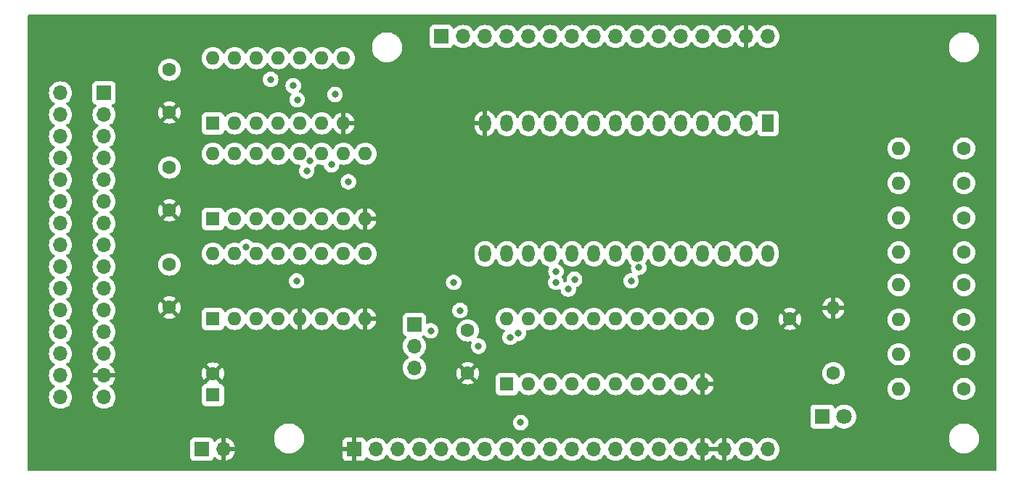
<source format=gbr>
G04 #@! TF.GenerationSoftware,KiCad,Pcbnew,7.0.10-7.0.10~ubuntu22.04.1*
G04 #@! TF.CreationDate,2024-08-31T13:48:36+10:00*
G04 #@! TF.ProjectId,Cat_ROM_Cartridge,4361745f-524f-44d5-9f43-617274726964,rev?*
G04 #@! TF.SameCoordinates,Original*
G04 #@! TF.FileFunction,Copper,L2,Inr*
G04 #@! TF.FilePolarity,Positive*
%FSLAX46Y46*%
G04 Gerber Fmt 4.6, Leading zero omitted, Abs format (unit mm)*
G04 Created by KiCad (PCBNEW 7.0.10-7.0.10~ubuntu22.04.1) date 2024-08-31 13:48:36*
%MOMM*%
%LPD*%
G01*
G04 APERTURE LIST*
G04 #@! TA.AperFunction,ComponentPad*
%ADD10R,1.700000X1.700000*%
G04 #@! TD*
G04 #@! TA.AperFunction,ComponentPad*
%ADD11O,1.700000X1.700000*%
G04 #@! TD*
G04 #@! TA.AperFunction,ComponentPad*
%ADD12R,1.800000X1.800000*%
G04 #@! TD*
G04 #@! TA.AperFunction,ComponentPad*
%ADD13C,1.800000*%
G04 #@! TD*
G04 #@! TA.AperFunction,ComponentPad*
%ADD14C,1.600000*%
G04 #@! TD*
G04 #@! TA.AperFunction,ComponentPad*
%ADD15O,1.600000X1.600000*%
G04 #@! TD*
G04 #@! TA.AperFunction,ComponentPad*
%ADD16R,1.600000X1.600000*%
G04 #@! TD*
G04 #@! TA.AperFunction,ComponentPad*
%ADD17R,1.440000X2.000000*%
G04 #@! TD*
G04 #@! TA.AperFunction,ComponentPad*
%ADD18O,1.440000X2.000000*%
G04 #@! TD*
G04 #@! TA.AperFunction,ViaPad*
%ADD19C,0.800000*%
G04 #@! TD*
G04 APERTURE END LIST*
D10*
X87630000Y-104140000D03*
D11*
X90170000Y-104140000D03*
D12*
X160020000Y-100330000D03*
D13*
X162560000Y-100330000D03*
D14*
X176530000Y-97085000D03*
D15*
X168910000Y-97085000D03*
D14*
X176530000Y-84935000D03*
D15*
X168910000Y-84935000D03*
D14*
X161290000Y-95250000D03*
D15*
X161290000Y-87630000D03*
D16*
X88900000Y-97790000D03*
D14*
X88900000Y-95290000D03*
X176530000Y-68975000D03*
D15*
X168910000Y-68975000D03*
D16*
X88900000Y-88900000D03*
D15*
X91440000Y-88900000D03*
X93980000Y-88900000D03*
X96520000Y-88900000D03*
X99060000Y-88900000D03*
X101600000Y-88900000D03*
X104140000Y-88900000D03*
X106680000Y-88900000D03*
X106680000Y-81280000D03*
X104140000Y-81280000D03*
X101600000Y-81280000D03*
X99060000Y-81280000D03*
X96520000Y-81280000D03*
X93980000Y-81280000D03*
X91440000Y-81280000D03*
X88900000Y-81280000D03*
D14*
X176530000Y-77075000D03*
D15*
X168910000Y-77075000D03*
D14*
X118628000Y-90250000D03*
X118628000Y-95250000D03*
X83820000Y-71200000D03*
X83820000Y-76200000D03*
D10*
X115560000Y-55880000D03*
D11*
X118100000Y-55880000D03*
X120640000Y-55880000D03*
X123180000Y-55880000D03*
X125720000Y-55880000D03*
X128260000Y-55880000D03*
X130800000Y-55880000D03*
X133340000Y-55880000D03*
X135880000Y-55880000D03*
X138420000Y-55880000D03*
X140960000Y-55880000D03*
X143500000Y-55880000D03*
X146040000Y-55880000D03*
X148580000Y-55880000D03*
X151120000Y-55880000D03*
X153660000Y-55880000D03*
D14*
X176530000Y-88985000D03*
D15*
X168910000Y-88985000D03*
D16*
X88900000Y-77216000D03*
D15*
X91440000Y-77216000D03*
X93980000Y-77216000D03*
X96520000Y-77216000D03*
X99060000Y-77216000D03*
X101600000Y-77216000D03*
X104140000Y-77216000D03*
X106680000Y-77216000D03*
X106680000Y-69596000D03*
X104140000Y-69596000D03*
X101600000Y-69596000D03*
X99060000Y-69596000D03*
X96520000Y-69596000D03*
X93980000Y-69596000D03*
X91440000Y-69596000D03*
X88900000Y-69596000D03*
D14*
X176530000Y-73025000D03*
D15*
X168910000Y-73025000D03*
D14*
X151210000Y-88900000D03*
X156210000Y-88900000D03*
X83820000Y-59770000D03*
X83820000Y-64770000D03*
D10*
X76200000Y-62484000D03*
D11*
X76200000Y-65024000D03*
X76200000Y-67564000D03*
X76200000Y-70104000D03*
X76200000Y-72644000D03*
X76200000Y-75184000D03*
X76200000Y-77724000D03*
X76200000Y-80264000D03*
X76200000Y-82804000D03*
X76200000Y-85344000D03*
X76200000Y-87884000D03*
X76200000Y-90424000D03*
X76200000Y-92964000D03*
X76200000Y-95504000D03*
X76200000Y-98044000D03*
X71120000Y-62484000D03*
X71120000Y-65024000D03*
X71120000Y-67564000D03*
X71120000Y-70104000D03*
X71120000Y-72644000D03*
X71120000Y-75184000D03*
X71120000Y-77724000D03*
X71120000Y-80264000D03*
X71120000Y-82804000D03*
X71120000Y-85344000D03*
X71120000Y-87884000D03*
X71120000Y-90424000D03*
X71120000Y-92964000D03*
X71120000Y-95504000D03*
X71120000Y-98044000D03*
D16*
X88900000Y-66040000D03*
D15*
X91440000Y-66040000D03*
X93980000Y-66040000D03*
X96520000Y-66040000D03*
X99060000Y-66040000D03*
X101600000Y-66040000D03*
X104140000Y-66040000D03*
X104140000Y-58420000D03*
X101600000Y-58420000D03*
X99060000Y-58420000D03*
X96520000Y-58420000D03*
X93980000Y-58420000D03*
X91440000Y-58420000D03*
X88900000Y-58420000D03*
D17*
X153660000Y-66040000D03*
D18*
X151120000Y-66040000D03*
X148580000Y-66040000D03*
X146040000Y-66040000D03*
X143500000Y-66040000D03*
X140960000Y-66040000D03*
X138420000Y-66040000D03*
X135880000Y-66040000D03*
X133340000Y-66040000D03*
X130800000Y-66040000D03*
X128260000Y-66040000D03*
X125720000Y-66040000D03*
X123180000Y-66040000D03*
X120640000Y-66040000D03*
X120640000Y-81280000D03*
X123180000Y-81280000D03*
X125720000Y-81280000D03*
X128260000Y-81280000D03*
X130800000Y-81280000D03*
X133340000Y-81280000D03*
X135880000Y-81280000D03*
X138420000Y-81280000D03*
X140960000Y-81280000D03*
X143500000Y-81280000D03*
X146040000Y-81280000D03*
X148580000Y-81280000D03*
X151120000Y-81280000D03*
X153660000Y-81280000D03*
D16*
X123190000Y-96520000D03*
D15*
X125730000Y-96520000D03*
X128270000Y-96520000D03*
X130810000Y-96520000D03*
X133350000Y-96520000D03*
X135890000Y-96520000D03*
X138430000Y-96520000D03*
X140970000Y-96520000D03*
X143510000Y-96520000D03*
X146050000Y-96520000D03*
X146050000Y-88900000D03*
X143510000Y-88900000D03*
X140970000Y-88900000D03*
X138430000Y-88900000D03*
X135890000Y-88900000D03*
X133350000Y-88900000D03*
X130810000Y-88900000D03*
X128270000Y-88900000D03*
X125730000Y-88900000D03*
X123190000Y-88900000D03*
D14*
X176530000Y-93035000D03*
D15*
X168910000Y-93035000D03*
D10*
X112395000Y-89535000D03*
D11*
X112395000Y-92075000D03*
X112395000Y-94615000D03*
D10*
X105400000Y-104140000D03*
D11*
X107940000Y-104140000D03*
X110480000Y-104140000D03*
X113020000Y-104140000D03*
X115560000Y-104140000D03*
X118100000Y-104140000D03*
X120640000Y-104140000D03*
X123180000Y-104140000D03*
X125720000Y-104140000D03*
X128260000Y-104140000D03*
X130800000Y-104140000D03*
X133340000Y-104140000D03*
X135880000Y-104140000D03*
X138420000Y-104140000D03*
X140960000Y-104140000D03*
X143500000Y-104140000D03*
X146040000Y-104140000D03*
X148580000Y-104140000D03*
X151120000Y-104140000D03*
X153660000Y-104140000D03*
D14*
X83820000Y-82550000D03*
X83820000Y-87550000D03*
X176530000Y-81125000D03*
D15*
X168910000Y-81125000D03*
D19*
X123577500Y-91041000D03*
X131102400Y-84273600D03*
X124795000Y-101024000D03*
X98279600Y-61650600D03*
X102742900Y-70872500D03*
X100220300Y-70426400D03*
X98750500Y-63282600D03*
X128924800Y-83355100D03*
X95639900Y-60906400D03*
X103151500Y-62666700D03*
X124553300Y-90569700D03*
X104712400Y-72872600D03*
X114314600Y-90295700D03*
X99854800Y-71611900D03*
X116994800Y-84627700D03*
X128908900Y-84627700D03*
X98675600Y-84461400D03*
X117735700Y-87911200D03*
X137693000Y-84456200D03*
X138583800Y-82887800D03*
X130369800Y-85425500D03*
X119892700Y-92096600D03*
X92795800Y-80481600D03*
G04 #@! TA.AperFunction,Conductor*
G36*
X148120507Y-103930156D02*
G01*
X148080000Y-104068111D01*
X148080000Y-104211889D01*
X148120507Y-104349844D01*
X148146314Y-104390000D01*
X146473686Y-104390000D01*
X146499493Y-104349844D01*
X146540000Y-104211889D01*
X146540000Y-104068111D01*
X146499493Y-103930156D01*
X146473686Y-103890000D01*
X148146314Y-103890000D01*
X148120507Y-103930156D01*
G37*
G04 #@! TD.AperFunction*
G04 #@! TA.AperFunction,Conductor*
G36*
X180282539Y-53360185D02*
G01*
X180328294Y-53412989D01*
X180339500Y-53464500D01*
X180339500Y-106555500D01*
X180319815Y-106622539D01*
X180267011Y-106668294D01*
X180215500Y-106679500D01*
X67434500Y-106679500D01*
X67367461Y-106659815D01*
X67321706Y-106607011D01*
X67310500Y-106555500D01*
X67310500Y-105037870D01*
X86279500Y-105037870D01*
X86279501Y-105037876D01*
X86285908Y-105097483D01*
X86336202Y-105232328D01*
X86336206Y-105232335D01*
X86422452Y-105347544D01*
X86422455Y-105347547D01*
X86537664Y-105433793D01*
X86537671Y-105433797D01*
X86672517Y-105484091D01*
X86672516Y-105484091D01*
X86679444Y-105484835D01*
X86732127Y-105490500D01*
X88527872Y-105490499D01*
X88587483Y-105484091D01*
X88722331Y-105433796D01*
X88837546Y-105347546D01*
X88923796Y-105232331D01*
X88923888Y-105232086D01*
X88943874Y-105178498D01*
X88973002Y-105100401D01*
X89014872Y-105044468D01*
X89080337Y-105020050D01*
X89148610Y-105034901D01*
X89176865Y-105056053D01*
X89298917Y-105178105D01*
X89492421Y-105313600D01*
X89706507Y-105413429D01*
X89706516Y-105413433D01*
X89920000Y-105470634D01*
X89920000Y-104575501D01*
X90027685Y-104624680D01*
X90134237Y-104640000D01*
X90205763Y-104640000D01*
X90312315Y-104624680D01*
X90420000Y-104575501D01*
X90420000Y-105470634D01*
X90633483Y-105413433D01*
X90633492Y-105413429D01*
X90847578Y-105313600D01*
X91041082Y-105178105D01*
X91181343Y-105037844D01*
X104050000Y-105037844D01*
X104056401Y-105097372D01*
X104056403Y-105097379D01*
X104106645Y-105232086D01*
X104106649Y-105232093D01*
X104192809Y-105347187D01*
X104192812Y-105347190D01*
X104307906Y-105433350D01*
X104307913Y-105433354D01*
X104442620Y-105483596D01*
X104442627Y-105483598D01*
X104502155Y-105489999D01*
X104502172Y-105490000D01*
X105150000Y-105490000D01*
X105150000Y-104575501D01*
X105257685Y-104624680D01*
X105364237Y-104640000D01*
X105435763Y-104640000D01*
X105542315Y-104624680D01*
X105650000Y-104575501D01*
X105650000Y-105490000D01*
X106297828Y-105490000D01*
X106297844Y-105489999D01*
X106357372Y-105483598D01*
X106357379Y-105483596D01*
X106492086Y-105433354D01*
X106492093Y-105433350D01*
X106607187Y-105347190D01*
X106607190Y-105347187D01*
X106693350Y-105232093D01*
X106693354Y-105232086D01*
X106742422Y-105100529D01*
X106784293Y-105044595D01*
X106849757Y-105020178D01*
X106918030Y-105035030D01*
X106946285Y-105056181D01*
X107068599Y-105178495D01*
X107165384Y-105246265D01*
X107262165Y-105314032D01*
X107262167Y-105314033D01*
X107262170Y-105314035D01*
X107476337Y-105413903D01*
X107704592Y-105475063D01*
X107881034Y-105490500D01*
X107939999Y-105495659D01*
X107940000Y-105495659D01*
X107940001Y-105495659D01*
X107998966Y-105490500D01*
X108175408Y-105475063D01*
X108403663Y-105413903D01*
X108617830Y-105314035D01*
X108811401Y-105178495D01*
X108978495Y-105011401D01*
X109108425Y-104825842D01*
X109163002Y-104782217D01*
X109232500Y-104775023D01*
X109294855Y-104806546D01*
X109311575Y-104825842D01*
X109441500Y-105011395D01*
X109441505Y-105011401D01*
X109608599Y-105178495D01*
X109705384Y-105246265D01*
X109802165Y-105314032D01*
X109802167Y-105314033D01*
X109802170Y-105314035D01*
X110016337Y-105413903D01*
X110244592Y-105475063D01*
X110421034Y-105490500D01*
X110479999Y-105495659D01*
X110480000Y-105495659D01*
X110480001Y-105495659D01*
X110538966Y-105490500D01*
X110715408Y-105475063D01*
X110943663Y-105413903D01*
X111157830Y-105314035D01*
X111351401Y-105178495D01*
X111518495Y-105011401D01*
X111648425Y-104825842D01*
X111703002Y-104782217D01*
X111772500Y-104775023D01*
X111834855Y-104806546D01*
X111851575Y-104825842D01*
X111981500Y-105011395D01*
X111981505Y-105011401D01*
X112148599Y-105178495D01*
X112245384Y-105246265D01*
X112342165Y-105314032D01*
X112342167Y-105314033D01*
X112342170Y-105314035D01*
X112556337Y-105413903D01*
X112784592Y-105475063D01*
X112961034Y-105490500D01*
X113019999Y-105495659D01*
X113020000Y-105495659D01*
X113020001Y-105495659D01*
X113078966Y-105490500D01*
X113255408Y-105475063D01*
X113483663Y-105413903D01*
X113697830Y-105314035D01*
X113891401Y-105178495D01*
X114058495Y-105011401D01*
X114188425Y-104825842D01*
X114243002Y-104782217D01*
X114312500Y-104775023D01*
X114374855Y-104806546D01*
X114391575Y-104825842D01*
X114521500Y-105011395D01*
X114521505Y-105011401D01*
X114688599Y-105178495D01*
X114785384Y-105246265D01*
X114882165Y-105314032D01*
X114882167Y-105314033D01*
X114882170Y-105314035D01*
X115096337Y-105413903D01*
X115324592Y-105475063D01*
X115501034Y-105490500D01*
X115559999Y-105495659D01*
X115560000Y-105495659D01*
X115560001Y-105495659D01*
X115618966Y-105490500D01*
X115795408Y-105475063D01*
X116023663Y-105413903D01*
X116237830Y-105314035D01*
X116431401Y-105178495D01*
X116598495Y-105011401D01*
X116728425Y-104825842D01*
X116783002Y-104782217D01*
X116852500Y-104775023D01*
X116914855Y-104806546D01*
X116931575Y-104825842D01*
X117061500Y-105011395D01*
X117061505Y-105011401D01*
X117228599Y-105178495D01*
X117325384Y-105246265D01*
X117422165Y-105314032D01*
X117422167Y-105314033D01*
X117422170Y-105314035D01*
X117636337Y-105413903D01*
X117864592Y-105475063D01*
X118041034Y-105490500D01*
X118099999Y-105495659D01*
X118100000Y-105495659D01*
X118100001Y-105495659D01*
X118158966Y-105490500D01*
X118335408Y-105475063D01*
X118563663Y-105413903D01*
X118777830Y-105314035D01*
X118971401Y-105178495D01*
X119138495Y-105011401D01*
X119268425Y-104825842D01*
X119323002Y-104782217D01*
X119392500Y-104775023D01*
X119454855Y-104806546D01*
X119471575Y-104825842D01*
X119601500Y-105011395D01*
X119601505Y-105011401D01*
X119768599Y-105178495D01*
X119865384Y-105246265D01*
X119962165Y-105314032D01*
X119962167Y-105314033D01*
X119962170Y-105314035D01*
X120176337Y-105413903D01*
X120404592Y-105475063D01*
X120581034Y-105490500D01*
X120639999Y-105495659D01*
X120640000Y-105495659D01*
X120640001Y-105495659D01*
X120698966Y-105490500D01*
X120875408Y-105475063D01*
X121103663Y-105413903D01*
X121317830Y-105314035D01*
X121511401Y-105178495D01*
X121678495Y-105011401D01*
X121808425Y-104825842D01*
X121863002Y-104782217D01*
X121932500Y-104775023D01*
X121994855Y-104806546D01*
X122011575Y-104825842D01*
X122141500Y-105011395D01*
X122141505Y-105011401D01*
X122308599Y-105178495D01*
X122405384Y-105246265D01*
X122502165Y-105314032D01*
X122502167Y-105314033D01*
X122502170Y-105314035D01*
X122716337Y-105413903D01*
X122944592Y-105475063D01*
X123121034Y-105490500D01*
X123179999Y-105495659D01*
X123180000Y-105495659D01*
X123180001Y-105495659D01*
X123238966Y-105490500D01*
X123415408Y-105475063D01*
X123643663Y-105413903D01*
X123857830Y-105314035D01*
X124051401Y-105178495D01*
X124218495Y-105011401D01*
X124348425Y-104825842D01*
X124403002Y-104782217D01*
X124472500Y-104775023D01*
X124534855Y-104806546D01*
X124551575Y-104825842D01*
X124681500Y-105011395D01*
X124681505Y-105011401D01*
X124848599Y-105178495D01*
X124945384Y-105246265D01*
X125042165Y-105314032D01*
X125042167Y-105314033D01*
X125042170Y-105314035D01*
X125256337Y-105413903D01*
X125484592Y-105475063D01*
X125661034Y-105490500D01*
X125719999Y-105495659D01*
X125720000Y-105495659D01*
X125720001Y-105495659D01*
X125778966Y-105490500D01*
X125955408Y-105475063D01*
X126183663Y-105413903D01*
X126397830Y-105314035D01*
X126591401Y-105178495D01*
X126758495Y-105011401D01*
X126888425Y-104825842D01*
X126943002Y-104782217D01*
X127012500Y-104775023D01*
X127074855Y-104806546D01*
X127091575Y-104825842D01*
X127221500Y-105011395D01*
X127221505Y-105011401D01*
X127388599Y-105178495D01*
X127485384Y-105246265D01*
X127582165Y-105314032D01*
X127582167Y-105314033D01*
X127582170Y-105314035D01*
X127796337Y-105413903D01*
X128024592Y-105475063D01*
X128201034Y-105490500D01*
X128259999Y-105495659D01*
X128260000Y-105495659D01*
X128260001Y-105495659D01*
X128318966Y-105490500D01*
X128495408Y-105475063D01*
X128723663Y-105413903D01*
X128937830Y-105314035D01*
X129131401Y-105178495D01*
X129298495Y-105011401D01*
X129428425Y-104825842D01*
X129483002Y-104782217D01*
X129552500Y-104775023D01*
X129614855Y-104806546D01*
X129631575Y-104825842D01*
X129761500Y-105011395D01*
X129761505Y-105011401D01*
X129928599Y-105178495D01*
X130025384Y-105246265D01*
X130122165Y-105314032D01*
X130122167Y-105314033D01*
X130122170Y-105314035D01*
X130336337Y-105413903D01*
X130564592Y-105475063D01*
X130741034Y-105490500D01*
X130799999Y-105495659D01*
X130800000Y-105495659D01*
X130800001Y-105495659D01*
X130858966Y-105490500D01*
X131035408Y-105475063D01*
X131263663Y-105413903D01*
X131477830Y-105314035D01*
X131671401Y-105178495D01*
X131838495Y-105011401D01*
X131968425Y-104825842D01*
X132023002Y-104782217D01*
X132092500Y-104775023D01*
X132154855Y-104806546D01*
X132171575Y-104825842D01*
X132301500Y-105011395D01*
X132301505Y-105011401D01*
X132468599Y-105178495D01*
X132565384Y-105246265D01*
X132662165Y-105314032D01*
X132662167Y-105314033D01*
X132662170Y-105314035D01*
X132876337Y-105413903D01*
X133104592Y-105475063D01*
X133281034Y-105490500D01*
X133339999Y-105495659D01*
X133340000Y-105495659D01*
X133340001Y-105495659D01*
X133398966Y-105490500D01*
X133575408Y-105475063D01*
X133803663Y-105413903D01*
X134017830Y-105314035D01*
X134211401Y-105178495D01*
X134378495Y-105011401D01*
X134508425Y-104825842D01*
X134563002Y-104782217D01*
X134632500Y-104775023D01*
X134694855Y-104806546D01*
X134711575Y-104825842D01*
X134841500Y-105011395D01*
X134841505Y-105011401D01*
X135008599Y-105178495D01*
X135105384Y-105246265D01*
X135202165Y-105314032D01*
X135202167Y-105314033D01*
X135202170Y-105314035D01*
X135416337Y-105413903D01*
X135644592Y-105475063D01*
X135821034Y-105490500D01*
X135879999Y-105495659D01*
X135880000Y-105495659D01*
X135880001Y-105495659D01*
X135938966Y-105490500D01*
X136115408Y-105475063D01*
X136343663Y-105413903D01*
X136557830Y-105314035D01*
X136751401Y-105178495D01*
X136918495Y-105011401D01*
X137048425Y-104825842D01*
X137103002Y-104782217D01*
X137172500Y-104775023D01*
X137234855Y-104806546D01*
X137251575Y-104825842D01*
X137381500Y-105011395D01*
X137381505Y-105011401D01*
X137548599Y-105178495D01*
X137645384Y-105246265D01*
X137742165Y-105314032D01*
X137742167Y-105314033D01*
X137742170Y-105314035D01*
X137956337Y-105413903D01*
X138184592Y-105475063D01*
X138361034Y-105490500D01*
X138419999Y-105495659D01*
X138420000Y-105495659D01*
X138420001Y-105495659D01*
X138478966Y-105490500D01*
X138655408Y-105475063D01*
X138883663Y-105413903D01*
X139097830Y-105314035D01*
X139291401Y-105178495D01*
X139458495Y-105011401D01*
X139588425Y-104825842D01*
X139643002Y-104782217D01*
X139712500Y-104775023D01*
X139774855Y-104806546D01*
X139791575Y-104825842D01*
X139921500Y-105011395D01*
X139921505Y-105011401D01*
X140088599Y-105178495D01*
X140185384Y-105246265D01*
X140282165Y-105314032D01*
X140282167Y-105314033D01*
X140282170Y-105314035D01*
X140496337Y-105413903D01*
X140724592Y-105475063D01*
X140901034Y-105490500D01*
X140959999Y-105495659D01*
X140960000Y-105495659D01*
X140960001Y-105495659D01*
X141018966Y-105490500D01*
X141195408Y-105475063D01*
X141423663Y-105413903D01*
X141637830Y-105314035D01*
X141831401Y-105178495D01*
X141998495Y-105011401D01*
X142128425Y-104825842D01*
X142183002Y-104782217D01*
X142252500Y-104775023D01*
X142314855Y-104806546D01*
X142331575Y-104825842D01*
X142461500Y-105011395D01*
X142461505Y-105011401D01*
X142628599Y-105178495D01*
X142725384Y-105246265D01*
X142822165Y-105314032D01*
X142822167Y-105314033D01*
X142822170Y-105314035D01*
X143036337Y-105413903D01*
X143264592Y-105475063D01*
X143441034Y-105490500D01*
X143499999Y-105495659D01*
X143500000Y-105495659D01*
X143500001Y-105495659D01*
X143558966Y-105490500D01*
X143735408Y-105475063D01*
X143963663Y-105413903D01*
X144177830Y-105314035D01*
X144371401Y-105178495D01*
X144538495Y-105011401D01*
X144668730Y-104825405D01*
X144723307Y-104781781D01*
X144792805Y-104774587D01*
X144855160Y-104806110D01*
X144871879Y-104825405D01*
X145001890Y-105011078D01*
X145168917Y-105178105D01*
X145362421Y-105313600D01*
X145576507Y-105413429D01*
X145576516Y-105413433D01*
X145790000Y-105470634D01*
X145790000Y-104575501D01*
X145897685Y-104624680D01*
X146004237Y-104640000D01*
X146075763Y-104640000D01*
X146182315Y-104624680D01*
X146290000Y-104575501D01*
X146290000Y-105470633D01*
X146503483Y-105413433D01*
X146503492Y-105413429D01*
X146717578Y-105313600D01*
X146911082Y-105178105D01*
X147078105Y-105011082D01*
X147208425Y-104824968D01*
X147263002Y-104781344D01*
X147332501Y-104774151D01*
X147394855Y-104805673D01*
X147411575Y-104824968D01*
X147541894Y-105011082D01*
X147708917Y-105178105D01*
X147902421Y-105313600D01*
X148116507Y-105413429D01*
X148116516Y-105413433D01*
X148330000Y-105470634D01*
X148330000Y-104575501D01*
X148437685Y-104624680D01*
X148544237Y-104640000D01*
X148615763Y-104640000D01*
X148722315Y-104624680D01*
X148830000Y-104575501D01*
X148830000Y-105470633D01*
X149043483Y-105413433D01*
X149043492Y-105413429D01*
X149257578Y-105313600D01*
X149451082Y-105178105D01*
X149618105Y-105011082D01*
X149748119Y-104825405D01*
X149802696Y-104781781D01*
X149872195Y-104774588D01*
X149934549Y-104806110D01*
X149951269Y-104825405D01*
X150081505Y-105011401D01*
X150248599Y-105178495D01*
X150345384Y-105246265D01*
X150442165Y-105314032D01*
X150442167Y-105314033D01*
X150442170Y-105314035D01*
X150656337Y-105413903D01*
X150884592Y-105475063D01*
X151061034Y-105490500D01*
X151119999Y-105495659D01*
X151120000Y-105495659D01*
X151120001Y-105495659D01*
X151178966Y-105490500D01*
X151355408Y-105475063D01*
X151583663Y-105413903D01*
X151797830Y-105314035D01*
X151991401Y-105178495D01*
X152158495Y-105011401D01*
X152288425Y-104825842D01*
X152343002Y-104782217D01*
X152412500Y-104775023D01*
X152474855Y-104806546D01*
X152491575Y-104825842D01*
X152621500Y-105011395D01*
X152621505Y-105011401D01*
X152788599Y-105178495D01*
X152885384Y-105246265D01*
X152982165Y-105314032D01*
X152982167Y-105314033D01*
X152982170Y-105314035D01*
X153196337Y-105413903D01*
X153424592Y-105475063D01*
X153601034Y-105490500D01*
X153659999Y-105495659D01*
X153660000Y-105495659D01*
X153660001Y-105495659D01*
X153718966Y-105490500D01*
X153895408Y-105475063D01*
X154123663Y-105413903D01*
X154337830Y-105314035D01*
X154531401Y-105178495D01*
X154698495Y-105011401D01*
X154834035Y-104817830D01*
X154933903Y-104603663D01*
X154995063Y-104375408D01*
X155015659Y-104140000D01*
X154995063Y-103904592D01*
X154933903Y-103676337D01*
X154834035Y-103462171D01*
X154828731Y-103454595D01*
X154698494Y-103268597D01*
X154531402Y-103101506D01*
X154531395Y-103101501D01*
X154388133Y-103001187D01*
X174779500Y-103001187D01*
X174794622Y-103101506D01*
X174818604Y-103260615D01*
X174818605Y-103260617D01*
X174818606Y-103260623D01*
X174878304Y-103454158D01*
X174891760Y-103497783D01*
X174895938Y-103511326D01*
X175009767Y-103747696D01*
X175009768Y-103747697D01*
X175009770Y-103747700D01*
X175009772Y-103747704D01*
X175134166Y-103930156D01*
X175157567Y-103964479D01*
X175336014Y-104156801D01*
X175336018Y-104156804D01*
X175336019Y-104156805D01*
X175541143Y-104320386D01*
X175768357Y-104451568D01*
X176012584Y-104547420D01*
X176268370Y-104605802D01*
X176268376Y-104605802D01*
X176268379Y-104605803D01*
X176464484Y-104620499D01*
X176464503Y-104620499D01*
X176464506Y-104620500D01*
X176464508Y-104620500D01*
X176595492Y-104620500D01*
X176595494Y-104620500D01*
X176595496Y-104620499D01*
X176595515Y-104620499D01*
X176791620Y-104605803D01*
X176791622Y-104605802D01*
X176791630Y-104605802D01*
X177047416Y-104547420D01*
X177291643Y-104451568D01*
X177518857Y-104320386D01*
X177723981Y-104156805D01*
X177902433Y-103964479D01*
X178050228Y-103747704D01*
X178164063Y-103511323D01*
X178241396Y-103260615D01*
X178280500Y-103001182D01*
X178280500Y-102738818D01*
X178241396Y-102479385D01*
X178164063Y-102228677D01*
X178152121Y-102203880D01*
X178050232Y-101992303D01*
X178050231Y-101992302D01*
X178050230Y-101992301D01*
X178050228Y-101992296D01*
X177902433Y-101775521D01*
X177854713Y-101724091D01*
X177723985Y-101583198D01*
X177627763Y-101506464D01*
X177518857Y-101419614D01*
X177291643Y-101288432D01*
X177047416Y-101192580D01*
X177047411Y-101192578D01*
X177047402Y-101192576D01*
X176829818Y-101142914D01*
X176791630Y-101134198D01*
X176791629Y-101134197D01*
X176791625Y-101134197D01*
X176791620Y-101134196D01*
X176595515Y-101119500D01*
X176595494Y-101119500D01*
X176464506Y-101119500D01*
X176464484Y-101119500D01*
X176268379Y-101134196D01*
X176268374Y-101134197D01*
X176012597Y-101192576D01*
X176012578Y-101192582D01*
X175768356Y-101288432D01*
X175541143Y-101419614D01*
X175336014Y-101583198D01*
X175157567Y-101775520D01*
X175009768Y-101992302D01*
X175009767Y-101992303D01*
X174895938Y-102228673D01*
X174818606Y-102479376D01*
X174818605Y-102479381D01*
X174818604Y-102479385D01*
X174803853Y-102577247D01*
X174779500Y-102738812D01*
X174779500Y-103001187D01*
X154388133Y-103001187D01*
X154337834Y-102965967D01*
X154337830Y-102965965D01*
X154266727Y-102932809D01*
X154123663Y-102866097D01*
X154123659Y-102866096D01*
X154123655Y-102866094D01*
X153895413Y-102804938D01*
X153895403Y-102804936D01*
X153660001Y-102784341D01*
X153659999Y-102784341D01*
X153424596Y-102804936D01*
X153424586Y-102804938D01*
X153196344Y-102866094D01*
X153196335Y-102866098D01*
X152982171Y-102965964D01*
X152982169Y-102965965D01*
X152788597Y-103101505D01*
X152621505Y-103268597D01*
X152491575Y-103454158D01*
X152436998Y-103497783D01*
X152367500Y-103504977D01*
X152305145Y-103473454D01*
X152288425Y-103454158D01*
X152158494Y-103268597D01*
X151991402Y-103101506D01*
X151991395Y-103101501D01*
X151797834Y-102965967D01*
X151797830Y-102965965D01*
X151726727Y-102932809D01*
X151583663Y-102866097D01*
X151583659Y-102866096D01*
X151583655Y-102866094D01*
X151355413Y-102804938D01*
X151355403Y-102804936D01*
X151120001Y-102784341D01*
X151119999Y-102784341D01*
X150884596Y-102804936D01*
X150884586Y-102804938D01*
X150656344Y-102866094D01*
X150656335Y-102866098D01*
X150442171Y-102965964D01*
X150442169Y-102965965D01*
X150248597Y-103101505D01*
X150081508Y-103268594D01*
X149951269Y-103454595D01*
X149896692Y-103498219D01*
X149827193Y-103505412D01*
X149764839Y-103473890D01*
X149748119Y-103454594D01*
X149618113Y-103268926D01*
X149618108Y-103268920D01*
X149451082Y-103101894D01*
X149257578Y-102966399D01*
X149043492Y-102866570D01*
X149043486Y-102866567D01*
X148830000Y-102809364D01*
X148830000Y-103704498D01*
X148722315Y-103655320D01*
X148615763Y-103640000D01*
X148544237Y-103640000D01*
X148437685Y-103655320D01*
X148330000Y-103704498D01*
X148330000Y-102809364D01*
X148329999Y-102809364D01*
X148116513Y-102866567D01*
X148116507Y-102866570D01*
X147902422Y-102966399D01*
X147902420Y-102966400D01*
X147708926Y-103101886D01*
X147708920Y-103101891D01*
X147541891Y-103268920D01*
X147541890Y-103268922D01*
X147411575Y-103455031D01*
X147356998Y-103498655D01*
X147287499Y-103505848D01*
X147225145Y-103474326D01*
X147208425Y-103455031D01*
X147078109Y-103268922D01*
X147078108Y-103268920D01*
X146911082Y-103101894D01*
X146717578Y-102966399D01*
X146503492Y-102866570D01*
X146503486Y-102866567D01*
X146290000Y-102809364D01*
X146290000Y-103704498D01*
X146182315Y-103655320D01*
X146075763Y-103640000D01*
X146004237Y-103640000D01*
X145897685Y-103655320D01*
X145790000Y-103704498D01*
X145790000Y-102809364D01*
X145789999Y-102809364D01*
X145576513Y-102866567D01*
X145576507Y-102866570D01*
X145362422Y-102966399D01*
X145362420Y-102966400D01*
X145168926Y-103101886D01*
X145168920Y-103101891D01*
X145001891Y-103268920D01*
X145001890Y-103268922D01*
X144871880Y-103454595D01*
X144817303Y-103498219D01*
X144747804Y-103505412D01*
X144685450Y-103473890D01*
X144668730Y-103454594D01*
X144538494Y-103268597D01*
X144371402Y-103101506D01*
X144371395Y-103101501D01*
X144177834Y-102965967D01*
X144177830Y-102965965D01*
X144106727Y-102932809D01*
X143963663Y-102866097D01*
X143963659Y-102866096D01*
X143963655Y-102866094D01*
X143735413Y-102804938D01*
X143735403Y-102804936D01*
X143500001Y-102784341D01*
X143499999Y-102784341D01*
X143264596Y-102804936D01*
X143264586Y-102804938D01*
X143036344Y-102866094D01*
X143036335Y-102866098D01*
X142822171Y-102965964D01*
X142822169Y-102965965D01*
X142628597Y-103101505D01*
X142461505Y-103268597D01*
X142331575Y-103454158D01*
X142276998Y-103497783D01*
X142207500Y-103504977D01*
X142145145Y-103473454D01*
X142128425Y-103454158D01*
X141998494Y-103268597D01*
X141831402Y-103101506D01*
X141831395Y-103101501D01*
X141637834Y-102965967D01*
X141637830Y-102965965D01*
X141566727Y-102932809D01*
X141423663Y-102866097D01*
X141423659Y-102866096D01*
X141423655Y-102866094D01*
X141195413Y-102804938D01*
X141195403Y-102804936D01*
X140960001Y-102784341D01*
X140959999Y-102784341D01*
X140724596Y-102804936D01*
X140724586Y-102804938D01*
X140496344Y-102866094D01*
X140496335Y-102866098D01*
X140282171Y-102965964D01*
X140282169Y-102965965D01*
X140088597Y-103101505D01*
X139921505Y-103268597D01*
X139791575Y-103454158D01*
X139736998Y-103497783D01*
X139667500Y-103504977D01*
X139605145Y-103473454D01*
X139588425Y-103454158D01*
X139458494Y-103268597D01*
X139291402Y-103101506D01*
X139291395Y-103101501D01*
X139097834Y-102965967D01*
X139097830Y-102965965D01*
X139026727Y-102932809D01*
X138883663Y-102866097D01*
X138883659Y-102866096D01*
X138883655Y-102866094D01*
X138655413Y-102804938D01*
X138655403Y-102804936D01*
X138420001Y-102784341D01*
X138419999Y-102784341D01*
X138184596Y-102804936D01*
X138184586Y-102804938D01*
X137956344Y-102866094D01*
X137956335Y-102866098D01*
X137742171Y-102965964D01*
X137742169Y-102965965D01*
X137548597Y-103101505D01*
X137381505Y-103268597D01*
X137251575Y-103454158D01*
X137196998Y-103497783D01*
X137127500Y-103504977D01*
X137065145Y-103473454D01*
X137048425Y-103454158D01*
X136918494Y-103268597D01*
X136751402Y-103101506D01*
X136751395Y-103101501D01*
X136557834Y-102965967D01*
X136557830Y-102965965D01*
X136486727Y-102932809D01*
X136343663Y-102866097D01*
X136343659Y-102866096D01*
X136343655Y-102866094D01*
X136115413Y-102804938D01*
X136115403Y-102804936D01*
X135880001Y-102784341D01*
X135879999Y-102784341D01*
X135644596Y-102804936D01*
X135644586Y-102804938D01*
X135416344Y-102866094D01*
X135416335Y-102866098D01*
X135202171Y-102965964D01*
X135202169Y-102965965D01*
X135008597Y-103101505D01*
X134841505Y-103268597D01*
X134711575Y-103454158D01*
X134656998Y-103497783D01*
X134587500Y-103504977D01*
X134525145Y-103473454D01*
X134508425Y-103454158D01*
X134378494Y-103268597D01*
X134211402Y-103101506D01*
X134211395Y-103101501D01*
X134017834Y-102965967D01*
X134017830Y-102965965D01*
X133946727Y-102932809D01*
X133803663Y-102866097D01*
X133803659Y-102866096D01*
X133803655Y-102866094D01*
X133575413Y-102804938D01*
X133575403Y-102804936D01*
X133340001Y-102784341D01*
X133339999Y-102784341D01*
X133104596Y-102804936D01*
X133104586Y-102804938D01*
X132876344Y-102866094D01*
X132876335Y-102866098D01*
X132662171Y-102965964D01*
X132662169Y-102965965D01*
X132468597Y-103101505D01*
X132301505Y-103268597D01*
X132171575Y-103454158D01*
X132116998Y-103497783D01*
X132047500Y-103504977D01*
X131985145Y-103473454D01*
X131968425Y-103454158D01*
X131838494Y-103268597D01*
X131671402Y-103101506D01*
X131671395Y-103101501D01*
X131477834Y-102965967D01*
X131477830Y-102965965D01*
X131406727Y-102932809D01*
X131263663Y-102866097D01*
X131263659Y-102866096D01*
X131263655Y-102866094D01*
X131035413Y-102804938D01*
X131035403Y-102804936D01*
X130800001Y-102784341D01*
X130799999Y-102784341D01*
X130564596Y-102804936D01*
X130564586Y-102804938D01*
X130336344Y-102866094D01*
X130336335Y-102866098D01*
X130122171Y-102965964D01*
X130122169Y-102965965D01*
X129928597Y-103101505D01*
X129761505Y-103268597D01*
X129631575Y-103454158D01*
X129576998Y-103497783D01*
X129507500Y-103504977D01*
X129445145Y-103473454D01*
X129428425Y-103454158D01*
X129298494Y-103268597D01*
X129131402Y-103101506D01*
X129131395Y-103101501D01*
X128937834Y-102965967D01*
X128937830Y-102965965D01*
X128866727Y-102932809D01*
X128723663Y-102866097D01*
X128723659Y-102866096D01*
X128723655Y-102866094D01*
X128495413Y-102804938D01*
X128495403Y-102804936D01*
X128260001Y-102784341D01*
X128259999Y-102784341D01*
X128024596Y-102804936D01*
X128024586Y-102804938D01*
X127796344Y-102866094D01*
X127796335Y-102866098D01*
X127582171Y-102965964D01*
X127582169Y-102965965D01*
X127388597Y-103101505D01*
X127221505Y-103268597D01*
X127091575Y-103454158D01*
X127036998Y-103497783D01*
X126967500Y-103504977D01*
X126905145Y-103473454D01*
X126888425Y-103454158D01*
X126758494Y-103268597D01*
X126591402Y-103101506D01*
X126591395Y-103101501D01*
X126397834Y-102965967D01*
X126397830Y-102965965D01*
X126326727Y-102932809D01*
X126183663Y-102866097D01*
X126183659Y-102866096D01*
X126183655Y-102866094D01*
X125955413Y-102804938D01*
X125955403Y-102804936D01*
X125720001Y-102784341D01*
X125719999Y-102784341D01*
X125484596Y-102804936D01*
X125484586Y-102804938D01*
X125256344Y-102866094D01*
X125256335Y-102866098D01*
X125042171Y-102965964D01*
X125042169Y-102965965D01*
X124848597Y-103101505D01*
X124681505Y-103268597D01*
X124551575Y-103454158D01*
X124496998Y-103497783D01*
X124427500Y-103504977D01*
X124365145Y-103473454D01*
X124348425Y-103454158D01*
X124218494Y-103268597D01*
X124051402Y-103101506D01*
X124051395Y-103101501D01*
X123857834Y-102965967D01*
X123857830Y-102965965D01*
X123786727Y-102932809D01*
X123643663Y-102866097D01*
X123643659Y-102866096D01*
X123643655Y-102866094D01*
X123415413Y-102804938D01*
X123415403Y-102804936D01*
X123180001Y-102784341D01*
X123179999Y-102784341D01*
X122944596Y-102804936D01*
X122944586Y-102804938D01*
X122716344Y-102866094D01*
X122716335Y-102866098D01*
X122502171Y-102965964D01*
X122502169Y-102965965D01*
X122308597Y-103101505D01*
X122141505Y-103268597D01*
X122011575Y-103454158D01*
X121956998Y-103497783D01*
X121887500Y-103504977D01*
X121825145Y-103473454D01*
X121808425Y-103454158D01*
X121678494Y-103268597D01*
X121511402Y-103101506D01*
X121511395Y-103101501D01*
X121317834Y-102965967D01*
X121317830Y-102965965D01*
X121246727Y-102932809D01*
X121103663Y-102866097D01*
X121103659Y-102866096D01*
X121103655Y-102866094D01*
X120875413Y-102804938D01*
X120875403Y-102804936D01*
X120640001Y-102784341D01*
X120639999Y-102784341D01*
X120404596Y-102804936D01*
X120404586Y-102804938D01*
X120176344Y-102866094D01*
X120176335Y-102866098D01*
X119962171Y-102965964D01*
X119962169Y-102965965D01*
X119768597Y-103101505D01*
X119601505Y-103268597D01*
X119471575Y-103454158D01*
X119416998Y-103497783D01*
X119347500Y-103504977D01*
X119285145Y-103473454D01*
X119268425Y-103454158D01*
X119138494Y-103268597D01*
X118971402Y-103101506D01*
X118971395Y-103101501D01*
X118777834Y-102965967D01*
X118777830Y-102965965D01*
X118706727Y-102932809D01*
X118563663Y-102866097D01*
X118563659Y-102866096D01*
X118563655Y-102866094D01*
X118335413Y-102804938D01*
X118335403Y-102804936D01*
X118100001Y-102784341D01*
X118099999Y-102784341D01*
X117864596Y-102804936D01*
X117864586Y-102804938D01*
X117636344Y-102866094D01*
X117636335Y-102866098D01*
X117422171Y-102965964D01*
X117422169Y-102965965D01*
X117228597Y-103101505D01*
X117061505Y-103268597D01*
X116931575Y-103454158D01*
X116876998Y-103497783D01*
X116807500Y-103504977D01*
X116745145Y-103473454D01*
X116728425Y-103454158D01*
X116598494Y-103268597D01*
X116431402Y-103101506D01*
X116431395Y-103101501D01*
X116237834Y-102965967D01*
X116237830Y-102965965D01*
X116166727Y-102932809D01*
X116023663Y-102866097D01*
X116023659Y-102866096D01*
X116023655Y-102866094D01*
X115795413Y-102804938D01*
X115795403Y-102804936D01*
X115560001Y-102784341D01*
X115559999Y-102784341D01*
X115324596Y-102804936D01*
X115324586Y-102804938D01*
X115096344Y-102866094D01*
X115096335Y-102866098D01*
X114882171Y-102965964D01*
X114882169Y-102965965D01*
X114688597Y-103101505D01*
X114521505Y-103268597D01*
X114391575Y-103454158D01*
X114336998Y-103497783D01*
X114267500Y-103504977D01*
X114205145Y-103473454D01*
X114188425Y-103454158D01*
X114058494Y-103268597D01*
X113891402Y-103101506D01*
X113891395Y-103101501D01*
X113697834Y-102965967D01*
X113697830Y-102965965D01*
X113626727Y-102932809D01*
X113483663Y-102866097D01*
X113483659Y-102866096D01*
X113483655Y-102866094D01*
X113255413Y-102804938D01*
X113255403Y-102804936D01*
X113020001Y-102784341D01*
X113019999Y-102784341D01*
X112784596Y-102804936D01*
X112784586Y-102804938D01*
X112556344Y-102866094D01*
X112556335Y-102866098D01*
X112342171Y-102965964D01*
X112342169Y-102965965D01*
X112148597Y-103101505D01*
X111981505Y-103268597D01*
X111851575Y-103454158D01*
X111796998Y-103497783D01*
X111727500Y-103504977D01*
X111665145Y-103473454D01*
X111648425Y-103454158D01*
X111518494Y-103268597D01*
X111351402Y-103101506D01*
X111351395Y-103101501D01*
X111157834Y-102965967D01*
X111157830Y-102965965D01*
X111086727Y-102932809D01*
X110943663Y-102866097D01*
X110943659Y-102866096D01*
X110943655Y-102866094D01*
X110715413Y-102804938D01*
X110715403Y-102804936D01*
X110480001Y-102784341D01*
X110479999Y-102784341D01*
X110244596Y-102804936D01*
X110244586Y-102804938D01*
X110016344Y-102866094D01*
X110016335Y-102866098D01*
X109802171Y-102965964D01*
X109802169Y-102965965D01*
X109608597Y-103101505D01*
X109441505Y-103268597D01*
X109311575Y-103454158D01*
X109256998Y-103497783D01*
X109187500Y-103504977D01*
X109125145Y-103473454D01*
X109108425Y-103454158D01*
X108978494Y-103268597D01*
X108811402Y-103101506D01*
X108811395Y-103101501D01*
X108617834Y-102965967D01*
X108617830Y-102965965D01*
X108546727Y-102932809D01*
X108403663Y-102866097D01*
X108403659Y-102866096D01*
X108403655Y-102866094D01*
X108175413Y-102804938D01*
X108175403Y-102804936D01*
X107940001Y-102784341D01*
X107939999Y-102784341D01*
X107704596Y-102804936D01*
X107704586Y-102804938D01*
X107476344Y-102866094D01*
X107476335Y-102866098D01*
X107262171Y-102965964D01*
X107262169Y-102965965D01*
X107068600Y-103101503D01*
X106946284Y-103223819D01*
X106884961Y-103257303D01*
X106815269Y-103252319D01*
X106759336Y-103210447D01*
X106742421Y-103179470D01*
X106693354Y-103047913D01*
X106693350Y-103047906D01*
X106607190Y-102932812D01*
X106607187Y-102932809D01*
X106492093Y-102846649D01*
X106492086Y-102846645D01*
X106357379Y-102796403D01*
X106357372Y-102796401D01*
X106297844Y-102790000D01*
X105650000Y-102790000D01*
X105650000Y-103704498D01*
X105542315Y-103655320D01*
X105435763Y-103640000D01*
X105364237Y-103640000D01*
X105257685Y-103655320D01*
X105150000Y-103704498D01*
X105150000Y-102790000D01*
X104502155Y-102790000D01*
X104442627Y-102796401D01*
X104442620Y-102796403D01*
X104307913Y-102846645D01*
X104307906Y-102846649D01*
X104192812Y-102932809D01*
X104192809Y-102932812D01*
X104106649Y-103047906D01*
X104106645Y-103047913D01*
X104056403Y-103182620D01*
X104056401Y-103182627D01*
X104050000Y-103242155D01*
X104050000Y-103890000D01*
X104966314Y-103890000D01*
X104940507Y-103930156D01*
X104900000Y-104068111D01*
X104900000Y-104211889D01*
X104940507Y-104349844D01*
X104966314Y-104390000D01*
X104050000Y-104390000D01*
X104050000Y-105037844D01*
X91181343Y-105037844D01*
X91208105Y-105011082D01*
X91343600Y-104817578D01*
X91443429Y-104603492D01*
X91443432Y-104603486D01*
X91500636Y-104390000D01*
X90603686Y-104390000D01*
X90629493Y-104349844D01*
X90670000Y-104211889D01*
X90670000Y-104068111D01*
X90629493Y-103930156D01*
X90603686Y-103890000D01*
X91500636Y-103890000D01*
X91500635Y-103889999D01*
X91443432Y-103676513D01*
X91443429Y-103676507D01*
X91343600Y-103462422D01*
X91343599Y-103462420D01*
X91208113Y-103268926D01*
X91208108Y-103268920D01*
X91041082Y-103101894D01*
X90897260Y-103001187D01*
X96039500Y-103001187D01*
X96054622Y-103101506D01*
X96078604Y-103260615D01*
X96078605Y-103260617D01*
X96078606Y-103260623D01*
X96138304Y-103454158D01*
X96151760Y-103497783D01*
X96155938Y-103511326D01*
X96269767Y-103747696D01*
X96269768Y-103747697D01*
X96269770Y-103747700D01*
X96269772Y-103747704D01*
X96394166Y-103930156D01*
X96417567Y-103964479D01*
X96596014Y-104156801D01*
X96596018Y-104156804D01*
X96596019Y-104156805D01*
X96801143Y-104320386D01*
X97028357Y-104451568D01*
X97272584Y-104547420D01*
X97528370Y-104605802D01*
X97528376Y-104605802D01*
X97528379Y-104605803D01*
X97724484Y-104620499D01*
X97724503Y-104620499D01*
X97724506Y-104620500D01*
X97724508Y-104620500D01*
X97855492Y-104620500D01*
X97855494Y-104620500D01*
X97855496Y-104620499D01*
X97855515Y-104620499D01*
X98051620Y-104605803D01*
X98051622Y-104605802D01*
X98051630Y-104605802D01*
X98307416Y-104547420D01*
X98551643Y-104451568D01*
X98778857Y-104320386D01*
X98983981Y-104156805D01*
X99162433Y-103964479D01*
X99310228Y-103747704D01*
X99424063Y-103511323D01*
X99501396Y-103260615D01*
X99540500Y-103001182D01*
X99540500Y-102738818D01*
X99501396Y-102479385D01*
X99424063Y-102228677D01*
X99412121Y-102203880D01*
X99310232Y-101992303D01*
X99310231Y-101992302D01*
X99310230Y-101992301D01*
X99310228Y-101992296D01*
X99162433Y-101775521D01*
X99114713Y-101724091D01*
X98983985Y-101583198D01*
X98887763Y-101506464D01*
X98778857Y-101419614D01*
X98551643Y-101288432D01*
X98307416Y-101192580D01*
X98307411Y-101192578D01*
X98307402Y-101192576D01*
X98089818Y-101142914D01*
X98051630Y-101134198D01*
X98051629Y-101134197D01*
X98051625Y-101134197D01*
X98051620Y-101134196D01*
X97855515Y-101119500D01*
X97855494Y-101119500D01*
X97724506Y-101119500D01*
X97724484Y-101119500D01*
X97528379Y-101134196D01*
X97528374Y-101134197D01*
X97272597Y-101192576D01*
X97272578Y-101192582D01*
X97028356Y-101288432D01*
X96801143Y-101419614D01*
X96596014Y-101583198D01*
X96417567Y-101775520D01*
X96269768Y-101992302D01*
X96269767Y-101992303D01*
X96155938Y-102228673D01*
X96078606Y-102479376D01*
X96078605Y-102479381D01*
X96078604Y-102479385D01*
X96063853Y-102577247D01*
X96039500Y-102738812D01*
X96039500Y-103001187D01*
X90897260Y-103001187D01*
X90847578Y-102966399D01*
X90633492Y-102866570D01*
X90633486Y-102866567D01*
X90420000Y-102809364D01*
X90420000Y-103704498D01*
X90312315Y-103655320D01*
X90205763Y-103640000D01*
X90134237Y-103640000D01*
X90027685Y-103655320D01*
X89920000Y-103704498D01*
X89920000Y-102809364D01*
X89919999Y-102809364D01*
X89706513Y-102866567D01*
X89706507Y-102866570D01*
X89492422Y-102966399D01*
X89492420Y-102966400D01*
X89298926Y-103101886D01*
X89176865Y-103223947D01*
X89115542Y-103257431D01*
X89045850Y-103252447D01*
X88989917Y-103210575D01*
X88973002Y-103179598D01*
X88972954Y-103179470D01*
X88944021Y-103101894D01*
X88923797Y-103047671D01*
X88923793Y-103047664D01*
X88837547Y-102932455D01*
X88837544Y-102932452D01*
X88722335Y-102846206D01*
X88722328Y-102846202D01*
X88587482Y-102795908D01*
X88587483Y-102795908D01*
X88527883Y-102789501D01*
X88527881Y-102789500D01*
X88527873Y-102789500D01*
X88527864Y-102789500D01*
X86732129Y-102789500D01*
X86732123Y-102789501D01*
X86672516Y-102795908D01*
X86537671Y-102846202D01*
X86537664Y-102846206D01*
X86422455Y-102932452D01*
X86422452Y-102932455D01*
X86336206Y-103047664D01*
X86336202Y-103047671D01*
X86285908Y-103182517D01*
X86279501Y-103242116D01*
X86279500Y-103242135D01*
X86279500Y-105037870D01*
X67310500Y-105037870D01*
X67310500Y-101024000D01*
X123889540Y-101024000D01*
X123909326Y-101212256D01*
X123909327Y-101212259D01*
X123967818Y-101392277D01*
X123967821Y-101392284D01*
X124062467Y-101556216D01*
X124168334Y-101673793D01*
X124189129Y-101696888D01*
X124342265Y-101808148D01*
X124342270Y-101808151D01*
X124515192Y-101885142D01*
X124515197Y-101885144D01*
X124700354Y-101924500D01*
X124700355Y-101924500D01*
X124889644Y-101924500D01*
X124889646Y-101924500D01*
X125074803Y-101885144D01*
X125247730Y-101808151D01*
X125400871Y-101696888D01*
X125527533Y-101556216D01*
X125622179Y-101392284D01*
X125659355Y-101277870D01*
X158619500Y-101277870D01*
X158619501Y-101277876D01*
X158625908Y-101337483D01*
X158676202Y-101472328D01*
X158676206Y-101472335D01*
X158762452Y-101587544D01*
X158762455Y-101587547D01*
X158877664Y-101673793D01*
X158877671Y-101673797D01*
X159012517Y-101724091D01*
X159012516Y-101724091D01*
X159019444Y-101724835D01*
X159072127Y-101730500D01*
X160967872Y-101730499D01*
X161027483Y-101724091D01*
X161162331Y-101673796D01*
X161277546Y-101587546D01*
X161363796Y-101472331D01*
X161392455Y-101395493D01*
X161434326Y-101339559D01*
X161499790Y-101315141D01*
X161568063Y-101329992D01*
X161599866Y-101354843D01*
X161607302Y-101362920D01*
X161608215Y-101363912D01*
X161608222Y-101363918D01*
X161791365Y-101506464D01*
X161791371Y-101506468D01*
X161791374Y-101506470D01*
X161995497Y-101616936D01*
X162109487Y-101656068D01*
X162215015Y-101692297D01*
X162215017Y-101692297D01*
X162215019Y-101692298D01*
X162443951Y-101730500D01*
X162443952Y-101730500D01*
X162676048Y-101730500D01*
X162676049Y-101730500D01*
X162904981Y-101692298D01*
X163124503Y-101616936D01*
X163328626Y-101506470D01*
X163511784Y-101363913D01*
X163668979Y-101193153D01*
X163795924Y-100998849D01*
X163889157Y-100786300D01*
X163946134Y-100561305D01*
X163946135Y-100561297D01*
X163965300Y-100330006D01*
X163965300Y-100329993D01*
X163946135Y-100098702D01*
X163946133Y-100098691D01*
X163889157Y-99873699D01*
X163795924Y-99661151D01*
X163668983Y-99466852D01*
X163668980Y-99466849D01*
X163668979Y-99466847D01*
X163511784Y-99296087D01*
X163511779Y-99296083D01*
X163511777Y-99296081D01*
X163328634Y-99153535D01*
X163328628Y-99153531D01*
X163124504Y-99043064D01*
X163124495Y-99043061D01*
X162904984Y-98967702D01*
X162714450Y-98935908D01*
X162676049Y-98929500D01*
X162443951Y-98929500D01*
X162405550Y-98935908D01*
X162215015Y-98967702D01*
X161995504Y-99043061D01*
X161995495Y-99043064D01*
X161791371Y-99153531D01*
X161791365Y-99153535D01*
X161608222Y-99296081D01*
X161608218Y-99296085D01*
X161599866Y-99305158D01*
X161539979Y-99341148D01*
X161470141Y-99339047D01*
X161412525Y-99299522D01*
X161392455Y-99264507D01*
X161363797Y-99187671D01*
X161363793Y-99187664D01*
X161277547Y-99072455D01*
X161277544Y-99072452D01*
X161162335Y-98986206D01*
X161162328Y-98986202D01*
X161027482Y-98935908D01*
X161027483Y-98935908D01*
X160967883Y-98929501D01*
X160967881Y-98929500D01*
X160967873Y-98929500D01*
X160967864Y-98929500D01*
X159072129Y-98929500D01*
X159072123Y-98929501D01*
X159012516Y-98935908D01*
X158877671Y-98986202D01*
X158877664Y-98986206D01*
X158762455Y-99072452D01*
X158762452Y-99072455D01*
X158676206Y-99187664D01*
X158676202Y-99187671D01*
X158625908Y-99322517D01*
X158619501Y-99382116D01*
X158619500Y-99382135D01*
X158619500Y-101277870D01*
X125659355Y-101277870D01*
X125680674Y-101212256D01*
X125700460Y-101024000D01*
X125680674Y-100835744D01*
X125622179Y-100655716D01*
X125527533Y-100491784D01*
X125400871Y-100351112D01*
X125400870Y-100351111D01*
X125247734Y-100239851D01*
X125247729Y-100239848D01*
X125074807Y-100162857D01*
X125074802Y-100162855D01*
X124929001Y-100131865D01*
X124889646Y-100123500D01*
X124700354Y-100123500D01*
X124667897Y-100130398D01*
X124515197Y-100162855D01*
X124515192Y-100162857D01*
X124342270Y-100239848D01*
X124342265Y-100239851D01*
X124189129Y-100351111D01*
X124062466Y-100491785D01*
X123967821Y-100655715D01*
X123967818Y-100655722D01*
X123925391Y-100786300D01*
X123909326Y-100835744D01*
X123889540Y-101024000D01*
X67310500Y-101024000D01*
X67310500Y-98044000D01*
X69764341Y-98044000D01*
X69784936Y-98279403D01*
X69784938Y-98279413D01*
X69846094Y-98507655D01*
X69846096Y-98507659D01*
X69846097Y-98507663D01*
X69906820Y-98637883D01*
X69945965Y-98721830D01*
X69945967Y-98721834D01*
X70054281Y-98876521D01*
X70081505Y-98915401D01*
X70248599Y-99082495D01*
X70345384Y-99150265D01*
X70442165Y-99218032D01*
X70442167Y-99218033D01*
X70442170Y-99218035D01*
X70656337Y-99317903D01*
X70884592Y-99379063D01*
X71072918Y-99395539D01*
X71119999Y-99399659D01*
X71120000Y-99399659D01*
X71120001Y-99399659D01*
X71159234Y-99396226D01*
X71355408Y-99379063D01*
X71583663Y-99317903D01*
X71797830Y-99218035D01*
X71991401Y-99082495D01*
X72158495Y-98915401D01*
X72294035Y-98721830D01*
X72393903Y-98507663D01*
X72455063Y-98279408D01*
X72475659Y-98044000D01*
X74844341Y-98044000D01*
X74864936Y-98279403D01*
X74864938Y-98279413D01*
X74926094Y-98507655D01*
X74926096Y-98507659D01*
X74926097Y-98507663D01*
X74986820Y-98637883D01*
X75025965Y-98721830D01*
X75025967Y-98721834D01*
X75134281Y-98876521D01*
X75161505Y-98915401D01*
X75328599Y-99082495D01*
X75425384Y-99150265D01*
X75522165Y-99218032D01*
X75522167Y-99218033D01*
X75522170Y-99218035D01*
X75736337Y-99317903D01*
X75964592Y-99379063D01*
X76152918Y-99395539D01*
X76199999Y-99399659D01*
X76200000Y-99399659D01*
X76200001Y-99399659D01*
X76239234Y-99396226D01*
X76435408Y-99379063D01*
X76663663Y-99317903D01*
X76877830Y-99218035D01*
X77071401Y-99082495D01*
X77238495Y-98915401D01*
X77374035Y-98721830D01*
X77473903Y-98507663D01*
X77535063Y-98279408D01*
X77555659Y-98044000D01*
X77535063Y-97808592D01*
X77473903Y-97580337D01*
X77374035Y-97366171D01*
X77369112Y-97359139D01*
X77238494Y-97172597D01*
X77071402Y-97005506D01*
X77071401Y-97005505D01*
X76885405Y-96875269D01*
X76841781Y-96820692D01*
X76834588Y-96751193D01*
X76866110Y-96688839D01*
X76885405Y-96672119D01*
X77071082Y-96542105D01*
X77238105Y-96375082D01*
X77373600Y-96181578D01*
X77473429Y-95967492D01*
X77473432Y-95967486D01*
X77530636Y-95754000D01*
X76633686Y-95754000D01*
X76659493Y-95713844D01*
X76700000Y-95575889D01*
X76700000Y-95432111D01*
X76659493Y-95294156D01*
X76656823Y-95290002D01*
X87595034Y-95290002D01*
X87614858Y-95516599D01*
X87614860Y-95516610D01*
X87673730Y-95736317D01*
X87673735Y-95736331D01*
X87769863Y-95942478D01*
X87820974Y-96015472D01*
X88502046Y-95334400D01*
X88514835Y-95415148D01*
X88572359Y-95528045D01*
X88661955Y-95617641D01*
X88774852Y-95675165D01*
X88855599Y-95687953D01*
X88169352Y-96374199D01*
X88159506Y-96423194D01*
X88110890Y-96473377D01*
X88055367Y-96488049D01*
X88055423Y-96489099D01*
X88055429Y-96489146D01*
X88055426Y-96489146D01*
X88055436Y-96489324D01*
X88052123Y-96489501D01*
X87992516Y-96495908D01*
X87857671Y-96546202D01*
X87857664Y-96546206D01*
X87742455Y-96632452D01*
X87742452Y-96632455D01*
X87656206Y-96747664D01*
X87656202Y-96747671D01*
X87605908Y-96882517D01*
X87602000Y-96918870D01*
X87599501Y-96942123D01*
X87599500Y-96942135D01*
X87599500Y-98637870D01*
X87599501Y-98637876D01*
X87605908Y-98697483D01*
X87656202Y-98832328D01*
X87656206Y-98832335D01*
X87742452Y-98947544D01*
X87742455Y-98947547D01*
X87857664Y-99033793D01*
X87857671Y-99033797D01*
X87992517Y-99084091D01*
X87992516Y-99084091D01*
X87999444Y-99084835D01*
X88052127Y-99090500D01*
X89747872Y-99090499D01*
X89807483Y-99084091D01*
X89942331Y-99033796D01*
X90057546Y-98947546D01*
X90143796Y-98832331D01*
X90194091Y-98697483D01*
X90200500Y-98637873D01*
X90200499Y-97367870D01*
X121889500Y-97367870D01*
X121889501Y-97367876D01*
X121895908Y-97427483D01*
X121946202Y-97562328D01*
X121946206Y-97562335D01*
X122032452Y-97677544D01*
X122032455Y-97677547D01*
X122147664Y-97763793D01*
X122147671Y-97763797D01*
X122282517Y-97814091D01*
X122282516Y-97814091D01*
X122289444Y-97814835D01*
X122342127Y-97820500D01*
X124037872Y-97820499D01*
X124097483Y-97814091D01*
X124232331Y-97763796D01*
X124347546Y-97677546D01*
X124433796Y-97562331D01*
X124484091Y-97427483D01*
X124487862Y-97392401D01*
X124514599Y-97327855D01*
X124571990Y-97288006D01*
X124641816Y-97285511D01*
X124701905Y-97321163D01*
X124712726Y-97334536D01*
X124729956Y-97359143D01*
X124890858Y-97520045D01*
X124907212Y-97531496D01*
X125077266Y-97650568D01*
X125283504Y-97746739D01*
X125503308Y-97805635D01*
X125665230Y-97819801D01*
X125729998Y-97825468D01*
X125730000Y-97825468D01*
X125730002Y-97825468D01*
X125786807Y-97820498D01*
X125956692Y-97805635D01*
X126176496Y-97746739D01*
X126382734Y-97650568D01*
X126569139Y-97520047D01*
X126730047Y-97359139D01*
X126860568Y-97172734D01*
X126887618Y-97114724D01*
X126933790Y-97062285D01*
X127000983Y-97043133D01*
X127067865Y-97063348D01*
X127112382Y-97114725D01*
X127139429Y-97172728D01*
X127139432Y-97172734D01*
X127269954Y-97359141D01*
X127430858Y-97520045D01*
X127447212Y-97531496D01*
X127617266Y-97650568D01*
X127823504Y-97746739D01*
X128043308Y-97805635D01*
X128205230Y-97819801D01*
X128269998Y-97825468D01*
X128270000Y-97825468D01*
X128270002Y-97825468D01*
X128326807Y-97820498D01*
X128496692Y-97805635D01*
X128716496Y-97746739D01*
X128922734Y-97650568D01*
X129109139Y-97520047D01*
X129270047Y-97359139D01*
X129400568Y-97172734D01*
X129427618Y-97114724D01*
X129473790Y-97062285D01*
X129540983Y-97043133D01*
X129607865Y-97063348D01*
X129652382Y-97114725D01*
X129679429Y-97172728D01*
X129679432Y-97172734D01*
X129809954Y-97359141D01*
X129970858Y-97520045D01*
X129987212Y-97531496D01*
X130157266Y-97650568D01*
X130363504Y-97746739D01*
X130583308Y-97805635D01*
X130745230Y-97819801D01*
X130809998Y-97825468D01*
X130810000Y-97825468D01*
X130810002Y-97825468D01*
X130866807Y-97820498D01*
X131036692Y-97805635D01*
X131256496Y-97746739D01*
X131462734Y-97650568D01*
X131649139Y-97520047D01*
X131810047Y-97359139D01*
X131940568Y-97172734D01*
X131967618Y-97114724D01*
X132013790Y-97062285D01*
X132080983Y-97043133D01*
X132147865Y-97063348D01*
X132192382Y-97114725D01*
X132219429Y-97172728D01*
X132219432Y-97172734D01*
X132349954Y-97359141D01*
X132510858Y-97520045D01*
X132527212Y-97531496D01*
X132697266Y-97650568D01*
X132903504Y-97746739D01*
X133123308Y-97805635D01*
X133285230Y-97819801D01*
X133349998Y-97825468D01*
X133350000Y-97825468D01*
X133350002Y-97825468D01*
X133406807Y-97820498D01*
X133576692Y-97805635D01*
X133796496Y-97746739D01*
X134002734Y-97650568D01*
X134189139Y-97520047D01*
X134350047Y-97359139D01*
X134480568Y-97172734D01*
X134507618Y-97114724D01*
X134553790Y-97062285D01*
X134620983Y-97043133D01*
X134687865Y-97063348D01*
X134732382Y-97114725D01*
X134759429Y-97172728D01*
X134759432Y-97172734D01*
X134889954Y-97359141D01*
X135050858Y-97520045D01*
X135067212Y-97531496D01*
X135237266Y-97650568D01*
X135443504Y-97746739D01*
X135663308Y-97805635D01*
X135825230Y-97819801D01*
X135889998Y-97825468D01*
X135890000Y-97825468D01*
X135890002Y-97825468D01*
X135946807Y-97820498D01*
X136116692Y-97805635D01*
X136336496Y-97746739D01*
X136542734Y-97650568D01*
X136729139Y-97520047D01*
X136890047Y-97359139D01*
X137020568Y-97172734D01*
X137047618Y-97114724D01*
X137093790Y-97062285D01*
X137160983Y-97043133D01*
X137227865Y-97063348D01*
X137272382Y-97114725D01*
X137299429Y-97172728D01*
X137299432Y-97172734D01*
X137429954Y-97359141D01*
X137590858Y-97520045D01*
X137607212Y-97531496D01*
X137777266Y-97650568D01*
X137983504Y-97746739D01*
X138203308Y-97805635D01*
X138365230Y-97819801D01*
X138429998Y-97825468D01*
X138430000Y-97825468D01*
X138430002Y-97825468D01*
X138486807Y-97820498D01*
X138656692Y-97805635D01*
X138876496Y-97746739D01*
X139082734Y-97650568D01*
X139269139Y-97520047D01*
X139430047Y-97359139D01*
X139560568Y-97172734D01*
X139587618Y-97114724D01*
X139633790Y-97062285D01*
X139700983Y-97043133D01*
X139767865Y-97063348D01*
X139812382Y-97114725D01*
X139839429Y-97172728D01*
X139839432Y-97172734D01*
X139969954Y-97359141D01*
X140130858Y-97520045D01*
X140147212Y-97531496D01*
X140317266Y-97650568D01*
X140523504Y-97746739D01*
X140743308Y-97805635D01*
X140905230Y-97819801D01*
X140969998Y-97825468D01*
X140970000Y-97825468D01*
X140970002Y-97825468D01*
X141026807Y-97820498D01*
X141196692Y-97805635D01*
X141416496Y-97746739D01*
X141622734Y-97650568D01*
X141809139Y-97520047D01*
X141970047Y-97359139D01*
X142100568Y-97172734D01*
X142127618Y-97114724D01*
X142173790Y-97062285D01*
X142240983Y-97043133D01*
X142307865Y-97063348D01*
X142352382Y-97114725D01*
X142379429Y-97172728D01*
X142379432Y-97172734D01*
X142509954Y-97359141D01*
X142670858Y-97520045D01*
X142687212Y-97531496D01*
X142857266Y-97650568D01*
X143063504Y-97746739D01*
X143283308Y-97805635D01*
X143445230Y-97819801D01*
X143509998Y-97825468D01*
X143510000Y-97825468D01*
X143510002Y-97825468D01*
X143566807Y-97820498D01*
X143736692Y-97805635D01*
X143956496Y-97746739D01*
X144162734Y-97650568D01*
X144349139Y-97520047D01*
X144510047Y-97359139D01*
X144640568Y-97172734D01*
X144667895Y-97114129D01*
X144714064Y-97061695D01*
X144781257Y-97042542D01*
X144848139Y-97062757D01*
X144892657Y-97114133D01*
X144919865Y-97172482D01*
X145050342Y-97358820D01*
X145211179Y-97519657D01*
X145397517Y-97650134D01*
X145603673Y-97746265D01*
X145603682Y-97746269D01*
X145799999Y-97798872D01*
X145800000Y-97798871D01*
X145800000Y-96835686D01*
X145811955Y-96847641D01*
X145924852Y-96905165D01*
X146018519Y-96920000D01*
X146081481Y-96920000D01*
X146175148Y-96905165D01*
X146288045Y-96847641D01*
X146300000Y-96835686D01*
X146300000Y-97798872D01*
X146496317Y-97746269D01*
X146496326Y-97746265D01*
X146702482Y-97650134D01*
X146888820Y-97519657D01*
X147049657Y-97358820D01*
X147180134Y-97172482D01*
X147220927Y-97085001D01*
X167604532Y-97085001D01*
X167624364Y-97311686D01*
X167624366Y-97311697D01*
X167683258Y-97531488D01*
X167683261Y-97531497D01*
X167779431Y-97737732D01*
X167779432Y-97737734D01*
X167909954Y-97924141D01*
X168070858Y-98085045D01*
X168070861Y-98085047D01*
X168257266Y-98215568D01*
X168463504Y-98311739D01*
X168683308Y-98370635D01*
X168845230Y-98384801D01*
X168909998Y-98390468D01*
X168910000Y-98390468D01*
X168910002Y-98390468D01*
X168966673Y-98385509D01*
X169136692Y-98370635D01*
X169356496Y-98311739D01*
X169562734Y-98215568D01*
X169749139Y-98085047D01*
X169910047Y-97924139D01*
X170040568Y-97737734D01*
X170136739Y-97531496D01*
X170195635Y-97311692D01*
X170215468Y-97085001D01*
X175224532Y-97085001D01*
X175244364Y-97311686D01*
X175244366Y-97311697D01*
X175303258Y-97531488D01*
X175303261Y-97531497D01*
X175399431Y-97737732D01*
X175399432Y-97737734D01*
X175529954Y-97924141D01*
X175690858Y-98085045D01*
X175690861Y-98085047D01*
X175877266Y-98215568D01*
X176083504Y-98311739D01*
X176303308Y-98370635D01*
X176465230Y-98384801D01*
X176529998Y-98390468D01*
X176530000Y-98390468D01*
X176530002Y-98390468D01*
X176586673Y-98385509D01*
X176756692Y-98370635D01*
X176976496Y-98311739D01*
X177182734Y-98215568D01*
X177369139Y-98085047D01*
X177530047Y-97924139D01*
X177660568Y-97737734D01*
X177756739Y-97531496D01*
X177815635Y-97311692D01*
X177835468Y-97085000D01*
X177815635Y-96858308D01*
X177756739Y-96638504D01*
X177660568Y-96432266D01*
X177546949Y-96270000D01*
X177530045Y-96245858D01*
X177369141Y-96084954D01*
X177182734Y-95954432D01*
X177182732Y-95954431D01*
X176976497Y-95858261D01*
X176976488Y-95858258D01*
X176756697Y-95799366D01*
X176756693Y-95799365D01*
X176756692Y-95799365D01*
X176756691Y-95799364D01*
X176756686Y-95799364D01*
X176530002Y-95779532D01*
X176529998Y-95779532D01*
X176303313Y-95799364D01*
X176303302Y-95799366D01*
X176083511Y-95858258D01*
X176083502Y-95858261D01*
X175877267Y-95954431D01*
X175877265Y-95954432D01*
X175690858Y-96084954D01*
X175529954Y-96245858D01*
X175399432Y-96432265D01*
X175399431Y-96432267D01*
X175303261Y-96638502D01*
X175303258Y-96638511D01*
X175244366Y-96858302D01*
X175244364Y-96858313D01*
X175224532Y-97084998D01*
X175224532Y-97085001D01*
X170215468Y-97085001D01*
X170215468Y-97085000D01*
X170195635Y-96858308D01*
X170136739Y-96638504D01*
X170040568Y-96432266D01*
X169926949Y-96270000D01*
X169910045Y-96245858D01*
X169749141Y-96084954D01*
X169562734Y-95954432D01*
X169562732Y-95954431D01*
X169356497Y-95858261D01*
X169356488Y-95858258D01*
X169136697Y-95799366D01*
X169136693Y-95799365D01*
X169136692Y-95799365D01*
X169136691Y-95799364D01*
X169136686Y-95799364D01*
X168910002Y-95779532D01*
X168909998Y-95779532D01*
X168683313Y-95799364D01*
X168683302Y-95799366D01*
X168463511Y-95858258D01*
X168463502Y-95858261D01*
X168257267Y-95954431D01*
X168257265Y-95954432D01*
X168070858Y-96084954D01*
X167909954Y-96245858D01*
X167779432Y-96432265D01*
X167779431Y-96432267D01*
X167683261Y-96638502D01*
X167683258Y-96638511D01*
X167624366Y-96858302D01*
X167624364Y-96858313D01*
X167604532Y-97084998D01*
X167604532Y-97085001D01*
X147220927Y-97085001D01*
X147276265Y-96966326D01*
X147276269Y-96966317D01*
X147328872Y-96770000D01*
X146365686Y-96770000D01*
X146377641Y-96758045D01*
X146435165Y-96645148D01*
X146454986Y-96520000D01*
X146435165Y-96394852D01*
X146377641Y-96281955D01*
X146365686Y-96270000D01*
X147328872Y-96270000D01*
X147328872Y-96269999D01*
X147276269Y-96073682D01*
X147276265Y-96073673D01*
X147180134Y-95867517D01*
X147049657Y-95681179D01*
X146888820Y-95520342D01*
X146702482Y-95389865D01*
X146496328Y-95293734D01*
X146333118Y-95250001D01*
X159984532Y-95250001D01*
X160004364Y-95476686D01*
X160004366Y-95476697D01*
X160063258Y-95696488D01*
X160063261Y-95696497D01*
X160159431Y-95902732D01*
X160159432Y-95902734D01*
X160289954Y-96089141D01*
X160450858Y-96250045D01*
X160450861Y-96250047D01*
X160637266Y-96380568D01*
X160843504Y-96476739D01*
X161063308Y-96535635D01*
X161225230Y-96549801D01*
X161289998Y-96555468D01*
X161290000Y-96555468D01*
X161290002Y-96555468D01*
X161346673Y-96550509D01*
X161516692Y-96535635D01*
X161736496Y-96476739D01*
X161942734Y-96380568D01*
X162129139Y-96250047D01*
X162290047Y-96089139D01*
X162420568Y-95902734D01*
X162516739Y-95696496D01*
X162575635Y-95476692D01*
X162595468Y-95250000D01*
X162575635Y-95023308D01*
X162516739Y-94803504D01*
X162420568Y-94597266D01*
X162290047Y-94410861D01*
X162290045Y-94410858D01*
X162129141Y-94249954D01*
X161942734Y-94119432D01*
X161942732Y-94119431D01*
X161736497Y-94023261D01*
X161736488Y-94023258D01*
X161516697Y-93964366D01*
X161516693Y-93964365D01*
X161516692Y-93964365D01*
X161516691Y-93964364D01*
X161516686Y-93964364D01*
X161290002Y-93944532D01*
X161289998Y-93944532D01*
X161063313Y-93964364D01*
X161063302Y-93964366D01*
X160843511Y-94023258D01*
X160843502Y-94023261D01*
X160637267Y-94119431D01*
X160637265Y-94119432D01*
X160450858Y-94249954D01*
X160289954Y-94410858D01*
X160159432Y-94597265D01*
X160159431Y-94597267D01*
X160063261Y-94803502D01*
X160063258Y-94803511D01*
X160004366Y-95023302D01*
X160004364Y-95023313D01*
X159984532Y-95249998D01*
X159984532Y-95250001D01*
X146333118Y-95250001D01*
X146300000Y-95241127D01*
X146300000Y-96204314D01*
X146288045Y-96192359D01*
X146175148Y-96134835D01*
X146081481Y-96120000D01*
X146018519Y-96120000D01*
X145924852Y-96134835D01*
X145811955Y-96192359D01*
X145800000Y-96204314D01*
X145800000Y-95241127D01*
X145603671Y-95293734D01*
X145397517Y-95389865D01*
X145211179Y-95520342D01*
X145050342Y-95681179D01*
X144919867Y-95867515D01*
X144892657Y-95925867D01*
X144846484Y-95978306D01*
X144779290Y-95997457D01*
X144712409Y-95977241D01*
X144667893Y-95925865D01*
X144656987Y-95902478D01*
X144640568Y-95867266D01*
X144510047Y-95680861D01*
X144510045Y-95680858D01*
X144349141Y-95519954D01*
X144162734Y-95389432D01*
X144162732Y-95389431D01*
X143956497Y-95293261D01*
X143956488Y-95293258D01*
X143736697Y-95234366D01*
X143736693Y-95234365D01*
X143736692Y-95234365D01*
X143736691Y-95234364D01*
X143736686Y-95234364D01*
X143510002Y-95214532D01*
X143509998Y-95214532D01*
X143283313Y-95234364D01*
X143283302Y-95234366D01*
X143063511Y-95293258D01*
X143063502Y-95293261D01*
X142857267Y-95389431D01*
X142857265Y-95389432D01*
X142670858Y-95519954D01*
X142509954Y-95680858D01*
X142379432Y-95867265D01*
X142379431Y-95867267D01*
X142352382Y-95925275D01*
X142306209Y-95977714D01*
X142239016Y-95996866D01*
X142172135Y-95976650D01*
X142127618Y-95925275D01*
X142117106Y-95902732D01*
X142100568Y-95867266D01*
X141970047Y-95680861D01*
X141970045Y-95680858D01*
X141809141Y-95519954D01*
X141622734Y-95389432D01*
X141622732Y-95389431D01*
X141416497Y-95293261D01*
X141416488Y-95293258D01*
X141196697Y-95234366D01*
X141196693Y-95234365D01*
X141196692Y-95234365D01*
X141196691Y-95234364D01*
X141196686Y-95234364D01*
X140970002Y-95214532D01*
X140969998Y-95214532D01*
X140743313Y-95234364D01*
X140743302Y-95234366D01*
X140523511Y-95293258D01*
X140523502Y-95293261D01*
X140317267Y-95389431D01*
X140317265Y-95389432D01*
X140130858Y-95519954D01*
X139969954Y-95680858D01*
X139839432Y-95867265D01*
X139839431Y-95867267D01*
X139812382Y-95925275D01*
X139766209Y-95977714D01*
X139699016Y-95996866D01*
X139632135Y-95976650D01*
X139587618Y-95925275D01*
X139577106Y-95902732D01*
X139560568Y-95867266D01*
X139430047Y-95680861D01*
X139430045Y-95680858D01*
X139269141Y-95519954D01*
X139082734Y-95389432D01*
X139082732Y-95389431D01*
X138876497Y-95293261D01*
X138876488Y-95293258D01*
X138656697Y-95234366D01*
X138656693Y-95234365D01*
X138656692Y-95234365D01*
X138656691Y-95234364D01*
X138656686Y-95234364D01*
X138430002Y-95214532D01*
X138429998Y-95214532D01*
X138203313Y-95234364D01*
X138203302Y-95234366D01*
X137983511Y-95293258D01*
X137983502Y-95293261D01*
X137777267Y-95389431D01*
X137777265Y-95389432D01*
X137590858Y-95519954D01*
X137429954Y-95680858D01*
X137299432Y-95867265D01*
X137299431Y-95867267D01*
X137272382Y-95925275D01*
X137226209Y-95977714D01*
X137159016Y-95996866D01*
X137092135Y-95976650D01*
X137047618Y-95925275D01*
X137037106Y-95902732D01*
X137020568Y-95867266D01*
X136890047Y-95680861D01*
X136890045Y-95680858D01*
X136729141Y-95519954D01*
X136542734Y-95389432D01*
X136542732Y-95389431D01*
X136336497Y-95293261D01*
X136336488Y-95293258D01*
X136116697Y-95234366D01*
X136116693Y-95234365D01*
X136116692Y-95234365D01*
X136116691Y-95234364D01*
X136116686Y-95234364D01*
X135890002Y-95214532D01*
X135889998Y-95214532D01*
X135663313Y-95234364D01*
X135663302Y-95234366D01*
X135443511Y-95293258D01*
X135443502Y-95293261D01*
X135237267Y-95389431D01*
X135237265Y-95389432D01*
X135050858Y-95519954D01*
X134889954Y-95680858D01*
X134759432Y-95867265D01*
X134759431Y-95867267D01*
X134732382Y-95925275D01*
X134686209Y-95977714D01*
X134619016Y-95996866D01*
X134552135Y-95976650D01*
X134507618Y-95925275D01*
X134497106Y-95902732D01*
X134480568Y-95867266D01*
X134350047Y-95680861D01*
X134350045Y-95680858D01*
X134189141Y-95519954D01*
X134002734Y-95389432D01*
X134002732Y-95389431D01*
X133796497Y-95293261D01*
X133796488Y-95293258D01*
X133576697Y-95234366D01*
X133576693Y-95234365D01*
X133576692Y-95234365D01*
X133576691Y-95234364D01*
X133576686Y-95234364D01*
X133350002Y-95214532D01*
X133349998Y-95214532D01*
X133123313Y-95234364D01*
X133123302Y-95234366D01*
X132903511Y-95293258D01*
X132903502Y-95293261D01*
X132697267Y-95389431D01*
X132697265Y-95389432D01*
X132510858Y-95519954D01*
X132349954Y-95680858D01*
X132219432Y-95867265D01*
X132219431Y-95867267D01*
X132192382Y-95925275D01*
X132146209Y-95977714D01*
X132079016Y-95996866D01*
X132012135Y-95976650D01*
X131967618Y-95925275D01*
X131957106Y-95902732D01*
X131940568Y-95867266D01*
X131810047Y-95680861D01*
X131810045Y-95680858D01*
X131649141Y-95519954D01*
X131462734Y-95389432D01*
X131462732Y-95389431D01*
X131256497Y-95293261D01*
X131256488Y-95293258D01*
X131036697Y-95234366D01*
X131036693Y-95234365D01*
X131036692Y-95234365D01*
X131036691Y-95234364D01*
X131036686Y-95234364D01*
X130810002Y-95214532D01*
X130809998Y-95214532D01*
X130583313Y-95234364D01*
X130583302Y-95234366D01*
X130363511Y-95293258D01*
X130363502Y-95293261D01*
X130157267Y-95389431D01*
X130157265Y-95389432D01*
X129970858Y-95519954D01*
X129809954Y-95680858D01*
X129679432Y-95867265D01*
X129679431Y-95867267D01*
X129652382Y-95925275D01*
X129606209Y-95977714D01*
X129539016Y-95996866D01*
X129472135Y-95976650D01*
X129427618Y-95925275D01*
X129417106Y-95902732D01*
X129400568Y-95867266D01*
X129270047Y-95680861D01*
X129270045Y-95680858D01*
X129109141Y-95519954D01*
X128922734Y-95389432D01*
X128922732Y-95389431D01*
X128716497Y-95293261D01*
X128716488Y-95293258D01*
X128496697Y-95234366D01*
X128496693Y-95234365D01*
X128496692Y-95234365D01*
X128496691Y-95234364D01*
X128496686Y-95234364D01*
X128270002Y-95214532D01*
X128269998Y-95214532D01*
X128043313Y-95234364D01*
X128043302Y-95234366D01*
X127823511Y-95293258D01*
X127823502Y-95293261D01*
X127617267Y-95389431D01*
X127617265Y-95389432D01*
X127430858Y-95519954D01*
X127269954Y-95680858D01*
X127139432Y-95867265D01*
X127139431Y-95867267D01*
X127112382Y-95925275D01*
X127066209Y-95977714D01*
X126999016Y-95996866D01*
X126932135Y-95976650D01*
X126887618Y-95925275D01*
X126877106Y-95902732D01*
X126860568Y-95867266D01*
X126730047Y-95680861D01*
X126730045Y-95680858D01*
X126569141Y-95519954D01*
X126382734Y-95389432D01*
X126382732Y-95389431D01*
X126176497Y-95293261D01*
X126176488Y-95293258D01*
X125956697Y-95234366D01*
X125956693Y-95234365D01*
X125956692Y-95234365D01*
X125956691Y-95234364D01*
X125956686Y-95234364D01*
X125730002Y-95214532D01*
X125729998Y-95214532D01*
X125503313Y-95234364D01*
X125503302Y-95234366D01*
X125283511Y-95293258D01*
X125283502Y-95293261D01*
X125077267Y-95389431D01*
X125077265Y-95389432D01*
X124890858Y-95519954D01*
X124729954Y-95680858D01*
X124712725Y-95705464D01*
X124658147Y-95749088D01*
X124588648Y-95756280D01*
X124526294Y-95724757D01*
X124490882Y-95664526D01*
X124487861Y-95647591D01*
X124486525Y-95635165D01*
X124484091Y-95612517D01*
X124449567Y-95519954D01*
X124433797Y-95477671D01*
X124433793Y-95477664D01*
X124347547Y-95362455D01*
X124347544Y-95362452D01*
X124232335Y-95276206D01*
X124232328Y-95276202D01*
X124097482Y-95225908D01*
X124097483Y-95225908D01*
X124037883Y-95219501D01*
X124037881Y-95219500D01*
X124037873Y-95219500D01*
X124037864Y-95219500D01*
X122342129Y-95219500D01*
X122342123Y-95219501D01*
X122282516Y-95225908D01*
X122147671Y-95276202D01*
X122147664Y-95276206D01*
X122032455Y-95362452D01*
X122032452Y-95362455D01*
X121946206Y-95477664D01*
X121946202Y-95477671D01*
X121895908Y-95612517D01*
X121889501Y-95672116D01*
X121889500Y-95672135D01*
X121889500Y-97367870D01*
X90200499Y-97367870D01*
X90200499Y-96942128D01*
X90194091Y-96882517D01*
X90189409Y-96869965D01*
X90143797Y-96747671D01*
X90143793Y-96747664D01*
X90057547Y-96632455D01*
X90057544Y-96632452D01*
X89942335Y-96546206D01*
X89942328Y-96546202D01*
X89807482Y-96495908D01*
X89807483Y-96495908D01*
X89747883Y-96489501D01*
X89747881Y-96489500D01*
X89747873Y-96489500D01*
X89747864Y-96489500D01*
X89744548Y-96489322D01*
X89744627Y-96487847D01*
X89683215Y-96469815D01*
X89637460Y-96417011D01*
X89629969Y-96373522D01*
X88944400Y-95687953D01*
X89025148Y-95675165D01*
X89138045Y-95617641D01*
X89227641Y-95528045D01*
X89285165Y-95415148D01*
X89297953Y-95334400D01*
X89979024Y-96015471D01*
X90030136Y-95942478D01*
X90126264Y-95736331D01*
X90126269Y-95736317D01*
X90185139Y-95516610D01*
X90185141Y-95516599D01*
X90204966Y-95290002D01*
X90204966Y-95289997D01*
X90185141Y-95063400D01*
X90185139Y-95063389D01*
X90126269Y-94843682D01*
X90126264Y-94843668D01*
X90030136Y-94637521D01*
X90030132Y-94637513D01*
X90014368Y-94615000D01*
X111039341Y-94615000D01*
X111059936Y-94850403D01*
X111059938Y-94850413D01*
X111121094Y-95078655D01*
X111121096Y-95078659D01*
X111121097Y-95078663D01*
X111213211Y-95276202D01*
X111220965Y-95292830D01*
X111220967Y-95292834D01*
X111306613Y-95415148D01*
X111356505Y-95486401D01*
X111523599Y-95653495D01*
X111609786Y-95713844D01*
X111717165Y-95789032D01*
X111717167Y-95789033D01*
X111717170Y-95789035D01*
X111931337Y-95888903D01*
X112159592Y-95950063D01*
X112347918Y-95966539D01*
X112394999Y-95970659D01*
X112395000Y-95970659D01*
X112395001Y-95970659D01*
X112434234Y-95967226D01*
X112630408Y-95950063D01*
X112858663Y-95888903D01*
X113072830Y-95789035D01*
X113266401Y-95653495D01*
X113433495Y-95486401D01*
X113569035Y-95292830D01*
X113589006Y-95250002D01*
X117323034Y-95250002D01*
X117342858Y-95476599D01*
X117342860Y-95476610D01*
X117401730Y-95696317D01*
X117401735Y-95696331D01*
X117497863Y-95902478D01*
X117548974Y-95975472D01*
X118230046Y-95294400D01*
X118242835Y-95375148D01*
X118300359Y-95488045D01*
X118389955Y-95577641D01*
X118502852Y-95635165D01*
X118583599Y-95647953D01*
X117902526Y-96329025D01*
X117975513Y-96380132D01*
X117975521Y-96380136D01*
X118181668Y-96476264D01*
X118181682Y-96476269D01*
X118401389Y-96535139D01*
X118401400Y-96535141D01*
X118627998Y-96554966D01*
X118628002Y-96554966D01*
X118854599Y-96535141D01*
X118854610Y-96535139D01*
X119074317Y-96476269D01*
X119074331Y-96476264D01*
X119280478Y-96380136D01*
X119353471Y-96329024D01*
X118672400Y-95647953D01*
X118753148Y-95635165D01*
X118866045Y-95577641D01*
X118955641Y-95488045D01*
X119013165Y-95375148D01*
X119025953Y-95294400D01*
X119707024Y-95975471D01*
X119758136Y-95902478D01*
X119854264Y-95696331D01*
X119854269Y-95696317D01*
X119913139Y-95476610D01*
X119913141Y-95476599D01*
X119932966Y-95250002D01*
X119932966Y-95249997D01*
X119913141Y-95023400D01*
X119913139Y-95023389D01*
X119854269Y-94803682D01*
X119854264Y-94803668D01*
X119758136Y-94597521D01*
X119758132Y-94597513D01*
X119707025Y-94524526D01*
X119025953Y-95205598D01*
X119013165Y-95124852D01*
X118955641Y-95011955D01*
X118866045Y-94922359D01*
X118753148Y-94864835D01*
X118672401Y-94852046D01*
X119353472Y-94170974D01*
X119280478Y-94119863D01*
X119074331Y-94023735D01*
X119074317Y-94023730D01*
X118854610Y-93964860D01*
X118854599Y-93964858D01*
X118628002Y-93945034D01*
X118627998Y-93945034D01*
X118401400Y-93964858D01*
X118401389Y-93964860D01*
X118181682Y-94023730D01*
X118181673Y-94023734D01*
X117975516Y-94119866D01*
X117975512Y-94119868D01*
X117902526Y-94170973D01*
X117902526Y-94170974D01*
X118583599Y-94852046D01*
X118502852Y-94864835D01*
X118389955Y-94922359D01*
X118300359Y-95011955D01*
X118242835Y-95124852D01*
X118230046Y-95205598D01*
X117548974Y-94524526D01*
X117548973Y-94524526D01*
X117497868Y-94597512D01*
X117497866Y-94597516D01*
X117401734Y-94803673D01*
X117401730Y-94803682D01*
X117342860Y-95023389D01*
X117342858Y-95023400D01*
X117323034Y-95249997D01*
X117323034Y-95250002D01*
X113589006Y-95250002D01*
X113668903Y-95078663D01*
X113730063Y-94850408D01*
X113750659Y-94615000D01*
X113730063Y-94379592D01*
X113668903Y-94151337D01*
X113569035Y-93937171D01*
X113524902Y-93874141D01*
X113433494Y-93743597D01*
X113266402Y-93576506D01*
X113266396Y-93576501D01*
X113080842Y-93446575D01*
X113037217Y-93391998D01*
X113030023Y-93322500D01*
X113061546Y-93260145D01*
X113080842Y-93243425D01*
X113143697Y-93199413D01*
X113266401Y-93113495D01*
X113344895Y-93035001D01*
X167604532Y-93035001D01*
X167624364Y-93261686D01*
X167624366Y-93261697D01*
X167683258Y-93481488D01*
X167683261Y-93481497D01*
X167779431Y-93687732D01*
X167779432Y-93687734D01*
X167909954Y-93874141D01*
X168070858Y-94035045D01*
X168070861Y-94035047D01*
X168257266Y-94165568D01*
X168463504Y-94261739D01*
X168683308Y-94320635D01*
X168845230Y-94334801D01*
X168909998Y-94340468D01*
X168910000Y-94340468D01*
X168910002Y-94340468D01*
X168966673Y-94335509D01*
X169136692Y-94320635D01*
X169356496Y-94261739D01*
X169562734Y-94165568D01*
X169749139Y-94035047D01*
X169910047Y-93874139D01*
X170040568Y-93687734D01*
X170136739Y-93481496D01*
X170195635Y-93261692D01*
X170215468Y-93035001D01*
X175224532Y-93035001D01*
X175244364Y-93261686D01*
X175244366Y-93261697D01*
X175303258Y-93481488D01*
X175303261Y-93481497D01*
X175399431Y-93687732D01*
X175399432Y-93687734D01*
X175529954Y-93874141D01*
X175690858Y-94035045D01*
X175690861Y-94035047D01*
X175877266Y-94165568D01*
X176083504Y-94261739D01*
X176303308Y-94320635D01*
X176465230Y-94334801D01*
X176529998Y-94340468D01*
X176530000Y-94340468D01*
X176530002Y-94340468D01*
X176586673Y-94335509D01*
X176756692Y-94320635D01*
X176976496Y-94261739D01*
X177182734Y-94165568D01*
X177369139Y-94035047D01*
X177530047Y-93874139D01*
X177660568Y-93687734D01*
X177756739Y-93481496D01*
X177815635Y-93261692D01*
X177835468Y-93035000D01*
X177815635Y-92808308D01*
X177756739Y-92588504D01*
X177660568Y-92382266D01*
X177530047Y-92195861D01*
X177530045Y-92195858D01*
X177369141Y-92034954D01*
X177182734Y-91904432D01*
X177182732Y-91904431D01*
X176976497Y-91808261D01*
X176976488Y-91808258D01*
X176756697Y-91749366D01*
X176756693Y-91749365D01*
X176756692Y-91749365D01*
X176756691Y-91749364D01*
X176756686Y-91749364D01*
X176530002Y-91729532D01*
X176529998Y-91729532D01*
X176303313Y-91749364D01*
X176303302Y-91749366D01*
X176083511Y-91808258D01*
X176083502Y-91808261D01*
X175877267Y-91904431D01*
X175877265Y-91904432D01*
X175690858Y-92034954D01*
X175529954Y-92195858D01*
X175399432Y-92382265D01*
X175399431Y-92382267D01*
X175303261Y-92588502D01*
X175303258Y-92588511D01*
X175244366Y-92808302D01*
X175244364Y-92808313D01*
X175224532Y-93034998D01*
X175224532Y-93035001D01*
X170215468Y-93035001D01*
X170215468Y-93035000D01*
X170195635Y-92808308D01*
X170136739Y-92588504D01*
X170040568Y-92382266D01*
X169910047Y-92195861D01*
X169910045Y-92195858D01*
X169749141Y-92034954D01*
X169562734Y-91904432D01*
X169562732Y-91904431D01*
X169356497Y-91808261D01*
X169356488Y-91808258D01*
X169136697Y-91749366D01*
X169136693Y-91749365D01*
X169136692Y-91749365D01*
X169136691Y-91749364D01*
X169136686Y-91749364D01*
X168910002Y-91729532D01*
X168909998Y-91729532D01*
X168683313Y-91749364D01*
X168683302Y-91749366D01*
X168463511Y-91808258D01*
X168463502Y-91808261D01*
X168257267Y-91904431D01*
X168257265Y-91904432D01*
X168070858Y-92034954D01*
X167909954Y-92195858D01*
X167779432Y-92382265D01*
X167779431Y-92382267D01*
X167683261Y-92588502D01*
X167683258Y-92588511D01*
X167624366Y-92808302D01*
X167624364Y-92808313D01*
X167604532Y-93034998D01*
X167604532Y-93035001D01*
X113344895Y-93035001D01*
X113433495Y-92946401D01*
X113569035Y-92752830D01*
X113668903Y-92538663D01*
X113730063Y-92310408D01*
X113750659Y-92075000D01*
X113730063Y-91839592D01*
X113668903Y-91611337D01*
X113569035Y-91397171D01*
X113538702Y-91353851D01*
X113433496Y-91203600D01*
X113386738Y-91156842D01*
X113311567Y-91081671D01*
X113278084Y-91020351D01*
X113283068Y-90950659D01*
X113324939Y-90894725D01*
X113355912Y-90877811D01*
X113479808Y-90831601D01*
X113549496Y-90826618D01*
X113610819Y-90860103D01*
X113615278Y-90864800D01*
X113708729Y-90968588D01*
X113708732Y-90968590D01*
X113861865Y-91079848D01*
X113861870Y-91079851D01*
X114034792Y-91156842D01*
X114034797Y-91156844D01*
X114219954Y-91196200D01*
X114219955Y-91196200D01*
X114409244Y-91196200D01*
X114409246Y-91196200D01*
X114594403Y-91156844D01*
X114767330Y-91079851D01*
X114920471Y-90968588D01*
X115047133Y-90827916D01*
X115141779Y-90663984D01*
X115200274Y-90483956D01*
X115220060Y-90295700D01*
X115215257Y-90250001D01*
X117322532Y-90250001D01*
X117342364Y-90476686D01*
X117342366Y-90476697D01*
X117401258Y-90696488D01*
X117401261Y-90696497D01*
X117497431Y-90902732D01*
X117497432Y-90902734D01*
X117627954Y-91089141D01*
X117788858Y-91250045D01*
X117788861Y-91250047D01*
X117975266Y-91380568D01*
X118181504Y-91476739D01*
X118401308Y-91535635D01*
X118563230Y-91549801D01*
X118627998Y-91555468D01*
X118628000Y-91555468D01*
X118628002Y-91555468D01*
X118684673Y-91550509D01*
X118854692Y-91535635D01*
X118946549Y-91511022D01*
X119016396Y-91512685D01*
X119074259Y-91551847D01*
X119101763Y-91616075D01*
X119090177Y-91684978D01*
X119086029Y-91692795D01*
X119065519Y-91728320D01*
X119065518Y-91728322D01*
X119008297Y-91904431D01*
X119007026Y-91908344D01*
X118987240Y-92096600D01*
X119007026Y-92284856D01*
X119007027Y-92284859D01*
X119065518Y-92464877D01*
X119065521Y-92464884D01*
X119160167Y-92628816D01*
X119250001Y-92728586D01*
X119286829Y-92769488D01*
X119439965Y-92880748D01*
X119439970Y-92880751D01*
X119612892Y-92957742D01*
X119612897Y-92957744D01*
X119798054Y-92997100D01*
X119798055Y-92997100D01*
X119987344Y-92997100D01*
X119987346Y-92997100D01*
X120172503Y-92957744D01*
X120345430Y-92880751D01*
X120498571Y-92769488D01*
X120625233Y-92628816D01*
X120719879Y-92464884D01*
X120778374Y-92284856D01*
X120798160Y-92096600D01*
X120778374Y-91908344D01*
X120719879Y-91728316D01*
X120625233Y-91564384D01*
X120498571Y-91423712D01*
X120498570Y-91423711D01*
X120345434Y-91312451D01*
X120345429Y-91312448D01*
X120172507Y-91235457D01*
X120172502Y-91235455D01*
X120022626Y-91203599D01*
X119987346Y-91196100D01*
X119798054Y-91196100D01*
X119791555Y-91196100D01*
X119791555Y-91193205D01*
X119735110Y-91182642D01*
X119684285Y-91134699D01*
X119667448Y-91066888D01*
X119689761Y-91001001D01*
X119758568Y-90902734D01*
X119854739Y-90696496D01*
X119913635Y-90476692D01*
X119933468Y-90250000D01*
X119913635Y-90023308D01*
X119854739Y-89803504D01*
X119758568Y-89597266D01*
X119628047Y-89410861D01*
X119628045Y-89410858D01*
X119467141Y-89249954D01*
X119280734Y-89119432D01*
X119280732Y-89119431D01*
X119074497Y-89023261D01*
X119074488Y-89023258D01*
X118854697Y-88964366D01*
X118854693Y-88964365D01*
X118854692Y-88964365D01*
X118854691Y-88964364D01*
X118854686Y-88964364D01*
X118628002Y-88944532D01*
X118627998Y-88944532D01*
X118401313Y-88964364D01*
X118401302Y-88964366D01*
X118181511Y-89023258D01*
X118181502Y-89023261D01*
X117975267Y-89119431D01*
X117975265Y-89119432D01*
X117788858Y-89249954D01*
X117627954Y-89410858D01*
X117497432Y-89597265D01*
X117497431Y-89597267D01*
X117401261Y-89803502D01*
X117401258Y-89803511D01*
X117342366Y-90023302D01*
X117342364Y-90023313D01*
X117322532Y-90249998D01*
X117322532Y-90250001D01*
X115215257Y-90250001D01*
X115200274Y-90107444D01*
X115141779Y-89927416D01*
X115047133Y-89763484D01*
X114920471Y-89622812D01*
X114920470Y-89622811D01*
X114767334Y-89511551D01*
X114767329Y-89511548D01*
X114594407Y-89434557D01*
X114594402Y-89434555D01*
X114448601Y-89403565D01*
X114409246Y-89395200D01*
X114219954Y-89395200D01*
X114187497Y-89402098D01*
X114034797Y-89434555D01*
X114034792Y-89434557D01*
X113919935Y-89485696D01*
X113850685Y-89494981D01*
X113787408Y-89465353D01*
X113750195Y-89406218D01*
X113745499Y-89372417D01*
X113745499Y-88900001D01*
X121884532Y-88900001D01*
X121904364Y-89126686D01*
X121904366Y-89126697D01*
X121963258Y-89346488D01*
X121963261Y-89346497D01*
X122059431Y-89552732D01*
X122059432Y-89552734D01*
X122189954Y-89739141D01*
X122350858Y-89900045D01*
X122350861Y-89900047D01*
X122537266Y-90030568D01*
X122743504Y-90126739D01*
X122743509Y-90126740D01*
X122743511Y-90126741D01*
X122906924Y-90170527D01*
X122966585Y-90206892D01*
X122997114Y-90269739D01*
X122988819Y-90339114D01*
X122966981Y-90373274D01*
X122844966Y-90508785D01*
X122750321Y-90672715D01*
X122750318Y-90672722D01*
X122698695Y-90831602D01*
X122691826Y-90852744D01*
X122672040Y-91041000D01*
X122691826Y-91229256D01*
X122691827Y-91229259D01*
X122750318Y-91409277D01*
X122750321Y-91409284D01*
X122844967Y-91573216D01*
X122933463Y-91671500D01*
X122971629Y-91713888D01*
X123124765Y-91825148D01*
X123124770Y-91825151D01*
X123297692Y-91902142D01*
X123297697Y-91902144D01*
X123482854Y-91941500D01*
X123482855Y-91941500D01*
X123672144Y-91941500D01*
X123672146Y-91941500D01*
X123857303Y-91902144D01*
X124030230Y-91825151D01*
X124183371Y-91713888D01*
X124310033Y-91573216D01*
X124334346Y-91531104D01*
X124384909Y-91482890D01*
X124453516Y-91469665D01*
X124454699Y-91469784D01*
X124458653Y-91470199D01*
X124458654Y-91470200D01*
X124458655Y-91470200D01*
X124647944Y-91470200D01*
X124647946Y-91470200D01*
X124833103Y-91430844D01*
X125006030Y-91353851D01*
X125159171Y-91242588D01*
X125285833Y-91101916D01*
X125380479Y-90937984D01*
X125438974Y-90757956D01*
X125458760Y-90569700D01*
X125438974Y-90381444D01*
X125429500Y-90352286D01*
X125427505Y-90282445D01*
X125463585Y-90222612D01*
X125526286Y-90191784D01*
X125558232Y-90190440D01*
X125713876Y-90204057D01*
X125729999Y-90205468D01*
X125730000Y-90205468D01*
X125730002Y-90205468D01*
X125792442Y-90200005D01*
X125956692Y-90185635D01*
X126176496Y-90126739D01*
X126382734Y-90030568D01*
X126569139Y-89900047D01*
X126730047Y-89739139D01*
X126860568Y-89552734D01*
X126887618Y-89494724D01*
X126933790Y-89442285D01*
X127000983Y-89423133D01*
X127067865Y-89443348D01*
X127112382Y-89494725D01*
X127139429Y-89552728D01*
X127139432Y-89552734D01*
X127269954Y-89739141D01*
X127430858Y-89900045D01*
X127430861Y-89900047D01*
X127617266Y-90030568D01*
X127823504Y-90126739D01*
X128043308Y-90185635D01*
X128205230Y-90199801D01*
X128269998Y-90205468D01*
X128270000Y-90205468D01*
X128270002Y-90205468D01*
X128332442Y-90200005D01*
X128496692Y-90185635D01*
X128716496Y-90126739D01*
X128922734Y-90030568D01*
X129109139Y-89900047D01*
X129270047Y-89739139D01*
X129400568Y-89552734D01*
X129427618Y-89494724D01*
X129473790Y-89442285D01*
X129540983Y-89423133D01*
X129607865Y-89443348D01*
X129652382Y-89494725D01*
X129679429Y-89552728D01*
X129679432Y-89552734D01*
X129809954Y-89739141D01*
X129970858Y-89900045D01*
X129970861Y-89900047D01*
X130157266Y-90030568D01*
X130363504Y-90126739D01*
X130583308Y-90185635D01*
X130745230Y-90199801D01*
X130809998Y-90205468D01*
X130810000Y-90205468D01*
X130810002Y-90205468D01*
X130872442Y-90200005D01*
X131036692Y-90185635D01*
X131256496Y-90126739D01*
X131462734Y-90030568D01*
X131649139Y-89900047D01*
X131810047Y-89739139D01*
X131940568Y-89552734D01*
X131967618Y-89494724D01*
X132013790Y-89442285D01*
X132080983Y-89423133D01*
X132147865Y-89443348D01*
X132192382Y-89494725D01*
X132219429Y-89552728D01*
X132219432Y-89552734D01*
X132349954Y-89739141D01*
X132510858Y-89900045D01*
X132510861Y-89900047D01*
X132697266Y-90030568D01*
X132903504Y-90126739D01*
X133123308Y-90185635D01*
X133285230Y-90199801D01*
X133349998Y-90205468D01*
X133350000Y-90205468D01*
X133350002Y-90205468D01*
X133412442Y-90200005D01*
X133576692Y-90185635D01*
X133796496Y-90126739D01*
X134002734Y-90030568D01*
X134189139Y-89900047D01*
X134350047Y-89739139D01*
X134480568Y-89552734D01*
X134507618Y-89494724D01*
X134553790Y-89442285D01*
X134620983Y-89423133D01*
X134687865Y-89443348D01*
X134732382Y-89494725D01*
X134759429Y-89552728D01*
X134759432Y-89552734D01*
X134889954Y-89739141D01*
X135050858Y-89900045D01*
X135050861Y-89900047D01*
X135237266Y-90030568D01*
X135443504Y-90126739D01*
X135663308Y-90185635D01*
X135825230Y-90199801D01*
X135889998Y-90205468D01*
X135890000Y-90205468D01*
X135890002Y-90205468D01*
X135952442Y-90200005D01*
X136116692Y-90185635D01*
X136336496Y-90126739D01*
X136542734Y-90030568D01*
X136729139Y-89900047D01*
X136890047Y-89739139D01*
X137020568Y-89552734D01*
X137047618Y-89494724D01*
X137093790Y-89442285D01*
X137160983Y-89423133D01*
X137227865Y-89443348D01*
X137272382Y-89494725D01*
X137299429Y-89552728D01*
X137299432Y-89552734D01*
X137429954Y-89739141D01*
X137590858Y-89900045D01*
X137590861Y-89900047D01*
X137777266Y-90030568D01*
X137983504Y-90126739D01*
X138203308Y-90185635D01*
X138365230Y-90199801D01*
X138429998Y-90205468D01*
X138430000Y-90205468D01*
X138430002Y-90205468D01*
X138492442Y-90200005D01*
X138656692Y-90185635D01*
X138876496Y-90126739D01*
X139082734Y-90030568D01*
X139269139Y-89900047D01*
X139430047Y-89739139D01*
X139560568Y-89552734D01*
X139587618Y-89494724D01*
X139633790Y-89442285D01*
X139700983Y-89423133D01*
X139767865Y-89443348D01*
X139812382Y-89494725D01*
X139839429Y-89552728D01*
X139839432Y-89552734D01*
X139969954Y-89739141D01*
X140130858Y-89900045D01*
X140130861Y-89900047D01*
X140317266Y-90030568D01*
X140523504Y-90126739D01*
X140743308Y-90185635D01*
X140905230Y-90199801D01*
X140969998Y-90205468D01*
X140970000Y-90205468D01*
X140970002Y-90205468D01*
X141032442Y-90200005D01*
X141196692Y-90185635D01*
X141416496Y-90126739D01*
X141622734Y-90030568D01*
X141809139Y-89900047D01*
X141970047Y-89739139D01*
X142100568Y-89552734D01*
X142127618Y-89494724D01*
X142173790Y-89442285D01*
X142240983Y-89423133D01*
X142307865Y-89443348D01*
X142352382Y-89494725D01*
X142379429Y-89552728D01*
X142379432Y-89552734D01*
X142509954Y-89739141D01*
X142670858Y-89900045D01*
X142670861Y-89900047D01*
X142857266Y-90030568D01*
X143063504Y-90126739D01*
X143283308Y-90185635D01*
X143445230Y-90199801D01*
X143509998Y-90205468D01*
X143510000Y-90205468D01*
X143510002Y-90205468D01*
X143572442Y-90200005D01*
X143736692Y-90185635D01*
X143956496Y-90126739D01*
X144162734Y-90030568D01*
X144349139Y-89900047D01*
X144510047Y-89739139D01*
X144640568Y-89552734D01*
X144667618Y-89494724D01*
X144713790Y-89442285D01*
X144780983Y-89423133D01*
X144847865Y-89443348D01*
X144892382Y-89494725D01*
X144919429Y-89552728D01*
X144919432Y-89552734D01*
X145049954Y-89739141D01*
X145210858Y-89900045D01*
X145210861Y-89900047D01*
X145397266Y-90030568D01*
X145603504Y-90126739D01*
X145823308Y-90185635D01*
X145985230Y-90199801D01*
X146049998Y-90205468D01*
X146050000Y-90205468D01*
X146050002Y-90205468D01*
X146112442Y-90200005D01*
X146276692Y-90185635D01*
X146496496Y-90126739D01*
X146702734Y-90030568D01*
X146889139Y-89900047D01*
X147050047Y-89739139D01*
X147180568Y-89552734D01*
X147276739Y-89346496D01*
X147335635Y-89126692D01*
X147355468Y-88900001D01*
X149904532Y-88900001D01*
X149924364Y-89126686D01*
X149924366Y-89126697D01*
X149983258Y-89346488D01*
X149983261Y-89346497D01*
X150079431Y-89552732D01*
X150079432Y-89552734D01*
X150209954Y-89739141D01*
X150370858Y-89900045D01*
X150370861Y-89900047D01*
X150557266Y-90030568D01*
X150763504Y-90126739D01*
X150983308Y-90185635D01*
X151145230Y-90199801D01*
X151209998Y-90205468D01*
X151210000Y-90205468D01*
X151210002Y-90205468D01*
X151272442Y-90200005D01*
X151436692Y-90185635D01*
X151656496Y-90126739D01*
X151862734Y-90030568D01*
X152049139Y-89900047D01*
X152210047Y-89739139D01*
X152340568Y-89552734D01*
X152436739Y-89346496D01*
X152495635Y-89126692D01*
X152515468Y-88900002D01*
X154905034Y-88900002D01*
X154924858Y-89126599D01*
X154924860Y-89126610D01*
X154983730Y-89346317D01*
X154983735Y-89346331D01*
X155079863Y-89552478D01*
X155130974Y-89625472D01*
X155812046Y-88944400D01*
X155824835Y-89025148D01*
X155882359Y-89138045D01*
X155971955Y-89227641D01*
X156084852Y-89285165D01*
X156165599Y-89297953D01*
X155484526Y-89979025D01*
X155557513Y-90030132D01*
X155557521Y-90030136D01*
X155763668Y-90126264D01*
X155763682Y-90126269D01*
X155983389Y-90185139D01*
X155983400Y-90185141D01*
X156209998Y-90204966D01*
X156210002Y-90204966D01*
X156436599Y-90185141D01*
X156436610Y-90185139D01*
X156656317Y-90126269D01*
X156656331Y-90126264D01*
X156862478Y-90030136D01*
X156935471Y-89979024D01*
X156254400Y-89297953D01*
X156335148Y-89285165D01*
X156448045Y-89227641D01*
X156537641Y-89138045D01*
X156595165Y-89025148D01*
X156607953Y-88944400D01*
X157289024Y-89625471D01*
X157340136Y-89552478D01*
X157436264Y-89346331D01*
X157436269Y-89346317D01*
X157495139Y-89126610D01*
X157495141Y-89126599D01*
X157507529Y-88985001D01*
X167604532Y-88985001D01*
X167624364Y-89211686D01*
X167624366Y-89211697D01*
X167683258Y-89431488D01*
X167683261Y-89431497D01*
X167779431Y-89637732D01*
X167779432Y-89637734D01*
X167909954Y-89824141D01*
X168070858Y-89985045D01*
X168070861Y-89985047D01*
X168257266Y-90115568D01*
X168463504Y-90211739D01*
X168683308Y-90270635D01*
X168845230Y-90284801D01*
X168909998Y-90290468D01*
X168910000Y-90290468D01*
X168910002Y-90290468D01*
X168966673Y-90285509D01*
X169136692Y-90270635D01*
X169356496Y-90211739D01*
X169562734Y-90115568D01*
X169749139Y-89985047D01*
X169910047Y-89824139D01*
X170040568Y-89637734D01*
X170136739Y-89431496D01*
X170195635Y-89211692D01*
X170215468Y-88985001D01*
X175224532Y-88985001D01*
X175244364Y-89211686D01*
X175244366Y-89211697D01*
X175303258Y-89431488D01*
X175303261Y-89431497D01*
X175399431Y-89637732D01*
X175399432Y-89637734D01*
X175529954Y-89824141D01*
X175690858Y-89985045D01*
X175690861Y-89985047D01*
X175877266Y-90115568D01*
X176083504Y-90211739D01*
X176303308Y-90270635D01*
X176465230Y-90284801D01*
X176529998Y-90290468D01*
X176530000Y-90290468D01*
X176530002Y-90290468D01*
X176586673Y-90285509D01*
X176756692Y-90270635D01*
X176976496Y-90211739D01*
X177182734Y-90115568D01*
X177369139Y-89985047D01*
X177530047Y-89824139D01*
X177660568Y-89637734D01*
X177756739Y-89431496D01*
X177815635Y-89211692D01*
X177835468Y-88985000D01*
X177815635Y-88758308D01*
X177756739Y-88538504D01*
X177660568Y-88332266D01*
X177530047Y-88145861D01*
X177530045Y-88145858D01*
X177369141Y-87984954D01*
X177182734Y-87854432D01*
X177182732Y-87854431D01*
X176976497Y-87758261D01*
X176976488Y-87758258D01*
X176756697Y-87699366D01*
X176756693Y-87699365D01*
X176756692Y-87699365D01*
X176756691Y-87699364D01*
X176756686Y-87699364D01*
X176530002Y-87679532D01*
X176529998Y-87679532D01*
X176303313Y-87699364D01*
X176303302Y-87699366D01*
X176083511Y-87758258D01*
X176083502Y-87758261D01*
X175877267Y-87854431D01*
X175877265Y-87854432D01*
X175690858Y-87984954D01*
X175529954Y-88145858D01*
X175399432Y-88332265D01*
X175399431Y-88332267D01*
X175303261Y-88538502D01*
X175303258Y-88538511D01*
X175244366Y-88758302D01*
X175244364Y-88758313D01*
X175224532Y-88984998D01*
X175224532Y-88985001D01*
X170215468Y-88985001D01*
X170215468Y-88985000D01*
X170195635Y-88758308D01*
X170136739Y-88538504D01*
X170040568Y-88332266D01*
X169910047Y-88145861D01*
X169910045Y-88145858D01*
X169749141Y-87984954D01*
X169562734Y-87854432D01*
X169562732Y-87854431D01*
X169356497Y-87758261D01*
X169356488Y-87758258D01*
X169136697Y-87699366D01*
X169136693Y-87699365D01*
X169136692Y-87699365D01*
X169136691Y-87699364D01*
X169136686Y-87699364D01*
X168910002Y-87679532D01*
X168909998Y-87679532D01*
X168683313Y-87699364D01*
X168683302Y-87699366D01*
X168463511Y-87758258D01*
X168463502Y-87758261D01*
X168257267Y-87854431D01*
X168257265Y-87854432D01*
X168070858Y-87984954D01*
X167909954Y-88145858D01*
X167779432Y-88332265D01*
X167779431Y-88332267D01*
X167683261Y-88538502D01*
X167683258Y-88538511D01*
X167624366Y-88758302D01*
X167624364Y-88758313D01*
X167604532Y-88984998D01*
X167604532Y-88985001D01*
X157507529Y-88985001D01*
X157514966Y-88900002D01*
X157514966Y-88899997D01*
X157495141Y-88673400D01*
X157495139Y-88673389D01*
X157436269Y-88453682D01*
X157436264Y-88453668D01*
X157340136Y-88247521D01*
X157340132Y-88247513D01*
X157289025Y-88174526D01*
X156607953Y-88855598D01*
X156595165Y-88774852D01*
X156537641Y-88661955D01*
X156448045Y-88572359D01*
X156335148Y-88514835D01*
X156254401Y-88502046D01*
X156935472Y-87820974D01*
X156862478Y-87769863D01*
X156656331Y-87673735D01*
X156656317Y-87673730D01*
X156436610Y-87614860D01*
X156436599Y-87614858D01*
X156210002Y-87595034D01*
X156209998Y-87595034D01*
X155983400Y-87614858D01*
X155983389Y-87614860D01*
X155763682Y-87673730D01*
X155763673Y-87673734D01*
X155557516Y-87769866D01*
X155557512Y-87769868D01*
X155484526Y-87820973D01*
X155484526Y-87820974D01*
X156165599Y-88502046D01*
X156084852Y-88514835D01*
X155971955Y-88572359D01*
X155882359Y-88661955D01*
X155824835Y-88774852D01*
X155812046Y-88855598D01*
X155130974Y-88174526D01*
X155130973Y-88174526D01*
X155079868Y-88247512D01*
X155079866Y-88247516D01*
X154983734Y-88453673D01*
X154983730Y-88453682D01*
X154924860Y-88673389D01*
X154924858Y-88673400D01*
X154905034Y-88899997D01*
X154905034Y-88900002D01*
X152515468Y-88900002D01*
X152515468Y-88900000D01*
X152495635Y-88673308D01*
X152436739Y-88453504D01*
X152340568Y-88247266D01*
X152210047Y-88060861D01*
X152210045Y-88060858D01*
X152049141Y-87899954D01*
X151862734Y-87769432D01*
X151862732Y-87769431D01*
X151656497Y-87673261D01*
X151656488Y-87673258D01*
X151436697Y-87614366D01*
X151436693Y-87614365D01*
X151436692Y-87614365D01*
X151436691Y-87614364D01*
X151436686Y-87614364D01*
X151210002Y-87594532D01*
X151209998Y-87594532D01*
X150983313Y-87614364D01*
X150983302Y-87614366D01*
X150763511Y-87673258D01*
X150763502Y-87673261D01*
X150557267Y-87769431D01*
X150557265Y-87769432D01*
X150370858Y-87899954D01*
X150209954Y-88060858D01*
X150079432Y-88247265D01*
X150079431Y-88247267D01*
X149983261Y-88453502D01*
X149983258Y-88453511D01*
X149924366Y-88673302D01*
X149924364Y-88673313D01*
X149904532Y-88899998D01*
X149904532Y-88900001D01*
X147355468Y-88900001D01*
X147355468Y-88900000D01*
X147335635Y-88673308D01*
X147276739Y-88453504D01*
X147180568Y-88247266D01*
X147050047Y-88060861D01*
X147050045Y-88060858D01*
X146889141Y-87899954D01*
X146702734Y-87769432D01*
X146702732Y-87769431D01*
X146496497Y-87673261D01*
X146496488Y-87673258D01*
X146276697Y-87614366D01*
X146276693Y-87614365D01*
X146276692Y-87614365D01*
X146276691Y-87614364D01*
X146276686Y-87614364D01*
X146050002Y-87594532D01*
X146049998Y-87594532D01*
X145823313Y-87614364D01*
X145823302Y-87614366D01*
X145603511Y-87673258D01*
X145603502Y-87673261D01*
X145397267Y-87769431D01*
X145397265Y-87769432D01*
X145210858Y-87899954D01*
X145049954Y-88060858D01*
X144919432Y-88247265D01*
X144919431Y-88247267D01*
X144892382Y-88305275D01*
X144846209Y-88357714D01*
X144779016Y-88376866D01*
X144712135Y-88356650D01*
X144667618Y-88305275D01*
X144640568Y-88247266D01*
X144510047Y-88060861D01*
X144510045Y-88060858D01*
X144349141Y-87899954D01*
X144162734Y-87769432D01*
X144162732Y-87769431D01*
X143956497Y-87673261D01*
X143956488Y-87673258D01*
X143736697Y-87614366D01*
X143736693Y-87614365D01*
X143736692Y-87614365D01*
X143736691Y-87614364D01*
X143736686Y-87614364D01*
X143510002Y-87594532D01*
X143509998Y-87594532D01*
X143283313Y-87614364D01*
X143283302Y-87614366D01*
X143063511Y-87673258D01*
X143063502Y-87673261D01*
X142857267Y-87769431D01*
X142857265Y-87769432D01*
X142670858Y-87899954D01*
X142509954Y-88060858D01*
X142379432Y-88247265D01*
X142379431Y-88247267D01*
X142352382Y-88305275D01*
X142306209Y-88357714D01*
X142239016Y-88376866D01*
X142172135Y-88356650D01*
X142127618Y-88305275D01*
X142100568Y-88247266D01*
X141970047Y-88060861D01*
X141970045Y-88060858D01*
X141809141Y-87899954D01*
X141622734Y-87769432D01*
X141622732Y-87769431D01*
X141416497Y-87673261D01*
X141416488Y-87673258D01*
X141196697Y-87614366D01*
X141196693Y-87614365D01*
X141196692Y-87614365D01*
X141196691Y-87614364D01*
X141196686Y-87614364D01*
X140970002Y-87594532D01*
X140969998Y-87594532D01*
X140743313Y-87614364D01*
X140743302Y-87614366D01*
X140523511Y-87673258D01*
X140523502Y-87673261D01*
X140317267Y-87769431D01*
X140317265Y-87769432D01*
X140130858Y-87899954D01*
X139969954Y-88060858D01*
X139839432Y-88247265D01*
X139839431Y-88247267D01*
X139812382Y-88305275D01*
X139766209Y-88357714D01*
X139699016Y-88376866D01*
X139632135Y-88356650D01*
X139587618Y-88305275D01*
X139560568Y-88247266D01*
X139430047Y-88060861D01*
X139430045Y-88060858D01*
X139269141Y-87899954D01*
X139082734Y-87769432D01*
X139082732Y-87769431D01*
X138876497Y-87673261D01*
X138876488Y-87673258D01*
X138656697Y-87614366D01*
X138656693Y-87614365D01*
X138656692Y-87614365D01*
X138656691Y-87614364D01*
X138656686Y-87614364D01*
X138430002Y-87594532D01*
X138429998Y-87594532D01*
X138203313Y-87614364D01*
X138203302Y-87614366D01*
X137983511Y-87673258D01*
X137983502Y-87673261D01*
X137777267Y-87769431D01*
X137777265Y-87769432D01*
X137590858Y-87899954D01*
X137429954Y-88060858D01*
X137299432Y-88247265D01*
X137299431Y-88247267D01*
X137272382Y-88305275D01*
X137226209Y-88357714D01*
X137159016Y-88376866D01*
X137092135Y-88356650D01*
X137047618Y-88305275D01*
X137020568Y-88247266D01*
X136890047Y-88060861D01*
X136890045Y-88060858D01*
X136729141Y-87899954D01*
X136542734Y-87769432D01*
X136542732Y-87769431D01*
X136336497Y-87673261D01*
X136336488Y-87673258D01*
X136116697Y-87614366D01*
X136116693Y-87614365D01*
X136116692Y-87614365D01*
X136116691Y-87614364D01*
X136116686Y-87614364D01*
X135890002Y-87594532D01*
X135889998Y-87594532D01*
X135663313Y-87614364D01*
X135663302Y-87614366D01*
X135443511Y-87673258D01*
X135443502Y-87673261D01*
X135237267Y-87769431D01*
X135237265Y-87769432D01*
X135050858Y-87899954D01*
X134889954Y-88060858D01*
X134759432Y-88247265D01*
X134759431Y-88247267D01*
X134732382Y-88305275D01*
X134686209Y-88357714D01*
X134619016Y-88376866D01*
X134552135Y-88356650D01*
X134507618Y-88305275D01*
X134480568Y-88247266D01*
X134350047Y-88060861D01*
X134350045Y-88060858D01*
X134189141Y-87899954D01*
X134002734Y-87769432D01*
X134002732Y-87769431D01*
X133796497Y-87673261D01*
X133796488Y-87673258D01*
X133576697Y-87614366D01*
X133576693Y-87614365D01*
X133576692Y-87614365D01*
X133576691Y-87614364D01*
X133576686Y-87614364D01*
X133350002Y-87594532D01*
X133349998Y-87594532D01*
X133123313Y-87614364D01*
X133123302Y-87614366D01*
X132903511Y-87673258D01*
X132903502Y-87673261D01*
X132697267Y-87769431D01*
X132697265Y-87769432D01*
X132510858Y-87899954D01*
X132349954Y-88060858D01*
X132219432Y-88247265D01*
X132219431Y-88247267D01*
X132192382Y-88305275D01*
X132146209Y-88357714D01*
X132079016Y-88376866D01*
X132012135Y-88356650D01*
X131967618Y-88305275D01*
X131940568Y-88247266D01*
X131810047Y-88060861D01*
X131810045Y-88060858D01*
X131649141Y-87899954D01*
X131462734Y-87769432D01*
X131462732Y-87769431D01*
X131256497Y-87673261D01*
X131256488Y-87673258D01*
X131036697Y-87614366D01*
X131036693Y-87614365D01*
X131036692Y-87614365D01*
X131036691Y-87614364D01*
X131036686Y-87614364D01*
X130810002Y-87594532D01*
X130809998Y-87594532D01*
X130583313Y-87614364D01*
X130583302Y-87614366D01*
X130363511Y-87673258D01*
X130363502Y-87673261D01*
X130157267Y-87769431D01*
X130157265Y-87769432D01*
X129970858Y-87899954D01*
X129809954Y-88060858D01*
X129679432Y-88247265D01*
X129679431Y-88247267D01*
X129652382Y-88305275D01*
X129606209Y-88357714D01*
X129539016Y-88376866D01*
X129472135Y-88356650D01*
X129427618Y-88305275D01*
X129400568Y-88247266D01*
X129270047Y-88060861D01*
X129270045Y-88060858D01*
X129109141Y-87899954D01*
X128922734Y-87769432D01*
X128922732Y-87769431D01*
X128716497Y-87673261D01*
X128716488Y-87673258D01*
X128496697Y-87614366D01*
X128496693Y-87614365D01*
X128496692Y-87614365D01*
X128496691Y-87614364D01*
X128496686Y-87614364D01*
X128270002Y-87594532D01*
X128269998Y-87594532D01*
X128043313Y-87614364D01*
X128043302Y-87614366D01*
X127823511Y-87673258D01*
X127823502Y-87673261D01*
X127617267Y-87769431D01*
X127617265Y-87769432D01*
X127430858Y-87899954D01*
X127269954Y-88060858D01*
X127139432Y-88247265D01*
X127139431Y-88247267D01*
X127112382Y-88305275D01*
X127066209Y-88357714D01*
X126999016Y-88376866D01*
X126932135Y-88356650D01*
X126887618Y-88305275D01*
X126860568Y-88247266D01*
X126730047Y-88060861D01*
X126730045Y-88060858D01*
X126569141Y-87899954D01*
X126382734Y-87769432D01*
X126382732Y-87769431D01*
X126176497Y-87673261D01*
X126176488Y-87673258D01*
X125956697Y-87614366D01*
X125956693Y-87614365D01*
X125956692Y-87614365D01*
X125956691Y-87614364D01*
X125956686Y-87614364D01*
X125730002Y-87594532D01*
X125729998Y-87594532D01*
X125503313Y-87614364D01*
X125503302Y-87614366D01*
X125283511Y-87673258D01*
X125283502Y-87673261D01*
X125077267Y-87769431D01*
X125077265Y-87769432D01*
X124890858Y-87899954D01*
X124729954Y-88060858D01*
X124599432Y-88247265D01*
X124599431Y-88247267D01*
X124572382Y-88305275D01*
X124526209Y-88357714D01*
X124459016Y-88376866D01*
X124392135Y-88356650D01*
X124347618Y-88305275D01*
X124320568Y-88247266D01*
X124190047Y-88060861D01*
X124190045Y-88060858D01*
X124029141Y-87899954D01*
X123842734Y-87769432D01*
X123842732Y-87769431D01*
X123636497Y-87673261D01*
X123636488Y-87673258D01*
X123416697Y-87614366D01*
X123416693Y-87614365D01*
X123416692Y-87614365D01*
X123416691Y-87614364D01*
X123416686Y-87614364D01*
X123190002Y-87594532D01*
X123189998Y-87594532D01*
X122963313Y-87614364D01*
X122963302Y-87614366D01*
X122743511Y-87673258D01*
X122743502Y-87673261D01*
X122537267Y-87769431D01*
X122537265Y-87769432D01*
X122350858Y-87899954D01*
X122189954Y-88060858D01*
X122059432Y-88247265D01*
X122059431Y-88247267D01*
X121963261Y-88453502D01*
X121963258Y-88453511D01*
X121904366Y-88673302D01*
X121904364Y-88673313D01*
X121884532Y-88899998D01*
X121884532Y-88900001D01*
X113745499Y-88900001D01*
X113745499Y-88637129D01*
X113745498Y-88637123D01*
X113745497Y-88637116D01*
X113739091Y-88577517D01*
X113737167Y-88572359D01*
X113688797Y-88442671D01*
X113688793Y-88442664D01*
X113602547Y-88327455D01*
X113602544Y-88327452D01*
X113487335Y-88241206D01*
X113487328Y-88241202D01*
X113352482Y-88190908D01*
X113352483Y-88190908D01*
X113292883Y-88184501D01*
X113292881Y-88184500D01*
X113292873Y-88184500D01*
X113292864Y-88184500D01*
X111497129Y-88184500D01*
X111497123Y-88184501D01*
X111437516Y-88190908D01*
X111302671Y-88241202D01*
X111302664Y-88241206D01*
X111187455Y-88327452D01*
X111187452Y-88327455D01*
X111101206Y-88442664D01*
X111101202Y-88442671D01*
X111050908Y-88577517D01*
X111045371Y-88629024D01*
X111044501Y-88637123D01*
X111044500Y-88637135D01*
X111044500Y-90432870D01*
X111044501Y-90432876D01*
X111050908Y-90492483D01*
X111101202Y-90627328D01*
X111101206Y-90627335D01*
X111187452Y-90742544D01*
X111187455Y-90742547D01*
X111302664Y-90828793D01*
X111302671Y-90828797D01*
X111434081Y-90877810D01*
X111490015Y-90919681D01*
X111514432Y-90985145D01*
X111499580Y-91053418D01*
X111478430Y-91081673D01*
X111356503Y-91203600D01*
X111220965Y-91397169D01*
X111220964Y-91397171D01*
X111121098Y-91611335D01*
X111121094Y-91611344D01*
X111059938Y-91839586D01*
X111059936Y-91839596D01*
X111039341Y-92074999D01*
X111039341Y-92075000D01*
X111059936Y-92310403D01*
X111059938Y-92310413D01*
X111121094Y-92538655D01*
X111121096Y-92538659D01*
X111121097Y-92538663D01*
X111220965Y-92752830D01*
X111220967Y-92752834D01*
X111356501Y-92946395D01*
X111356506Y-92946402D01*
X111523597Y-93113493D01*
X111523603Y-93113498D01*
X111709158Y-93243425D01*
X111752783Y-93298002D01*
X111759977Y-93367500D01*
X111728454Y-93429855D01*
X111709158Y-93446575D01*
X111523597Y-93576505D01*
X111356505Y-93743597D01*
X111220965Y-93937169D01*
X111220964Y-93937171D01*
X111121098Y-94151335D01*
X111121094Y-94151344D01*
X111059938Y-94379586D01*
X111059936Y-94379596D01*
X111039341Y-94614999D01*
X111039341Y-94615000D01*
X90014368Y-94615000D01*
X89979025Y-94564526D01*
X89297953Y-95245598D01*
X89285165Y-95164852D01*
X89227641Y-95051955D01*
X89138045Y-94962359D01*
X89025148Y-94904835D01*
X88944401Y-94892046D01*
X89625472Y-94210974D01*
X89552478Y-94159863D01*
X89346331Y-94063735D01*
X89346317Y-94063730D01*
X89126610Y-94004860D01*
X89126599Y-94004858D01*
X88900002Y-93985034D01*
X88899998Y-93985034D01*
X88673400Y-94004858D01*
X88673389Y-94004860D01*
X88453682Y-94063730D01*
X88453673Y-94063734D01*
X88247516Y-94159866D01*
X88247512Y-94159868D01*
X88174526Y-94210973D01*
X88174526Y-94210974D01*
X88855599Y-94892046D01*
X88774852Y-94904835D01*
X88661955Y-94962359D01*
X88572359Y-95051955D01*
X88514835Y-95164852D01*
X88502046Y-95245598D01*
X87820974Y-94564526D01*
X87820973Y-94564526D01*
X87769868Y-94637512D01*
X87769866Y-94637516D01*
X87673734Y-94843673D01*
X87673730Y-94843682D01*
X87614860Y-95063389D01*
X87614858Y-95063400D01*
X87595034Y-95289997D01*
X87595034Y-95290002D01*
X76656823Y-95290002D01*
X76633686Y-95254000D01*
X77530636Y-95254000D01*
X77530635Y-95253999D01*
X77473432Y-95040513D01*
X77473429Y-95040507D01*
X77373600Y-94826422D01*
X77373599Y-94826420D01*
X77238113Y-94632926D01*
X77238108Y-94632920D01*
X77071078Y-94465890D01*
X76885405Y-94335879D01*
X76841780Y-94281302D01*
X76834588Y-94211804D01*
X76866110Y-94149449D01*
X76885406Y-94132730D01*
X76903782Y-94119863D01*
X77071401Y-94002495D01*
X77238495Y-93835401D01*
X77374035Y-93641830D01*
X77473903Y-93427663D01*
X77535063Y-93199408D01*
X77555659Y-92964000D01*
X77555111Y-92957742D01*
X77537184Y-92752834D01*
X77535063Y-92728592D01*
X77473903Y-92500337D01*
X77374035Y-92286171D01*
X77373117Y-92284859D01*
X77238494Y-92092597D01*
X77071402Y-91925506D01*
X77071396Y-91925501D01*
X76885842Y-91795575D01*
X76842217Y-91740998D01*
X76835023Y-91671500D01*
X76866546Y-91609145D01*
X76885842Y-91592425D01*
X76925887Y-91564385D01*
X77071401Y-91462495D01*
X77238495Y-91295401D01*
X77374035Y-91101830D01*
X77473903Y-90887663D01*
X77535063Y-90659408D01*
X77555659Y-90424000D01*
X77535063Y-90188592D01*
X77473903Y-89960337D01*
X77374827Y-89747870D01*
X87599500Y-89747870D01*
X87599501Y-89747876D01*
X87605908Y-89807483D01*
X87656202Y-89942328D01*
X87656206Y-89942335D01*
X87742452Y-90057544D01*
X87742455Y-90057547D01*
X87857664Y-90143793D01*
X87857671Y-90143797D01*
X87992517Y-90194091D01*
X87992516Y-90194091D01*
X87999444Y-90194835D01*
X88052127Y-90200500D01*
X89747872Y-90200499D01*
X89807483Y-90194091D01*
X89942331Y-90143796D01*
X90057546Y-90057546D01*
X90143796Y-89942331D01*
X90194091Y-89807483D01*
X90197862Y-89772401D01*
X90224599Y-89707855D01*
X90281990Y-89668006D01*
X90351816Y-89665511D01*
X90411905Y-89701163D01*
X90422726Y-89714536D01*
X90439956Y-89739143D01*
X90600858Y-89900045D01*
X90600861Y-89900047D01*
X90787266Y-90030568D01*
X90993504Y-90126739D01*
X91213308Y-90185635D01*
X91375230Y-90199801D01*
X91439998Y-90205468D01*
X91440000Y-90205468D01*
X91440002Y-90205468D01*
X91502442Y-90200005D01*
X91666692Y-90185635D01*
X91886496Y-90126739D01*
X92092734Y-90030568D01*
X92279139Y-89900047D01*
X92440047Y-89739139D01*
X92570568Y-89552734D01*
X92597618Y-89494724D01*
X92643790Y-89442285D01*
X92710983Y-89423133D01*
X92777865Y-89443348D01*
X92822382Y-89494725D01*
X92849429Y-89552728D01*
X92849432Y-89552734D01*
X92979954Y-89739141D01*
X93140858Y-89900045D01*
X93140861Y-89900047D01*
X93327266Y-90030568D01*
X93533504Y-90126739D01*
X93753308Y-90185635D01*
X93915230Y-90199801D01*
X93979998Y-90205468D01*
X93980000Y-90205468D01*
X93980002Y-90205468D01*
X94042442Y-90200005D01*
X94206692Y-90185635D01*
X94426496Y-90126739D01*
X94632734Y-90030568D01*
X94819139Y-89900047D01*
X94980047Y-89739139D01*
X95110568Y-89552734D01*
X95137618Y-89494724D01*
X95183790Y-89442285D01*
X95250983Y-89423133D01*
X95317865Y-89443348D01*
X95362382Y-89494725D01*
X95389429Y-89552728D01*
X95389432Y-89552734D01*
X95519954Y-89739141D01*
X95680858Y-89900045D01*
X95680861Y-89900047D01*
X95867266Y-90030568D01*
X96073504Y-90126739D01*
X96293308Y-90185635D01*
X96455230Y-90199801D01*
X96519998Y-90205468D01*
X96520000Y-90205468D01*
X96520002Y-90205468D01*
X96582442Y-90200005D01*
X96746692Y-90185635D01*
X96966496Y-90126739D01*
X97172734Y-90030568D01*
X97359139Y-89900047D01*
X97520047Y-89739139D01*
X97650568Y-89552734D01*
X97677895Y-89494129D01*
X97724064Y-89441695D01*
X97791257Y-89422542D01*
X97858139Y-89442757D01*
X97902657Y-89494133D01*
X97929865Y-89552482D01*
X98060342Y-89738820D01*
X98221179Y-89899657D01*
X98407517Y-90030134D01*
X98613673Y-90126265D01*
X98613682Y-90126269D01*
X98809999Y-90178872D01*
X98810000Y-90178871D01*
X98810000Y-89215686D01*
X98821955Y-89227641D01*
X98934852Y-89285165D01*
X99028519Y-89300000D01*
X99091481Y-89300000D01*
X99185148Y-89285165D01*
X99298045Y-89227641D01*
X99310000Y-89215686D01*
X99310000Y-90178872D01*
X99506317Y-90126269D01*
X99506326Y-90126265D01*
X99712482Y-90030134D01*
X99898820Y-89899657D01*
X100059657Y-89738820D01*
X100190132Y-89552484D01*
X100217341Y-89494134D01*
X100263513Y-89441695D01*
X100330707Y-89422542D01*
X100397588Y-89442757D01*
X100442106Y-89494133D01*
X100469431Y-89552732D01*
X100469432Y-89552734D01*
X100599954Y-89739141D01*
X100760858Y-89900045D01*
X100760861Y-89900047D01*
X100947266Y-90030568D01*
X101153504Y-90126739D01*
X101373308Y-90185635D01*
X101535230Y-90199801D01*
X101599998Y-90205468D01*
X101600000Y-90205468D01*
X101600002Y-90205468D01*
X101662442Y-90200005D01*
X101826692Y-90185635D01*
X102046496Y-90126739D01*
X102252734Y-90030568D01*
X102439139Y-89900047D01*
X102600047Y-89739139D01*
X102730568Y-89552734D01*
X102757618Y-89494724D01*
X102803790Y-89442285D01*
X102870983Y-89423133D01*
X102937865Y-89443348D01*
X102982382Y-89494725D01*
X103009429Y-89552728D01*
X103009432Y-89552734D01*
X103139954Y-89739141D01*
X103300858Y-89900045D01*
X103300861Y-89900047D01*
X103487266Y-90030568D01*
X103693504Y-90126739D01*
X103913308Y-90185635D01*
X104075230Y-90199801D01*
X104139998Y-90205468D01*
X104140000Y-90205468D01*
X104140002Y-90205468D01*
X104202442Y-90200005D01*
X104366692Y-90185635D01*
X104586496Y-90126739D01*
X104792734Y-90030568D01*
X104979139Y-89900047D01*
X105140047Y-89739139D01*
X105270568Y-89552734D01*
X105297895Y-89494129D01*
X105344064Y-89441695D01*
X105411257Y-89422542D01*
X105478139Y-89442757D01*
X105522657Y-89494133D01*
X105549865Y-89552482D01*
X105680342Y-89738820D01*
X105841179Y-89899657D01*
X106027517Y-90030134D01*
X106233673Y-90126265D01*
X106233682Y-90126269D01*
X106429999Y-90178872D01*
X106430000Y-90178871D01*
X106430000Y-89215686D01*
X106441955Y-89227641D01*
X106554852Y-89285165D01*
X106648519Y-89300000D01*
X106711481Y-89300000D01*
X106805148Y-89285165D01*
X106918045Y-89227641D01*
X106930000Y-89215686D01*
X106930000Y-90178872D01*
X107126317Y-90126269D01*
X107126326Y-90126265D01*
X107332482Y-90030134D01*
X107518820Y-89899657D01*
X107679657Y-89738820D01*
X107810134Y-89552482D01*
X107906265Y-89346326D01*
X107906269Y-89346317D01*
X107958872Y-89150000D01*
X106995686Y-89150000D01*
X107007641Y-89138045D01*
X107065165Y-89025148D01*
X107084986Y-88900000D01*
X107065165Y-88774852D01*
X107007641Y-88661955D01*
X106995686Y-88650000D01*
X107958872Y-88650000D01*
X107958872Y-88649999D01*
X107906269Y-88453682D01*
X107906265Y-88453673D01*
X107810134Y-88247517D01*
X107679657Y-88061179D01*
X107529678Y-87911200D01*
X116830240Y-87911200D01*
X116850026Y-88099456D01*
X116850027Y-88099459D01*
X116908518Y-88279477D01*
X116908521Y-88279484D01*
X117003167Y-88443416D01*
X117088783Y-88538502D01*
X117129829Y-88584088D01*
X117282965Y-88695348D01*
X117282970Y-88695351D01*
X117455892Y-88772342D01*
X117455897Y-88772344D01*
X117641054Y-88811700D01*
X117641055Y-88811700D01*
X117830344Y-88811700D01*
X117830346Y-88811700D01*
X118015503Y-88772344D01*
X118188430Y-88695351D01*
X118341571Y-88584088D01*
X118468233Y-88443416D01*
X118562879Y-88279484D01*
X118621374Y-88099456D01*
X118641160Y-87911200D01*
X118621374Y-87722944D01*
X118562879Y-87542916D01*
X118468819Y-87379999D01*
X160011127Y-87379999D01*
X160011128Y-87380000D01*
X160974314Y-87380000D01*
X160962359Y-87391955D01*
X160904835Y-87504852D01*
X160885014Y-87630000D01*
X160904835Y-87755148D01*
X160962359Y-87868045D01*
X160974314Y-87880000D01*
X160011128Y-87880000D01*
X160063730Y-88076317D01*
X160063734Y-88076326D01*
X160159865Y-88282482D01*
X160290342Y-88468820D01*
X160451179Y-88629657D01*
X160637517Y-88760134D01*
X160843673Y-88856265D01*
X160843682Y-88856269D01*
X161039999Y-88908872D01*
X161040000Y-88908871D01*
X161040000Y-87945686D01*
X161051955Y-87957641D01*
X161164852Y-88015165D01*
X161258519Y-88030000D01*
X161321481Y-88030000D01*
X161415148Y-88015165D01*
X161528045Y-87957641D01*
X161540000Y-87945686D01*
X161540000Y-88908872D01*
X161736317Y-88856269D01*
X161736326Y-88856265D01*
X161942482Y-88760134D01*
X162128820Y-88629657D01*
X162289657Y-88468820D01*
X162420134Y-88282482D01*
X162516265Y-88076326D01*
X162516269Y-88076317D01*
X162568872Y-87880000D01*
X161605686Y-87880000D01*
X161617641Y-87868045D01*
X161675165Y-87755148D01*
X161694986Y-87630000D01*
X161675165Y-87504852D01*
X161617641Y-87391955D01*
X161605686Y-87380000D01*
X162568872Y-87380000D01*
X162568872Y-87379999D01*
X162516269Y-87183682D01*
X162516265Y-87183673D01*
X162420134Y-86977517D01*
X162289657Y-86791179D01*
X162128820Y-86630342D01*
X161942482Y-86499865D01*
X161736328Y-86403734D01*
X161540000Y-86351127D01*
X161540000Y-87314314D01*
X161528045Y-87302359D01*
X161415148Y-87244835D01*
X161321481Y-87230000D01*
X161258519Y-87230000D01*
X161164852Y-87244835D01*
X161051955Y-87302359D01*
X161040000Y-87314314D01*
X161040000Y-86351127D01*
X160843671Y-86403734D01*
X160637517Y-86499865D01*
X160451179Y-86630342D01*
X160290342Y-86791179D01*
X160159865Y-86977517D01*
X160063734Y-87183673D01*
X160063730Y-87183682D01*
X160011127Y-87379999D01*
X118468819Y-87379999D01*
X118468233Y-87378984D01*
X118341571Y-87238312D01*
X118341570Y-87238311D01*
X118188434Y-87127051D01*
X118188429Y-87127048D01*
X118015507Y-87050057D01*
X118015502Y-87050055D01*
X117869701Y-87019065D01*
X117830346Y-87010700D01*
X117641054Y-87010700D01*
X117608597Y-87017598D01*
X117455897Y-87050055D01*
X117455892Y-87050057D01*
X117282970Y-87127048D01*
X117282965Y-87127051D01*
X117129829Y-87238311D01*
X117003166Y-87378985D01*
X116908521Y-87542915D01*
X116908518Y-87542922D01*
X116857687Y-87699365D01*
X116850026Y-87722944D01*
X116830240Y-87911200D01*
X107529678Y-87911200D01*
X107518820Y-87900342D01*
X107332482Y-87769865D01*
X107126328Y-87673734D01*
X106930000Y-87621127D01*
X106930000Y-88584314D01*
X106918045Y-88572359D01*
X106805148Y-88514835D01*
X106711481Y-88500000D01*
X106648519Y-88500000D01*
X106554852Y-88514835D01*
X106441955Y-88572359D01*
X106430000Y-88584314D01*
X106430000Y-87621127D01*
X106233671Y-87673734D01*
X106027517Y-87769865D01*
X105841179Y-87900342D01*
X105680342Y-88061179D01*
X105549867Y-88247515D01*
X105522657Y-88305867D01*
X105476484Y-88358306D01*
X105409290Y-88377457D01*
X105342409Y-88357241D01*
X105297893Y-88305865D01*
X105286989Y-88282482D01*
X105270568Y-88247266D01*
X105140047Y-88060861D01*
X105140045Y-88060858D01*
X104979141Y-87899954D01*
X104792734Y-87769432D01*
X104792732Y-87769431D01*
X104586497Y-87673261D01*
X104586488Y-87673258D01*
X104366697Y-87614366D01*
X104366693Y-87614365D01*
X104366692Y-87614365D01*
X104366691Y-87614364D01*
X104366686Y-87614364D01*
X104140002Y-87594532D01*
X104139998Y-87594532D01*
X103913313Y-87614364D01*
X103913302Y-87614366D01*
X103693511Y-87673258D01*
X103693502Y-87673261D01*
X103487267Y-87769431D01*
X103487265Y-87769432D01*
X103300858Y-87899954D01*
X103139954Y-88060858D01*
X103009432Y-88247265D01*
X103009431Y-88247267D01*
X102982382Y-88305275D01*
X102936209Y-88357714D01*
X102869016Y-88376866D01*
X102802135Y-88356650D01*
X102757618Y-88305275D01*
X102730568Y-88247266D01*
X102600047Y-88060861D01*
X102600045Y-88060858D01*
X102439141Y-87899954D01*
X102252734Y-87769432D01*
X102252732Y-87769431D01*
X102046497Y-87673261D01*
X102046488Y-87673258D01*
X101826697Y-87614366D01*
X101826693Y-87614365D01*
X101826692Y-87614365D01*
X101826691Y-87614364D01*
X101826686Y-87614364D01*
X101600002Y-87594532D01*
X101599998Y-87594532D01*
X101373313Y-87614364D01*
X101373302Y-87614366D01*
X101153511Y-87673258D01*
X101153502Y-87673261D01*
X100947267Y-87769431D01*
X100947265Y-87769432D01*
X100760858Y-87899954D01*
X100599954Y-88060858D01*
X100473675Y-88241206D01*
X100469432Y-88247266D01*
X100453011Y-88282482D01*
X100442106Y-88305867D01*
X100395933Y-88358306D01*
X100328739Y-88377457D01*
X100261858Y-88357241D01*
X100217342Y-88305865D01*
X100190135Y-88247520D01*
X100190134Y-88247518D01*
X100059657Y-88061179D01*
X99898820Y-87900342D01*
X99712482Y-87769865D01*
X99506328Y-87673734D01*
X99310000Y-87621127D01*
X99310000Y-88584314D01*
X99298045Y-88572359D01*
X99185148Y-88514835D01*
X99091481Y-88500000D01*
X99028519Y-88500000D01*
X98934852Y-88514835D01*
X98821955Y-88572359D01*
X98810000Y-88584314D01*
X98810000Y-87621127D01*
X98613671Y-87673734D01*
X98407517Y-87769865D01*
X98221179Y-87900342D01*
X98060342Y-88061179D01*
X97929867Y-88247515D01*
X97902657Y-88305867D01*
X97856484Y-88358306D01*
X97789290Y-88377457D01*
X97722409Y-88357241D01*
X97677893Y-88305865D01*
X97666989Y-88282482D01*
X97650568Y-88247266D01*
X97520047Y-88060861D01*
X97520045Y-88060858D01*
X97359141Y-87899954D01*
X97172734Y-87769432D01*
X97172732Y-87769431D01*
X96966497Y-87673261D01*
X96966488Y-87673258D01*
X96746697Y-87614366D01*
X96746693Y-87614365D01*
X96746692Y-87614365D01*
X96746691Y-87614364D01*
X96746686Y-87614364D01*
X96520002Y-87594532D01*
X96519998Y-87594532D01*
X96293313Y-87614364D01*
X96293302Y-87614366D01*
X96073511Y-87673258D01*
X96073502Y-87673261D01*
X95867267Y-87769431D01*
X95867265Y-87769432D01*
X95680858Y-87899954D01*
X95519954Y-88060858D01*
X95389432Y-88247265D01*
X95389431Y-88247267D01*
X95362382Y-88305275D01*
X95316209Y-88357714D01*
X95249016Y-88376866D01*
X95182135Y-88356650D01*
X95137618Y-88305275D01*
X95110568Y-88247266D01*
X94980047Y-88060861D01*
X94980045Y-88060858D01*
X94819141Y-87899954D01*
X94632734Y-87769432D01*
X94632732Y-87769431D01*
X94426497Y-87673261D01*
X94426488Y-87673258D01*
X94206697Y-87614366D01*
X94206693Y-87614365D01*
X94206692Y-87614365D01*
X94206691Y-87614364D01*
X94206686Y-87614364D01*
X93980002Y-87594532D01*
X93979998Y-87594532D01*
X93753313Y-87614364D01*
X93753302Y-87614366D01*
X93533511Y-87673258D01*
X93533502Y-87673261D01*
X93327267Y-87769431D01*
X93327265Y-87769432D01*
X93140858Y-87899954D01*
X92979954Y-88060858D01*
X92849432Y-88247265D01*
X92849431Y-88247267D01*
X92822382Y-88305275D01*
X92776209Y-88357714D01*
X92709016Y-88376866D01*
X92642135Y-88356650D01*
X92597618Y-88305275D01*
X92570568Y-88247266D01*
X92440047Y-88060861D01*
X92440045Y-88060858D01*
X92279141Y-87899954D01*
X92092734Y-87769432D01*
X92092732Y-87769431D01*
X91886497Y-87673261D01*
X91886488Y-87673258D01*
X91666697Y-87614366D01*
X91666693Y-87614365D01*
X91666692Y-87614365D01*
X91666691Y-87614364D01*
X91666686Y-87614364D01*
X91440002Y-87594532D01*
X91439998Y-87594532D01*
X91213313Y-87614364D01*
X91213302Y-87614366D01*
X90993511Y-87673258D01*
X90993502Y-87673261D01*
X90787267Y-87769431D01*
X90787265Y-87769432D01*
X90600858Y-87899954D01*
X90439954Y-88060858D01*
X90422725Y-88085464D01*
X90368147Y-88129088D01*
X90298648Y-88136280D01*
X90236294Y-88104757D01*
X90200882Y-88044526D01*
X90197861Y-88027591D01*
X90196525Y-88015165D01*
X90194501Y-87996331D01*
X90194091Y-87992516D01*
X90143797Y-87857671D01*
X90143793Y-87857664D01*
X90057547Y-87742455D01*
X90057544Y-87742452D01*
X89942335Y-87656206D01*
X89942328Y-87656202D01*
X89807482Y-87605908D01*
X89807483Y-87605908D01*
X89747883Y-87599501D01*
X89747881Y-87599500D01*
X89747873Y-87599500D01*
X89747864Y-87599500D01*
X88052129Y-87599500D01*
X88052123Y-87599501D01*
X87992516Y-87605908D01*
X87857671Y-87656202D01*
X87857664Y-87656206D01*
X87742455Y-87742452D01*
X87742452Y-87742455D01*
X87656206Y-87857664D01*
X87656202Y-87857671D01*
X87605908Y-87992517D01*
X87599501Y-88052116D01*
X87599500Y-88052135D01*
X87599500Y-89747870D01*
X77374827Y-89747870D01*
X77374035Y-89746171D01*
X77369112Y-89739139D01*
X77238494Y-89552597D01*
X77071402Y-89385506D01*
X77071396Y-89385501D01*
X76885842Y-89255575D01*
X76842217Y-89200998D01*
X76835023Y-89131500D01*
X76866546Y-89069145D01*
X76885842Y-89052425D01*
X76982133Y-88985001D01*
X77071401Y-88922495D01*
X77238495Y-88755401D01*
X77374035Y-88561830D01*
X77473903Y-88347663D01*
X77535063Y-88119408D01*
X77555659Y-87884000D01*
X77535063Y-87648592D01*
X77508646Y-87550002D01*
X82515034Y-87550002D01*
X82534858Y-87776599D01*
X82534860Y-87776610D01*
X82593730Y-87996317D01*
X82593735Y-87996331D01*
X82689863Y-88202478D01*
X82740974Y-88275472D01*
X83422046Y-87594400D01*
X83434835Y-87675148D01*
X83492359Y-87788045D01*
X83581955Y-87877641D01*
X83694852Y-87935165D01*
X83775599Y-87947953D01*
X83094526Y-88629025D01*
X83167513Y-88680132D01*
X83167521Y-88680136D01*
X83373668Y-88776264D01*
X83373682Y-88776269D01*
X83593389Y-88835139D01*
X83593400Y-88835141D01*
X83819998Y-88854966D01*
X83820002Y-88854966D01*
X84046599Y-88835141D01*
X84046610Y-88835139D01*
X84266317Y-88776269D01*
X84266331Y-88776264D01*
X84472478Y-88680136D01*
X84545471Y-88629024D01*
X83864400Y-87947953D01*
X83945148Y-87935165D01*
X84058045Y-87877641D01*
X84147641Y-87788045D01*
X84205165Y-87675148D01*
X84217953Y-87594400D01*
X84899024Y-88275471D01*
X84950136Y-88202478D01*
X85046264Y-87996331D01*
X85046269Y-87996317D01*
X85105139Y-87776610D01*
X85105141Y-87776599D01*
X85124966Y-87550002D01*
X85124966Y-87549997D01*
X85105141Y-87323400D01*
X85105139Y-87323389D01*
X85046269Y-87103682D01*
X85046264Y-87103668D01*
X84950136Y-86897521D01*
X84950132Y-86897513D01*
X84899025Y-86824526D01*
X84217953Y-87505598D01*
X84205165Y-87424852D01*
X84147641Y-87311955D01*
X84058045Y-87222359D01*
X83945148Y-87164835D01*
X83864401Y-87152046D01*
X84545472Y-86470974D01*
X84472478Y-86419863D01*
X84266331Y-86323735D01*
X84266317Y-86323730D01*
X84046610Y-86264860D01*
X84046599Y-86264858D01*
X83820002Y-86245034D01*
X83819998Y-86245034D01*
X83593400Y-86264858D01*
X83593389Y-86264860D01*
X83373682Y-86323730D01*
X83373673Y-86323734D01*
X83167516Y-86419866D01*
X83167512Y-86419868D01*
X83094526Y-86470973D01*
X83094526Y-86470974D01*
X83775599Y-87152046D01*
X83694852Y-87164835D01*
X83581955Y-87222359D01*
X83492359Y-87311955D01*
X83434835Y-87424852D01*
X83422046Y-87505598D01*
X82740974Y-86824526D01*
X82740973Y-86824526D01*
X82689868Y-86897512D01*
X82689866Y-86897516D01*
X82593734Y-87103673D01*
X82593730Y-87103682D01*
X82534860Y-87323389D01*
X82534858Y-87323400D01*
X82515034Y-87549997D01*
X82515034Y-87550002D01*
X77508646Y-87550002D01*
X77473903Y-87420337D01*
X77374035Y-87206171D01*
X77367227Y-87196447D01*
X77238494Y-87012597D01*
X77071402Y-86845506D01*
X77071396Y-86845501D01*
X76885842Y-86715575D01*
X76842217Y-86660998D01*
X76835023Y-86591500D01*
X76866546Y-86529145D01*
X76885842Y-86512425D01*
X76945041Y-86470973D01*
X77071401Y-86382495D01*
X77238495Y-86215401D01*
X77374035Y-86021830D01*
X77473903Y-85807663D01*
X77535063Y-85579408D01*
X77555659Y-85344000D01*
X77535063Y-85108592D01*
X77473903Y-84880337D01*
X77374035Y-84666171D01*
X77362474Y-84649659D01*
X77238494Y-84472597D01*
X77227297Y-84461400D01*
X97770140Y-84461400D01*
X97789926Y-84649656D01*
X97789927Y-84649659D01*
X97848418Y-84829677D01*
X97848421Y-84829684D01*
X97943067Y-84993616D01*
X98000812Y-85057748D01*
X98069729Y-85134288D01*
X98222865Y-85245548D01*
X98222870Y-85245551D01*
X98395792Y-85322542D01*
X98395797Y-85322544D01*
X98580954Y-85361900D01*
X98580955Y-85361900D01*
X98770244Y-85361900D01*
X98770246Y-85361900D01*
X98955403Y-85322544D01*
X99128330Y-85245551D01*
X99281471Y-85134288D01*
X99408133Y-84993616D01*
X99502779Y-84829684D01*
X99561274Y-84649656D01*
X99563582Y-84627700D01*
X116089340Y-84627700D01*
X116109126Y-84815956D01*
X116109127Y-84815959D01*
X116167618Y-84995977D01*
X116167621Y-84995984D01*
X116262267Y-85159916D01*
X116365322Y-85274370D01*
X116388929Y-85300588D01*
X116542065Y-85411848D01*
X116542070Y-85411851D01*
X116714992Y-85488842D01*
X116714997Y-85488844D01*
X116900154Y-85528200D01*
X116900155Y-85528200D01*
X117089444Y-85528200D01*
X117089446Y-85528200D01*
X117274603Y-85488844D01*
X117447530Y-85411851D01*
X117600671Y-85300588D01*
X117727333Y-85159916D01*
X117821979Y-84995984D01*
X117880474Y-84815956D01*
X117900260Y-84627700D01*
X117880474Y-84439444D01*
X117821979Y-84259416D01*
X117727333Y-84095484D01*
X117600671Y-83954812D01*
X117600670Y-83954811D01*
X117447534Y-83843551D01*
X117447529Y-83843548D01*
X117274607Y-83766557D01*
X117274602Y-83766555D01*
X117128801Y-83735565D01*
X117089446Y-83727200D01*
X116900154Y-83727200D01*
X116867697Y-83734098D01*
X116714997Y-83766555D01*
X116714992Y-83766557D01*
X116542070Y-83843548D01*
X116542065Y-83843551D01*
X116388929Y-83954811D01*
X116262266Y-84095485D01*
X116167621Y-84259415D01*
X116167618Y-84259422D01*
X116152645Y-84305506D01*
X116109126Y-84439444D01*
X116089340Y-84627700D01*
X99563582Y-84627700D01*
X99581060Y-84461400D01*
X99561274Y-84273144D01*
X99502779Y-84093116D01*
X99408133Y-83929184D01*
X99281471Y-83788512D01*
X99281470Y-83788511D01*
X99128334Y-83677251D01*
X99128329Y-83677248D01*
X98955407Y-83600257D01*
X98955402Y-83600255D01*
X98809601Y-83569265D01*
X98770246Y-83560900D01*
X98580954Y-83560900D01*
X98548497Y-83567798D01*
X98395797Y-83600255D01*
X98395792Y-83600257D01*
X98222870Y-83677248D01*
X98222865Y-83677251D01*
X98069729Y-83788511D01*
X97943066Y-83929185D01*
X97848421Y-84093115D01*
X97848418Y-84093122D01*
X97789927Y-84273140D01*
X97789926Y-84273144D01*
X97770140Y-84461400D01*
X77227297Y-84461400D01*
X77071402Y-84305506D01*
X77071396Y-84305501D01*
X76885842Y-84175575D01*
X76842217Y-84120998D01*
X76835023Y-84051500D01*
X76866546Y-83989145D01*
X76885842Y-83972425D01*
X76964633Y-83917255D01*
X77071401Y-83842495D01*
X77238495Y-83675401D01*
X77374035Y-83481830D01*
X77473903Y-83267663D01*
X77535063Y-83039408D01*
X77555659Y-82804000D01*
X77535063Y-82568592D01*
X77530082Y-82550001D01*
X82514532Y-82550001D01*
X82534364Y-82776686D01*
X82534366Y-82776697D01*
X82593258Y-82996488D01*
X82593261Y-82996497D01*
X82689431Y-83202732D01*
X82689432Y-83202734D01*
X82819954Y-83389141D01*
X82980858Y-83550045D01*
X82980861Y-83550047D01*
X83167266Y-83680568D01*
X83373504Y-83776739D01*
X83593308Y-83835635D01*
X83755230Y-83849801D01*
X83819998Y-83855468D01*
X83820000Y-83855468D01*
X83820002Y-83855468D01*
X83876673Y-83850509D01*
X84046692Y-83835635D01*
X84266496Y-83776739D01*
X84472734Y-83680568D01*
X84659139Y-83550047D01*
X84820047Y-83389139D01*
X84950568Y-83202734D01*
X85046739Y-82996496D01*
X85105635Y-82776692D01*
X85125468Y-82550000D01*
X85105635Y-82323308D01*
X85046739Y-82103504D01*
X84950568Y-81897266D01*
X84820047Y-81710861D01*
X84820045Y-81710858D01*
X84659141Y-81549954D01*
X84472734Y-81419432D01*
X84472732Y-81419431D01*
X84266497Y-81323261D01*
X84266488Y-81323258D01*
X84105048Y-81280001D01*
X87594532Y-81280001D01*
X87614364Y-81506686D01*
X87614366Y-81506697D01*
X87673258Y-81726488D01*
X87673261Y-81726497D01*
X87769431Y-81932732D01*
X87769432Y-81932734D01*
X87899954Y-82119141D01*
X88060858Y-82280045D01*
X88061209Y-82280291D01*
X88247266Y-82410568D01*
X88453504Y-82506739D01*
X88673308Y-82565635D01*
X88835230Y-82579801D01*
X88899998Y-82585468D01*
X88900000Y-82585468D01*
X88900002Y-82585468D01*
X88956673Y-82580509D01*
X89126692Y-82565635D01*
X89346496Y-82506739D01*
X89552734Y-82410568D01*
X89739139Y-82280047D01*
X89900047Y-82119139D01*
X90030568Y-81932734D01*
X90057618Y-81874724D01*
X90103790Y-81822285D01*
X90170983Y-81803133D01*
X90237865Y-81823348D01*
X90282382Y-81874725D01*
X90309429Y-81932728D01*
X90309432Y-81932734D01*
X90439954Y-82119141D01*
X90600858Y-82280045D01*
X90601209Y-82280291D01*
X90787266Y-82410568D01*
X90993504Y-82506739D01*
X91213308Y-82565635D01*
X91375230Y-82579801D01*
X91439998Y-82585468D01*
X91440000Y-82585468D01*
X91440002Y-82585468D01*
X91496673Y-82580509D01*
X91666692Y-82565635D01*
X91886496Y-82506739D01*
X92092734Y-82410568D01*
X92279139Y-82280047D01*
X92440047Y-82119139D01*
X92570568Y-81932734D01*
X92597618Y-81874724D01*
X92643790Y-81822285D01*
X92710983Y-81803133D01*
X92777865Y-81823348D01*
X92822382Y-81874725D01*
X92849429Y-81932728D01*
X92849432Y-81932734D01*
X92979954Y-82119141D01*
X93140858Y-82280045D01*
X93141209Y-82280291D01*
X93327266Y-82410568D01*
X93533504Y-82506739D01*
X93753308Y-82565635D01*
X93915230Y-82579801D01*
X93979998Y-82585468D01*
X93980000Y-82585468D01*
X93980002Y-82585468D01*
X94036673Y-82580509D01*
X94206692Y-82565635D01*
X94426496Y-82506739D01*
X94632734Y-82410568D01*
X94819139Y-82280047D01*
X94980047Y-82119139D01*
X95110568Y-81932734D01*
X95137618Y-81874724D01*
X95183790Y-81822285D01*
X95250983Y-81803133D01*
X95317865Y-81823348D01*
X95362382Y-81874725D01*
X95389429Y-81932728D01*
X95389432Y-81932734D01*
X95519954Y-82119141D01*
X95680858Y-82280045D01*
X95681209Y-82280291D01*
X95867266Y-82410568D01*
X96073504Y-82506739D01*
X96293308Y-82565635D01*
X96455230Y-82579801D01*
X96519998Y-82585468D01*
X96520000Y-82585468D01*
X96520002Y-82585468D01*
X96576673Y-82580509D01*
X96746692Y-82565635D01*
X96966496Y-82506739D01*
X97172734Y-82410568D01*
X97359139Y-82280047D01*
X97520047Y-82119139D01*
X97650568Y-81932734D01*
X97677618Y-81874724D01*
X97723790Y-81822285D01*
X97790983Y-81803133D01*
X97857865Y-81823348D01*
X97902382Y-81874725D01*
X97929429Y-81932728D01*
X97929432Y-81932734D01*
X98059954Y-82119141D01*
X98220858Y-82280045D01*
X98221209Y-82280291D01*
X98407266Y-82410568D01*
X98613504Y-82506739D01*
X98833308Y-82565635D01*
X98995230Y-82579801D01*
X99059998Y-82585468D01*
X99060000Y-82585468D01*
X99060002Y-82585468D01*
X99116673Y-82580509D01*
X99286692Y-82565635D01*
X99506496Y-82506739D01*
X99712734Y-82410568D01*
X99899139Y-82280047D01*
X100060047Y-82119139D01*
X100190568Y-81932734D01*
X100217618Y-81874724D01*
X100263790Y-81822285D01*
X100330983Y-81803133D01*
X100397865Y-81823348D01*
X100442382Y-81874725D01*
X100469429Y-81932728D01*
X100469432Y-81932734D01*
X100599954Y-82119141D01*
X100760858Y-82280045D01*
X100761209Y-82280291D01*
X100947266Y-82410568D01*
X101153504Y-82506739D01*
X101373308Y-82565635D01*
X101535230Y-82579801D01*
X101599998Y-82585468D01*
X101600000Y-82585468D01*
X101600002Y-82585468D01*
X101656673Y-82580509D01*
X101826692Y-82565635D01*
X102046496Y-82506739D01*
X102252734Y-82410568D01*
X102439139Y-82280047D01*
X102600047Y-82119139D01*
X102730568Y-81932734D01*
X102757618Y-81874724D01*
X102803790Y-81822285D01*
X102870983Y-81803133D01*
X102937865Y-81823348D01*
X102982382Y-81874725D01*
X103009429Y-81932728D01*
X103009432Y-81932734D01*
X103139954Y-82119141D01*
X103300858Y-82280045D01*
X103301209Y-82280291D01*
X103487266Y-82410568D01*
X103693504Y-82506739D01*
X103913308Y-82565635D01*
X104075230Y-82579801D01*
X104139998Y-82585468D01*
X104140000Y-82585468D01*
X104140002Y-82585468D01*
X104196673Y-82580509D01*
X104366692Y-82565635D01*
X104586496Y-82506739D01*
X104792734Y-82410568D01*
X104979139Y-82280047D01*
X105140047Y-82119139D01*
X105270568Y-81932734D01*
X105297618Y-81874724D01*
X105343790Y-81822285D01*
X105410983Y-81803133D01*
X105477865Y-81823348D01*
X105522382Y-81874725D01*
X105549429Y-81932728D01*
X105549432Y-81932734D01*
X105679954Y-82119141D01*
X105840858Y-82280045D01*
X105841209Y-82280291D01*
X106027266Y-82410568D01*
X106233504Y-82506739D01*
X106453308Y-82565635D01*
X106615230Y-82579801D01*
X106679998Y-82585468D01*
X106680000Y-82585468D01*
X106680002Y-82585468D01*
X106736673Y-82580509D01*
X106906692Y-82565635D01*
X107126496Y-82506739D01*
X107332734Y-82410568D01*
X107519139Y-82280047D01*
X107680047Y-82119139D01*
X107810568Y-81932734D01*
X107906739Y-81726496D01*
X107936666Y-81614807D01*
X119419500Y-81614807D01*
X119434259Y-81778808D01*
X119434260Y-81778814D01*
X119492703Y-81990576D01*
X119492708Y-81990589D01*
X119588026Y-82188520D01*
X119588032Y-82188530D01*
X119717156Y-82366254D01*
X119717162Y-82366261D01*
X119875956Y-82518083D01*
X120059302Y-82639109D01*
X120059304Y-82639110D01*
X120059306Y-82639111D01*
X120261320Y-82725456D01*
X120475506Y-82774343D01*
X120694979Y-82784199D01*
X120912684Y-82754709D01*
X121121626Y-82686820D01*
X121315087Y-82582714D01*
X121486851Y-82445737D01*
X121631396Y-82280291D01*
X121737017Y-82103511D01*
X121744073Y-82091702D01*
X121744076Y-82091696D01*
X121744077Y-82091695D01*
X121792384Y-81962980D01*
X121834369Y-81907133D01*
X121899883Y-81882849D01*
X121968126Y-81897840D01*
X122017430Y-81947346D01*
X122028008Y-81973561D01*
X122032704Y-81990579D01*
X122032708Y-81990589D01*
X122128026Y-82188520D01*
X122128032Y-82188530D01*
X122257156Y-82366254D01*
X122257162Y-82366261D01*
X122415956Y-82518083D01*
X122599302Y-82639109D01*
X122599304Y-82639110D01*
X122599306Y-82639111D01*
X122801320Y-82725456D01*
X123015506Y-82774343D01*
X123234979Y-82784199D01*
X123452684Y-82754709D01*
X123661626Y-82686820D01*
X123855087Y-82582714D01*
X124026851Y-82445737D01*
X124171396Y-82280291D01*
X124277017Y-82103511D01*
X124284073Y-82091702D01*
X124284076Y-82091696D01*
X124284077Y-82091695D01*
X124332384Y-81962980D01*
X124374369Y-81907133D01*
X124439883Y-81882849D01*
X124508126Y-81897840D01*
X124557430Y-81947346D01*
X124568008Y-81973561D01*
X124572704Y-81990579D01*
X124572708Y-81990589D01*
X124668026Y-82188520D01*
X124668032Y-82188530D01*
X124797156Y-82366254D01*
X124797162Y-82366261D01*
X124955956Y-82518083D01*
X125139302Y-82639109D01*
X125139304Y-82639110D01*
X125139306Y-82639111D01*
X125341320Y-82725456D01*
X125555506Y-82774343D01*
X125774979Y-82784199D01*
X125992684Y-82754709D01*
X126201626Y-82686820D01*
X126395087Y-82582714D01*
X126566851Y-82445737D01*
X126711396Y-82280291D01*
X126817017Y-82103511D01*
X126824073Y-82091702D01*
X126824076Y-82091696D01*
X126824077Y-82091695D01*
X126872384Y-81962980D01*
X126914369Y-81907133D01*
X126979883Y-81882849D01*
X127048126Y-81897840D01*
X127097430Y-81947346D01*
X127108008Y-81973561D01*
X127112704Y-81990579D01*
X127112708Y-81990589D01*
X127208026Y-82188520D01*
X127208032Y-82188530D01*
X127337156Y-82366254D01*
X127337162Y-82366261D01*
X127495956Y-82518083D01*
X127679302Y-82639109D01*
X127679304Y-82639110D01*
X127679306Y-82639111D01*
X127881320Y-82725456D01*
X128041962Y-82762122D01*
X128102940Y-82796229D01*
X128135798Y-82857891D01*
X128130103Y-82927528D01*
X128121757Y-82945011D01*
X128097620Y-82986817D01*
X128097618Y-82986822D01*
X128039127Y-83166840D01*
X128039126Y-83166844D01*
X128019340Y-83355100D01*
X128039126Y-83543356D01*
X128039127Y-83543359D01*
X128097618Y-83723377D01*
X128097621Y-83723384D01*
X128192266Y-83887315D01*
X128203325Y-83899597D01*
X128233556Y-83962589D01*
X128224931Y-84031924D01*
X128203327Y-84065541D01*
X128176368Y-84095482D01*
X128176364Y-84095487D01*
X128081721Y-84259415D01*
X128081718Y-84259422D01*
X128066745Y-84305506D01*
X128023226Y-84439444D01*
X128003440Y-84627700D01*
X128023226Y-84815956D01*
X128023227Y-84815959D01*
X128081718Y-84995977D01*
X128081721Y-84995984D01*
X128176367Y-85159916D01*
X128279422Y-85274370D01*
X128303029Y-85300588D01*
X128456165Y-85411848D01*
X128456170Y-85411851D01*
X128629092Y-85488842D01*
X128629097Y-85488844D01*
X128814254Y-85528200D01*
X128814255Y-85528200D01*
X129003544Y-85528200D01*
X129003546Y-85528200D01*
X129188703Y-85488844D01*
X129302461Y-85438194D01*
X129371711Y-85428910D01*
X129434987Y-85458538D01*
X129472201Y-85517672D01*
X129476217Y-85538509D01*
X129484126Y-85613756D01*
X129484127Y-85613759D01*
X129542618Y-85793777D01*
X129542621Y-85793784D01*
X129637267Y-85957716D01*
X129734377Y-86065567D01*
X129763929Y-86098388D01*
X129917065Y-86209648D01*
X129917070Y-86209651D01*
X130089992Y-86286642D01*
X130089997Y-86286644D01*
X130275154Y-86326000D01*
X130275155Y-86326000D01*
X130464444Y-86326000D01*
X130464446Y-86326000D01*
X130649603Y-86286644D01*
X130822530Y-86209651D01*
X130975671Y-86098388D01*
X131102333Y-85957716D01*
X131196979Y-85793784D01*
X131255474Y-85613756D01*
X131275260Y-85425500D01*
X131259375Y-85274366D01*
X131271944Y-85205640D01*
X131319676Y-85154616D01*
X131356912Y-85140119D01*
X131382203Y-85134744D01*
X131382205Y-85134742D01*
X131382208Y-85134742D01*
X131440954Y-85108586D01*
X131555130Y-85057751D01*
X131708271Y-84946488D01*
X131834933Y-84805816D01*
X131929579Y-84641884D01*
X131988074Y-84461856D01*
X132007860Y-84273600D01*
X131988074Y-84085344D01*
X131929579Y-83905316D01*
X131834933Y-83741384D01*
X131708271Y-83600712D01*
X131707645Y-83600257D01*
X131555134Y-83489451D01*
X131555129Y-83489448D01*
X131382207Y-83412457D01*
X131382202Y-83412455D01*
X131236401Y-83381465D01*
X131197046Y-83373100D01*
X131007754Y-83373100D01*
X130975297Y-83379998D01*
X130822597Y-83412455D01*
X130822592Y-83412457D01*
X130649670Y-83489448D01*
X130649665Y-83489451D01*
X130496529Y-83600711D01*
X130369866Y-83741385D01*
X130275221Y-83905315D01*
X130275218Y-83905322D01*
X130223160Y-84065541D01*
X130216726Y-84085344D01*
X130207243Y-84175575D01*
X130196940Y-84273600D01*
X130212824Y-84424729D01*
X130200254Y-84493459D01*
X130152522Y-84544482D01*
X130115287Y-84558980D01*
X130089995Y-84564356D01*
X129976237Y-84615005D01*
X129906987Y-84624289D01*
X129843711Y-84594661D01*
X129806498Y-84535526D01*
X129802483Y-84514698D01*
X129794574Y-84439444D01*
X129736079Y-84259416D01*
X129641433Y-84095484D01*
X129630373Y-84083201D01*
X129600144Y-84020211D01*
X129608768Y-83950875D01*
X129630369Y-83917261D01*
X129657333Y-83887316D01*
X129751979Y-83723384D01*
X129810474Y-83543356D01*
X129830260Y-83355100D01*
X129810474Y-83166844D01*
X129751979Y-82986816D01*
X129657333Y-82822884D01*
X129530671Y-82682212D01*
X129530670Y-82682211D01*
X129377534Y-82570951D01*
X129377529Y-82570948D01*
X129257383Y-82517455D01*
X129204146Y-82472205D01*
X129183825Y-82405355D01*
X129202871Y-82338132D01*
X129214434Y-82322597D01*
X129251396Y-82280291D01*
X129357017Y-82103511D01*
X129364073Y-82091702D01*
X129364076Y-82091696D01*
X129364077Y-82091695D01*
X129412384Y-81962980D01*
X129454369Y-81907133D01*
X129519883Y-81882849D01*
X129588126Y-81897840D01*
X129637430Y-81947346D01*
X129648008Y-81973561D01*
X129652704Y-81990579D01*
X129652708Y-81990589D01*
X129748026Y-82188520D01*
X129748032Y-82188530D01*
X129877156Y-82366254D01*
X129877162Y-82366261D01*
X130035956Y-82518083D01*
X130219302Y-82639109D01*
X130219304Y-82639110D01*
X130219306Y-82639111D01*
X130421320Y-82725456D01*
X130635506Y-82774343D01*
X130854979Y-82784199D01*
X131072684Y-82754709D01*
X131281626Y-82686820D01*
X131475087Y-82582714D01*
X131646851Y-82445737D01*
X131791396Y-82280291D01*
X131897017Y-82103511D01*
X131904073Y-82091702D01*
X131904076Y-82091696D01*
X131904077Y-82091695D01*
X131952384Y-81962980D01*
X131994369Y-81907133D01*
X132059883Y-81882849D01*
X132128126Y-81897840D01*
X132177430Y-81947346D01*
X132188008Y-81973561D01*
X132192704Y-81990579D01*
X132192708Y-81990589D01*
X132288026Y-82188520D01*
X132288032Y-82188530D01*
X132417156Y-82366254D01*
X132417162Y-82366261D01*
X132575956Y-82518083D01*
X132759302Y-82639109D01*
X132759304Y-82639110D01*
X132759306Y-82639111D01*
X132961320Y-82725456D01*
X133175506Y-82774343D01*
X133394979Y-82784199D01*
X133612684Y-82754709D01*
X133821626Y-82686820D01*
X134015087Y-82582714D01*
X134186851Y-82445737D01*
X134331396Y-82280291D01*
X134437017Y-82103511D01*
X134444073Y-82091702D01*
X134444076Y-82091696D01*
X134444077Y-82091695D01*
X134492384Y-81962980D01*
X134534369Y-81907133D01*
X134599883Y-81882849D01*
X134668126Y-81897840D01*
X134717430Y-81947346D01*
X134728008Y-81973561D01*
X134732704Y-81990579D01*
X134732708Y-81990589D01*
X134828026Y-82188520D01*
X134828032Y-82188530D01*
X134957156Y-82366254D01*
X134957162Y-82366261D01*
X135115956Y-82518083D01*
X135299302Y-82639109D01*
X135299304Y-82639110D01*
X135299306Y-82639111D01*
X135501320Y-82725456D01*
X135715506Y-82774343D01*
X135934979Y-82784199D01*
X136152684Y-82754709D01*
X136361626Y-82686820D01*
X136555087Y-82582714D01*
X136726851Y-82445737D01*
X136871396Y-82280291D01*
X136977017Y-82103511D01*
X136984073Y-82091702D01*
X136984076Y-82091696D01*
X136984077Y-82091695D01*
X137032384Y-81962980D01*
X137074369Y-81907133D01*
X137139883Y-81882849D01*
X137208126Y-81897840D01*
X137257430Y-81947346D01*
X137268008Y-81973561D01*
X137272704Y-81990579D01*
X137272708Y-81990589D01*
X137368026Y-82188520D01*
X137368032Y-82188530D01*
X137497156Y-82366254D01*
X137497157Y-82366256D01*
X137497160Y-82366259D01*
X137497161Y-82366260D01*
X137655955Y-82518082D01*
X137660428Y-82521034D01*
X137705534Y-82574390D01*
X137714634Y-82643664D01*
X137710052Y-82662839D01*
X137698126Y-82699542D01*
X137698126Y-82699543D01*
X137685163Y-82822884D01*
X137678340Y-82887800D01*
X137698126Y-83076056D01*
X137698127Y-83076059D01*
X137756618Y-83256077D01*
X137756621Y-83256084D01*
X137822217Y-83369700D01*
X137838690Y-83437601D01*
X137815837Y-83503627D01*
X137760916Y-83546818D01*
X137714830Y-83555700D01*
X137598354Y-83555700D01*
X137574887Y-83560688D01*
X137413197Y-83595055D01*
X137413192Y-83595057D01*
X137240270Y-83672048D01*
X137240265Y-83672051D01*
X137087129Y-83783311D01*
X136960466Y-83923985D01*
X136865821Y-84087915D01*
X136865818Y-84087922D01*
X136810097Y-84259415D01*
X136807326Y-84267944D01*
X136787540Y-84456200D01*
X136807326Y-84644456D01*
X136807327Y-84644459D01*
X136865818Y-84824477D01*
X136865821Y-84824484D01*
X136960467Y-84988416D01*
X137022894Y-85057748D01*
X137087129Y-85129088D01*
X137240265Y-85240348D01*
X137240270Y-85240351D01*
X137413192Y-85317342D01*
X137413197Y-85317344D01*
X137598354Y-85356700D01*
X137598355Y-85356700D01*
X137787644Y-85356700D01*
X137787646Y-85356700D01*
X137972803Y-85317344D01*
X138145730Y-85240351D01*
X138298871Y-85129088D01*
X138425533Y-84988416D01*
X138456372Y-84935001D01*
X167604532Y-84935001D01*
X167624364Y-85161686D01*
X167624366Y-85161697D01*
X167683258Y-85381488D01*
X167683261Y-85381497D01*
X167779431Y-85587732D01*
X167779432Y-85587734D01*
X167909954Y-85774141D01*
X168070858Y-85935045D01*
X168070861Y-85935047D01*
X168257266Y-86065568D01*
X168463504Y-86161739D01*
X168683308Y-86220635D01*
X168845230Y-86234801D01*
X168909998Y-86240468D01*
X168910000Y-86240468D01*
X168910002Y-86240468D01*
X168966673Y-86235509D01*
X169136692Y-86220635D01*
X169356496Y-86161739D01*
X169562734Y-86065568D01*
X169749139Y-85935047D01*
X169910047Y-85774139D01*
X170040568Y-85587734D01*
X170136739Y-85381496D01*
X170195635Y-85161692D01*
X170215468Y-84935001D01*
X175224532Y-84935001D01*
X175244364Y-85161686D01*
X175244366Y-85161697D01*
X175303258Y-85381488D01*
X175303261Y-85381497D01*
X175399431Y-85587732D01*
X175399432Y-85587734D01*
X175529954Y-85774141D01*
X175690858Y-85935045D01*
X175690861Y-85935047D01*
X175877266Y-86065568D01*
X176083504Y-86161739D01*
X176303308Y-86220635D01*
X176465230Y-86234801D01*
X176529998Y-86240468D01*
X176530000Y-86240468D01*
X176530002Y-86240468D01*
X176586673Y-86235509D01*
X176756692Y-86220635D01*
X176976496Y-86161739D01*
X177182734Y-86065568D01*
X177369139Y-85935047D01*
X177530047Y-85774139D01*
X177660568Y-85587734D01*
X177756739Y-85381496D01*
X177815635Y-85161692D01*
X177835468Y-84935000D01*
X177815635Y-84708308D01*
X177756739Y-84488504D01*
X177660568Y-84282266D01*
X177547648Y-84120998D01*
X177530045Y-84095858D01*
X177369141Y-83934954D01*
X177182734Y-83804432D01*
X177182732Y-83804431D01*
X176976497Y-83708261D01*
X176976488Y-83708258D01*
X176756697Y-83649366D01*
X176756693Y-83649365D01*
X176756692Y-83649365D01*
X176756691Y-83649364D01*
X176756686Y-83649364D01*
X176530002Y-83629532D01*
X176529998Y-83629532D01*
X176303313Y-83649364D01*
X176303302Y-83649366D01*
X176083511Y-83708258D01*
X176083502Y-83708261D01*
X175877267Y-83804431D01*
X175877265Y-83804432D01*
X175690858Y-83934954D01*
X175529954Y-84095858D01*
X175399432Y-84282265D01*
X175399431Y-84282267D01*
X175303261Y-84488502D01*
X175303258Y-84488511D01*
X175244366Y-84708302D01*
X175244364Y-84708313D01*
X175224532Y-84934998D01*
X175224532Y-84935001D01*
X170215468Y-84935001D01*
X170215468Y-84935000D01*
X170195635Y-84708308D01*
X170136739Y-84488504D01*
X170040568Y-84282266D01*
X169927648Y-84120998D01*
X169910045Y-84095858D01*
X169749141Y-83934954D01*
X169562734Y-83804432D01*
X169562732Y-83804431D01*
X169356497Y-83708261D01*
X169356488Y-83708258D01*
X169136697Y-83649366D01*
X169136693Y-83649365D01*
X169136692Y-83649365D01*
X169136691Y-83649364D01*
X169136686Y-83649364D01*
X168910002Y-83629532D01*
X168909998Y-83629532D01*
X168683313Y-83649364D01*
X168683302Y-83649366D01*
X168463511Y-83708258D01*
X168463502Y-83708261D01*
X168257267Y-83804431D01*
X168257265Y-83804432D01*
X168070858Y-83934954D01*
X167909954Y-84095858D01*
X167779432Y-84282265D01*
X167779431Y-84282267D01*
X167683261Y-84488502D01*
X167683258Y-84488511D01*
X167624366Y-84708302D01*
X167624364Y-84708313D01*
X167604532Y-84934998D01*
X167604532Y-84935001D01*
X138456372Y-84935001D01*
X138520179Y-84824484D01*
X138578674Y-84644456D01*
X138598460Y-84456200D01*
X138578674Y-84267944D01*
X138520179Y-84087916D01*
X138454583Y-83974300D01*
X138438110Y-83906399D01*
X138460963Y-83840373D01*
X138515884Y-83797182D01*
X138561970Y-83788300D01*
X138678444Y-83788300D01*
X138678446Y-83788300D01*
X138863603Y-83748944D01*
X139036530Y-83671951D01*
X139189671Y-83560688D01*
X139316333Y-83420016D01*
X139410979Y-83256084D01*
X139469474Y-83076056D01*
X139489260Y-82887800D01*
X139469474Y-82699544D01*
X139410979Y-82519516D01*
X139372322Y-82452561D01*
X139355851Y-82384665D01*
X139378703Y-82318638D01*
X139386332Y-82308979D01*
X139411390Y-82280298D01*
X139411390Y-82280297D01*
X139411396Y-82280291D01*
X139517017Y-82103511D01*
X139524073Y-82091702D01*
X139524076Y-82091696D01*
X139524077Y-82091695D01*
X139572384Y-81962980D01*
X139614369Y-81907133D01*
X139679883Y-81882849D01*
X139748126Y-81897840D01*
X139797430Y-81947346D01*
X139808008Y-81973561D01*
X139812704Y-81990579D01*
X139812708Y-81990589D01*
X139908026Y-82188520D01*
X139908032Y-82188530D01*
X140037156Y-82366254D01*
X140037162Y-82366261D01*
X140195956Y-82518083D01*
X140379302Y-82639109D01*
X140379304Y-82639110D01*
X140379306Y-82639111D01*
X140581320Y-82725456D01*
X140795506Y-82774343D01*
X141014979Y-82784199D01*
X141232684Y-82754709D01*
X141441626Y-82686820D01*
X141635087Y-82582714D01*
X141806851Y-82445737D01*
X141951396Y-82280291D01*
X142057017Y-82103511D01*
X142064073Y-82091702D01*
X142064076Y-82091696D01*
X142064077Y-82091695D01*
X142112384Y-81962980D01*
X142154369Y-81907133D01*
X142219883Y-81882849D01*
X142288126Y-81897840D01*
X142337430Y-81947346D01*
X142348008Y-81973561D01*
X142352704Y-81990579D01*
X142352708Y-81990589D01*
X142448026Y-82188520D01*
X142448032Y-82188530D01*
X142577156Y-82366254D01*
X142577162Y-82366261D01*
X142735956Y-82518083D01*
X142919302Y-82639109D01*
X142919304Y-82639110D01*
X142919306Y-82639111D01*
X143121320Y-82725456D01*
X143335506Y-82774343D01*
X143554979Y-82784199D01*
X143772684Y-82754709D01*
X143981626Y-82686820D01*
X144175087Y-82582714D01*
X144346851Y-82445737D01*
X144491396Y-82280291D01*
X144597017Y-82103511D01*
X144604073Y-82091702D01*
X144604076Y-82091696D01*
X144604077Y-82091695D01*
X144652384Y-81962980D01*
X144694369Y-81907133D01*
X144759883Y-81882849D01*
X144828126Y-81897840D01*
X144877430Y-81947346D01*
X144888008Y-81973561D01*
X144892704Y-81990579D01*
X144892708Y-81990589D01*
X144988026Y-82188520D01*
X144988032Y-82188530D01*
X145117156Y-82366254D01*
X145117162Y-82366261D01*
X145275956Y-82518083D01*
X145459302Y-82639109D01*
X145459304Y-82639110D01*
X145459306Y-82639111D01*
X145661320Y-82725456D01*
X145875506Y-82774343D01*
X146094979Y-82784199D01*
X146312684Y-82754709D01*
X146521626Y-82686820D01*
X146715087Y-82582714D01*
X146886851Y-82445737D01*
X147031396Y-82280291D01*
X147137017Y-82103511D01*
X147144073Y-82091702D01*
X147144076Y-82091696D01*
X147144077Y-82091695D01*
X147192384Y-81962980D01*
X147234369Y-81907133D01*
X147299883Y-81882849D01*
X147368126Y-81897840D01*
X147417430Y-81947346D01*
X147428008Y-81973561D01*
X147432704Y-81990579D01*
X147432708Y-81990589D01*
X147528026Y-82188520D01*
X147528032Y-82188530D01*
X147657156Y-82366254D01*
X147657162Y-82366261D01*
X147815956Y-82518083D01*
X147999302Y-82639109D01*
X147999304Y-82639110D01*
X147999306Y-82639111D01*
X148201320Y-82725456D01*
X148415506Y-82774343D01*
X148634979Y-82784199D01*
X148852684Y-82754709D01*
X149061626Y-82686820D01*
X149255087Y-82582714D01*
X149426851Y-82445737D01*
X149571396Y-82280291D01*
X149677017Y-82103511D01*
X149684073Y-82091702D01*
X149684076Y-82091696D01*
X149684077Y-82091695D01*
X149732384Y-81962980D01*
X149774369Y-81907133D01*
X149839883Y-81882849D01*
X149908126Y-81897840D01*
X149957430Y-81947346D01*
X149968008Y-81973561D01*
X149972704Y-81990579D01*
X149972708Y-81990589D01*
X150068026Y-82188520D01*
X150068032Y-82188530D01*
X150197156Y-82366254D01*
X150197162Y-82366261D01*
X150355956Y-82518083D01*
X150539302Y-82639109D01*
X150539304Y-82639110D01*
X150539306Y-82639111D01*
X150741320Y-82725456D01*
X150955506Y-82774343D01*
X151174979Y-82784199D01*
X151392684Y-82754709D01*
X151601626Y-82686820D01*
X151795087Y-82582714D01*
X151966851Y-82445737D01*
X152111396Y-82280291D01*
X152217017Y-82103511D01*
X152224073Y-82091702D01*
X152224076Y-82091696D01*
X152224077Y-82091695D01*
X152272384Y-81962980D01*
X152314369Y-81907133D01*
X152379883Y-81882849D01*
X152448126Y-81897840D01*
X152497430Y-81947346D01*
X152508008Y-81973561D01*
X152512704Y-81990579D01*
X152512708Y-81990589D01*
X152608026Y-82188520D01*
X152608032Y-82188530D01*
X152737156Y-82366254D01*
X152737162Y-82366261D01*
X152895956Y-82518083D01*
X153079302Y-82639109D01*
X153079304Y-82639110D01*
X153079306Y-82639111D01*
X153281320Y-82725456D01*
X153495506Y-82774343D01*
X153714979Y-82784199D01*
X153932684Y-82754709D01*
X154141626Y-82686820D01*
X154335087Y-82582714D01*
X154506851Y-82445737D01*
X154651396Y-82280291D01*
X154757017Y-82103511D01*
X154764073Y-82091702D01*
X154764073Y-82091701D01*
X154764077Y-82091695D01*
X154841272Y-81886010D01*
X154860922Y-81777732D01*
X154880500Y-81669850D01*
X154880500Y-81125001D01*
X167604532Y-81125001D01*
X167624364Y-81351686D01*
X167624366Y-81351697D01*
X167683258Y-81571488D01*
X167683261Y-81571497D01*
X167779431Y-81777732D01*
X167779432Y-81777734D01*
X167909954Y-81964141D01*
X168070858Y-82125045D01*
X168070861Y-82125047D01*
X168257266Y-82255568D01*
X168463504Y-82351739D01*
X168683308Y-82410635D01*
X168845230Y-82424801D01*
X168909998Y-82430468D01*
X168910000Y-82430468D01*
X168910002Y-82430468D01*
X168966673Y-82425509D01*
X169136692Y-82410635D01*
X169356496Y-82351739D01*
X169562734Y-82255568D01*
X169749139Y-82125047D01*
X169910047Y-81964139D01*
X170040568Y-81777734D01*
X170136739Y-81571496D01*
X170195635Y-81351692D01*
X170215468Y-81125001D01*
X175224532Y-81125001D01*
X175244364Y-81351686D01*
X175244366Y-81351697D01*
X175303258Y-81571488D01*
X175303261Y-81571497D01*
X175399431Y-81777732D01*
X175399432Y-81777734D01*
X175529954Y-81964141D01*
X175690858Y-82125045D01*
X175690861Y-82125047D01*
X175877266Y-82255568D01*
X176083504Y-82351739D01*
X176303308Y-82410635D01*
X176465230Y-82424801D01*
X176529998Y-82430468D01*
X176530000Y-82430468D01*
X176530002Y-82430468D01*
X176586673Y-82425509D01*
X176756692Y-82410635D01*
X176976496Y-82351739D01*
X177182734Y-82255568D01*
X177369139Y-82125047D01*
X177530047Y-81964139D01*
X177660568Y-81777734D01*
X177756739Y-81571496D01*
X177815635Y-81351692D01*
X177835468Y-81125000D01*
X177815635Y-80898308D01*
X177756739Y-80678504D01*
X177660568Y-80472266D01*
X177530047Y-80285861D01*
X177530045Y-80285858D01*
X177369141Y-80124954D01*
X177182734Y-79994432D01*
X177182732Y-79994431D01*
X176976497Y-79898261D01*
X176976488Y-79898258D01*
X176756697Y-79839366D01*
X176756693Y-79839365D01*
X176756692Y-79839365D01*
X176756691Y-79839364D01*
X176756686Y-79839364D01*
X176530002Y-79819532D01*
X176529998Y-79819532D01*
X176303313Y-79839364D01*
X176303302Y-79839366D01*
X176083511Y-79898258D01*
X176083502Y-79898261D01*
X175877267Y-79994431D01*
X175877265Y-79994432D01*
X175690858Y-80124954D01*
X175529954Y-80285858D01*
X175399432Y-80472265D01*
X175399431Y-80472267D01*
X175303261Y-80678502D01*
X175303258Y-80678511D01*
X175244366Y-80898302D01*
X175244364Y-80898313D01*
X175224532Y-81124998D01*
X175224532Y-81125001D01*
X170215468Y-81125001D01*
X170215468Y-81125000D01*
X170195635Y-80898308D01*
X170136739Y-80678504D01*
X170040568Y-80472266D01*
X169910047Y-80285861D01*
X169910045Y-80285858D01*
X169749141Y-80124954D01*
X169562734Y-79994432D01*
X169562732Y-79994431D01*
X169356497Y-79898261D01*
X169356488Y-79898258D01*
X169136697Y-79839366D01*
X169136693Y-79839365D01*
X169136692Y-79839365D01*
X169136691Y-79839364D01*
X169136686Y-79839364D01*
X168910002Y-79819532D01*
X168909998Y-79819532D01*
X168683313Y-79839364D01*
X168683302Y-79839366D01*
X168463511Y-79898258D01*
X168463502Y-79898261D01*
X168257267Y-79994431D01*
X168257265Y-79994432D01*
X168070858Y-80124954D01*
X167909954Y-80285858D01*
X167779432Y-80472265D01*
X167779431Y-80472267D01*
X167683261Y-80678502D01*
X167683258Y-80678511D01*
X167624366Y-80898302D01*
X167624364Y-80898313D01*
X167604532Y-81124998D01*
X167604532Y-81125001D01*
X154880500Y-81125001D01*
X154880500Y-80945196D01*
X154880500Y-80945189D01*
X154865740Y-80781190D01*
X154859027Y-80756866D01*
X154807296Y-80569423D01*
X154807291Y-80569410D01*
X154711973Y-80371479D01*
X154711967Y-80371469D01*
X154582843Y-80193745D01*
X154582837Y-80193738D01*
X154424043Y-80041916D01*
X154240697Y-79920890D01*
X154129073Y-79873180D01*
X154038680Y-79834544D01*
X154038673Y-79834542D01*
X154038672Y-79834542D01*
X153972909Y-79819532D01*
X153824494Y-79785657D01*
X153751336Y-79782371D01*
X153605025Y-79775801D01*
X153605024Y-79775801D01*
X153605021Y-79775801D01*
X153387316Y-79805291D01*
X153387314Y-79805291D01*
X153387311Y-79805292D01*
X153178372Y-79873180D01*
X152984915Y-79977284D01*
X152984912Y-79977286D01*
X152813149Y-80114262D01*
X152668604Y-80279708D01*
X152668603Y-80279710D01*
X152555926Y-80468297D01*
X152555925Y-80468300D01*
X152555924Y-80468303D01*
X152555923Y-80468305D01*
X152554436Y-80472267D01*
X152507615Y-80597020D01*
X152465629Y-80652867D01*
X152400115Y-80677150D01*
X152331872Y-80662158D01*
X152282568Y-80612652D01*
X152271990Y-80586434D01*
X152267295Y-80569423D01*
X152267293Y-80569414D01*
X152233580Y-80499408D01*
X152171973Y-80371479D01*
X152171967Y-80371469D01*
X152042843Y-80193745D01*
X152042837Y-80193738D01*
X151884043Y-80041916D01*
X151700697Y-79920890D01*
X151589073Y-79873180D01*
X151498680Y-79834544D01*
X151498673Y-79834542D01*
X151498672Y-79834542D01*
X151432909Y-79819532D01*
X151284494Y-79785657D01*
X151211336Y-79782371D01*
X151065025Y-79775801D01*
X151065024Y-79775801D01*
X151065021Y-79775801D01*
X150847316Y-79805291D01*
X150847314Y-79805291D01*
X150847311Y-79805292D01*
X150638372Y-79873180D01*
X150444915Y-79977284D01*
X150444912Y-79977286D01*
X150273149Y-80114262D01*
X150128604Y-80279708D01*
X150128603Y-80279710D01*
X150015926Y-80468297D01*
X150015925Y-80468300D01*
X150015924Y-80468303D01*
X150015923Y-80468305D01*
X150014436Y-80472267D01*
X149967615Y-80597020D01*
X149925629Y-80652867D01*
X149860115Y-80677150D01*
X149791872Y-80662158D01*
X149742568Y-80612652D01*
X149731990Y-80586434D01*
X149727295Y-80569423D01*
X149727293Y-80569414D01*
X149693580Y-80499408D01*
X149631973Y-80371479D01*
X149631967Y-80371469D01*
X149502843Y-80193745D01*
X149502837Y-80193738D01*
X149344043Y-80041916D01*
X149160697Y-79920890D01*
X149049073Y-79873180D01*
X148958680Y-79834544D01*
X148958673Y-79834542D01*
X148958672Y-79834542D01*
X148892909Y-79819532D01*
X148744494Y-79785657D01*
X148671336Y-79782371D01*
X148525025Y-79775801D01*
X148525024Y-79775801D01*
X148525021Y-79775801D01*
X148307316Y-79805291D01*
X148307314Y-79805291D01*
X148307311Y-79805292D01*
X148098372Y-79873180D01*
X147904915Y-79977284D01*
X147904912Y-79977286D01*
X147733149Y-80114262D01*
X147588604Y-80279708D01*
X147588603Y-80279710D01*
X147475926Y-80468297D01*
X147475925Y-80468300D01*
X147475924Y-80468303D01*
X147475923Y-80468305D01*
X147474436Y-80472267D01*
X147427615Y-80597020D01*
X147385629Y-80652867D01*
X147320115Y-80677150D01*
X147251872Y-80662158D01*
X147202568Y-80612652D01*
X147191990Y-80586434D01*
X147187295Y-80569423D01*
X147187293Y-80569414D01*
X147153580Y-80499408D01*
X147091973Y-80371479D01*
X147091967Y-80371469D01*
X146962843Y-80193745D01*
X146962837Y-80193738D01*
X146804043Y-80041916D01*
X146620697Y-79920890D01*
X146509073Y-79873180D01*
X146418680Y-79834544D01*
X146418673Y-79834542D01*
X146418672Y-79834542D01*
X146352909Y-79819532D01*
X146204494Y-79785657D01*
X146131336Y-79782371D01*
X145985025Y-79775801D01*
X145985024Y-79775801D01*
X145985021Y-79775801D01*
X145767316Y-79805291D01*
X145767314Y-79805291D01*
X145767311Y-79805292D01*
X145558372Y-79873180D01*
X145364915Y-79977284D01*
X145364912Y-79977286D01*
X145193149Y-80114262D01*
X145048604Y-80279708D01*
X145048603Y-80279710D01*
X144935926Y-80468297D01*
X144935925Y-80468300D01*
X144935924Y-80468303D01*
X144935923Y-80468305D01*
X144934436Y-80472267D01*
X144887615Y-80597020D01*
X144845629Y-80652867D01*
X144780115Y-80677150D01*
X144711872Y-80662158D01*
X144662568Y-80612652D01*
X144651990Y-80586434D01*
X144647295Y-80569423D01*
X144647293Y-80569414D01*
X144613580Y-80499408D01*
X144551973Y-80371479D01*
X144551967Y-80371469D01*
X144422843Y-80193745D01*
X144422837Y-80193738D01*
X144264043Y-80041916D01*
X144080697Y-79920890D01*
X143969073Y-79873180D01*
X143878680Y-79834544D01*
X143878673Y-79834542D01*
X143878672Y-79834542D01*
X143812909Y-79819532D01*
X143664494Y-79785657D01*
X143591336Y-79782371D01*
X143445025Y-79775801D01*
X143445024Y-79775801D01*
X143445021Y-79775801D01*
X143227316Y-79805291D01*
X143227314Y-79805291D01*
X143227311Y-79805292D01*
X143018372Y-79873180D01*
X142824915Y-79977284D01*
X142824912Y-79977286D01*
X142653149Y-80114262D01*
X142508604Y-80279708D01*
X142508603Y-80279710D01*
X142395926Y-80468297D01*
X142395925Y-80468300D01*
X142395924Y-80468303D01*
X142395923Y-80468305D01*
X142394436Y-80472267D01*
X142347615Y-80597020D01*
X142305629Y-80652867D01*
X142240115Y-80677150D01*
X142171872Y-80662158D01*
X142122568Y-80612652D01*
X142111990Y-80586434D01*
X142107295Y-80569423D01*
X142107293Y-80569414D01*
X142073580Y-80499408D01*
X142011973Y-80371479D01*
X142011967Y-80371469D01*
X141882843Y-80193745D01*
X141882837Y-80193738D01*
X141724043Y-80041916D01*
X141540697Y-79920890D01*
X141429073Y-79873180D01*
X141338680Y-79834544D01*
X141338673Y-79834542D01*
X141338672Y-79834542D01*
X141272909Y-79819532D01*
X141124494Y-79785657D01*
X141051336Y-79782371D01*
X140905025Y-79775801D01*
X140905024Y-79775801D01*
X140905021Y-79775801D01*
X140687316Y-79805291D01*
X140687314Y-79805291D01*
X140687311Y-79805292D01*
X140478372Y-79873180D01*
X140284915Y-79977284D01*
X140284912Y-79977286D01*
X140113149Y-80114262D01*
X139968604Y-80279708D01*
X139968603Y-80279710D01*
X139855926Y-80468297D01*
X139855925Y-80468300D01*
X139855924Y-80468303D01*
X139855923Y-80468305D01*
X139854436Y-80472267D01*
X139807615Y-80597020D01*
X139765629Y-80652867D01*
X139700115Y-80677150D01*
X139631872Y-80662158D01*
X139582568Y-80612652D01*
X139571990Y-80586434D01*
X139567295Y-80569423D01*
X139567293Y-80569414D01*
X139533580Y-80499408D01*
X139471973Y-80371479D01*
X139471967Y-80371469D01*
X139342843Y-80193745D01*
X139342837Y-80193738D01*
X139184043Y-80041916D01*
X139000697Y-79920890D01*
X138889073Y-79873180D01*
X138798680Y-79834544D01*
X138798673Y-79834542D01*
X138798672Y-79834542D01*
X138732909Y-79819532D01*
X138584494Y-79785657D01*
X138511336Y-79782371D01*
X138365025Y-79775801D01*
X138365024Y-79775801D01*
X138365021Y-79775801D01*
X138147316Y-79805291D01*
X138147314Y-79805291D01*
X138147311Y-79805292D01*
X137938372Y-79873180D01*
X137744915Y-79977284D01*
X137744912Y-79977286D01*
X137573149Y-80114262D01*
X137428604Y-80279708D01*
X137428603Y-80279710D01*
X137315926Y-80468297D01*
X137315925Y-80468300D01*
X137315924Y-80468303D01*
X137315923Y-80468305D01*
X137314436Y-80472267D01*
X137267615Y-80597020D01*
X137225629Y-80652867D01*
X137160115Y-80677150D01*
X137091872Y-80662158D01*
X137042568Y-80612652D01*
X137031990Y-80586434D01*
X137027295Y-80569423D01*
X137027293Y-80569414D01*
X136993580Y-80499408D01*
X136931973Y-80371479D01*
X136931967Y-80371469D01*
X136802843Y-80193745D01*
X136802837Y-80193738D01*
X136644043Y-80041916D01*
X136460697Y-79920890D01*
X136349073Y-79873180D01*
X136258680Y-79834544D01*
X136258673Y-79834542D01*
X136258672Y-79834542D01*
X136192909Y-79819532D01*
X136044494Y-79785657D01*
X135971336Y-79782371D01*
X135825025Y-79775801D01*
X135825024Y-79775801D01*
X135825021Y-79775801D01*
X135607316Y-79805291D01*
X135607314Y-79805291D01*
X135607311Y-79805292D01*
X135398372Y-79873180D01*
X135204915Y-79977284D01*
X135204912Y-79977286D01*
X135033149Y-80114262D01*
X134888604Y-80279708D01*
X134888603Y-80279710D01*
X134775926Y-80468297D01*
X134775925Y-80468300D01*
X134775924Y-80468303D01*
X134775923Y-80468305D01*
X134774436Y-80472267D01*
X134727615Y-80597020D01*
X134685629Y-80652867D01*
X134620115Y-80677150D01*
X134551872Y-80662158D01*
X134502568Y-80612652D01*
X134491990Y-80586434D01*
X134487295Y-80569423D01*
X134487293Y-80569414D01*
X134453580Y-80499408D01*
X134391973Y-80371479D01*
X134391967Y-80371469D01*
X134262843Y-80193745D01*
X134262837Y-80193738D01*
X134104043Y-80041916D01*
X133920697Y-79920890D01*
X133809073Y-79873180D01*
X133718680Y-79834544D01*
X133718673Y-79834542D01*
X133718672Y-79834542D01*
X133652909Y-79819532D01*
X133504494Y-79785657D01*
X133431336Y-79782371D01*
X133285025Y-79775801D01*
X133285024Y-79775801D01*
X133285021Y-79775801D01*
X133067316Y-79805291D01*
X133067314Y-79805291D01*
X133067311Y-79805292D01*
X132858372Y-79873180D01*
X132664915Y-79977284D01*
X132664912Y-79977286D01*
X132493149Y-80114262D01*
X132348604Y-80279708D01*
X132348603Y-80279710D01*
X132235926Y-80468297D01*
X132235925Y-80468300D01*
X132235924Y-80468303D01*
X132235923Y-80468305D01*
X132234436Y-80472267D01*
X132187615Y-80597020D01*
X132145629Y-80652867D01*
X132080115Y-80677150D01*
X132011872Y-80662158D01*
X131962568Y-80612652D01*
X131951990Y-80586434D01*
X131947295Y-80569423D01*
X131947293Y-80569414D01*
X131913580Y-80499408D01*
X131851973Y-80371479D01*
X131851967Y-80371469D01*
X131722843Y-80193745D01*
X131722837Y-80193738D01*
X131564043Y-80041916D01*
X131380697Y-79920890D01*
X131269073Y-79873180D01*
X131178680Y-79834544D01*
X131178673Y-79834542D01*
X131178672Y-79834542D01*
X131112909Y-79819532D01*
X130964494Y-79785657D01*
X130891336Y-79782371D01*
X130745025Y-79775801D01*
X130745024Y-79775801D01*
X130745021Y-79775801D01*
X130527316Y-79805291D01*
X130527314Y-79805291D01*
X130527311Y-79805292D01*
X130318372Y-79873180D01*
X130124915Y-79977284D01*
X130124912Y-79977286D01*
X129953149Y-80114262D01*
X129808604Y-80279708D01*
X129808603Y-80279710D01*
X129695926Y-80468297D01*
X129695925Y-80468300D01*
X129695924Y-80468303D01*
X129695923Y-80468305D01*
X129694436Y-80472267D01*
X129647615Y-80597020D01*
X129605629Y-80652867D01*
X129540115Y-80677150D01*
X129471872Y-80662158D01*
X129422568Y-80612652D01*
X129411990Y-80586434D01*
X129407295Y-80569423D01*
X129407293Y-80569414D01*
X129373580Y-80499408D01*
X129311973Y-80371479D01*
X129311967Y-80371469D01*
X129182843Y-80193745D01*
X129182837Y-80193738D01*
X129024043Y-80041916D01*
X128840697Y-79920890D01*
X128729073Y-79873180D01*
X128638680Y-79834544D01*
X128638673Y-79834542D01*
X128638672Y-79834542D01*
X128572909Y-79819532D01*
X128424494Y-79785657D01*
X128351336Y-79782371D01*
X128205025Y-79775801D01*
X128205024Y-79775801D01*
X128205021Y-79775801D01*
X127987316Y-79805291D01*
X127987314Y-79805291D01*
X127987311Y-79805292D01*
X127778372Y-79873180D01*
X127584915Y-79977284D01*
X127584912Y-79977286D01*
X127413149Y-80114262D01*
X127268604Y-80279708D01*
X127268603Y-80279710D01*
X127155926Y-80468297D01*
X127155925Y-80468300D01*
X127155924Y-80468303D01*
X127155923Y-80468305D01*
X127154436Y-80472267D01*
X127107615Y-80597020D01*
X127065629Y-80652867D01*
X127000115Y-80677150D01*
X126931872Y-80662158D01*
X126882568Y-80612652D01*
X126871990Y-80586434D01*
X126867295Y-80569423D01*
X126867293Y-80569414D01*
X126833580Y-80499408D01*
X126771973Y-80371479D01*
X126771967Y-80371469D01*
X126642843Y-80193745D01*
X126642837Y-80193738D01*
X126484043Y-80041916D01*
X126300697Y-79920890D01*
X126189073Y-79873180D01*
X126098680Y-79834544D01*
X126098673Y-79834542D01*
X126098672Y-79834542D01*
X126032909Y-79819532D01*
X125884494Y-79785657D01*
X125811336Y-79782371D01*
X125665025Y-79775801D01*
X125665024Y-79775801D01*
X125665021Y-79775801D01*
X125447316Y-79805291D01*
X125447314Y-79805291D01*
X125447311Y-79805292D01*
X125238372Y-79873180D01*
X125044915Y-79977284D01*
X125044912Y-79977286D01*
X124873149Y-80114262D01*
X124728604Y-80279708D01*
X124728603Y-80279710D01*
X124615926Y-80468297D01*
X124615925Y-80468300D01*
X124615924Y-80468303D01*
X124615923Y-80468305D01*
X124614436Y-80472267D01*
X124567615Y-80597020D01*
X124525629Y-80652867D01*
X124460115Y-80677150D01*
X124391872Y-80662158D01*
X124342568Y-80612652D01*
X124331990Y-80586434D01*
X124327295Y-80569423D01*
X124327293Y-80569414D01*
X124293580Y-80499408D01*
X124231973Y-80371479D01*
X124231967Y-80371469D01*
X124102843Y-80193745D01*
X124102837Y-80193738D01*
X123944043Y-80041916D01*
X123760697Y-79920890D01*
X123649073Y-79873180D01*
X123558680Y-79834544D01*
X123558673Y-79834542D01*
X123558672Y-79834542D01*
X123492909Y-79819532D01*
X123344494Y-79785657D01*
X123271336Y-79782371D01*
X123125025Y-79775801D01*
X123125024Y-79775801D01*
X123125021Y-79775801D01*
X122907316Y-79805291D01*
X122907314Y-79805291D01*
X122907311Y-79805292D01*
X122698372Y-79873180D01*
X122504915Y-79977284D01*
X122504912Y-79977286D01*
X122333149Y-80114262D01*
X122188604Y-80279708D01*
X122188603Y-80279710D01*
X122075926Y-80468297D01*
X122075925Y-80468300D01*
X122075924Y-80468303D01*
X122075923Y-80468305D01*
X122074436Y-80472267D01*
X122027615Y-80597020D01*
X121985629Y-80652867D01*
X121920115Y-80677150D01*
X121851872Y-80662158D01*
X121802568Y-80612652D01*
X121791990Y-80586434D01*
X121787295Y-80569423D01*
X121787293Y-80569414D01*
X121753580Y-80499408D01*
X121691973Y-80371479D01*
X121691967Y-80371469D01*
X121562843Y-80193745D01*
X121562837Y-80193738D01*
X121404043Y-80041916D01*
X121220697Y-79920890D01*
X121109073Y-79873180D01*
X121018680Y-79834544D01*
X121018673Y-79834542D01*
X121018672Y-79834542D01*
X120952909Y-79819532D01*
X120804494Y-79785657D01*
X120731336Y-79782371D01*
X120585025Y-79775801D01*
X120585024Y-79775801D01*
X120585021Y-79775801D01*
X120367316Y-79805291D01*
X120367314Y-79805291D01*
X120367311Y-79805292D01*
X120158372Y-79873180D01*
X119964915Y-79977284D01*
X119964912Y-79977286D01*
X119793149Y-80114262D01*
X119648604Y-80279708D01*
X119648603Y-80279710D01*
X119535926Y-80468297D01*
X119535923Y-80468303D01*
X119535923Y-80468305D01*
X119534436Y-80472267D01*
X119458727Y-80673991D01*
X119419500Y-80890149D01*
X119419500Y-81614807D01*
X107936666Y-81614807D01*
X107965635Y-81506692D01*
X107985468Y-81280000D01*
X107965635Y-81053308D01*
X107906739Y-80833504D01*
X107810568Y-80627266D01*
X107680047Y-80440861D01*
X107680045Y-80440858D01*
X107519141Y-80279954D01*
X107332734Y-80149432D01*
X107332732Y-80149431D01*
X107126497Y-80053261D01*
X107126488Y-80053258D01*
X106906697Y-79994366D01*
X106906693Y-79994365D01*
X106906692Y-79994365D01*
X106906691Y-79994364D01*
X106906686Y-79994364D01*
X106680002Y-79974532D01*
X106679998Y-79974532D01*
X106453313Y-79994364D01*
X106453302Y-79994366D01*
X106233511Y-80053258D01*
X106233502Y-80053261D01*
X106027267Y-80149431D01*
X106027265Y-80149432D01*
X105840858Y-80279954D01*
X105679954Y-80440858D01*
X105549432Y-80627265D01*
X105549431Y-80627267D01*
X105522382Y-80685275D01*
X105476209Y-80737714D01*
X105409016Y-80756866D01*
X105342135Y-80736650D01*
X105297618Y-80685275D01*
X105292356Y-80673990D01*
X105270568Y-80627266D01*
X105140047Y-80440861D01*
X105140045Y-80440858D01*
X104979141Y-80279954D01*
X104792734Y-80149432D01*
X104792732Y-80149431D01*
X104586497Y-80053261D01*
X104586488Y-80053258D01*
X104366697Y-79994366D01*
X104366693Y-79994365D01*
X104366692Y-79994365D01*
X104366691Y-79994364D01*
X104366686Y-79994364D01*
X104140002Y-79974532D01*
X104139998Y-79974532D01*
X103913313Y-79994364D01*
X103913302Y-79994366D01*
X103693511Y-80053258D01*
X103693502Y-80053261D01*
X103487267Y-80149431D01*
X103487265Y-80149432D01*
X103300858Y-80279954D01*
X103139954Y-80440858D01*
X103009432Y-80627265D01*
X103009431Y-80627267D01*
X102982382Y-80685275D01*
X102936209Y-80737714D01*
X102869016Y-80756866D01*
X102802135Y-80736650D01*
X102757618Y-80685275D01*
X102752356Y-80673990D01*
X102730568Y-80627266D01*
X102600047Y-80440861D01*
X102600045Y-80440858D01*
X102439141Y-80279954D01*
X102252734Y-80149432D01*
X102252732Y-80149431D01*
X102046497Y-80053261D01*
X102046488Y-80053258D01*
X101826697Y-79994366D01*
X101826693Y-79994365D01*
X101826692Y-79994365D01*
X101826691Y-79994364D01*
X101826686Y-79994364D01*
X101600002Y-79974532D01*
X101599998Y-79974532D01*
X101373313Y-79994364D01*
X101373302Y-79994366D01*
X101153511Y-80053258D01*
X101153502Y-80053261D01*
X100947267Y-80149431D01*
X100947265Y-80149432D01*
X100760858Y-80279954D01*
X100599954Y-80440858D01*
X100469432Y-80627265D01*
X100469431Y-80627267D01*
X100442382Y-80685275D01*
X100396209Y-80737714D01*
X100329016Y-80756866D01*
X100262135Y-80736650D01*
X100217618Y-80685275D01*
X100212356Y-80673990D01*
X100190568Y-80627266D01*
X100060047Y-80440861D01*
X100060045Y-80440858D01*
X99899141Y-80279954D01*
X99712734Y-80149432D01*
X99712732Y-80149431D01*
X99506497Y-80053261D01*
X99506488Y-80053258D01*
X99286697Y-79994366D01*
X99286693Y-79994365D01*
X99286692Y-79994365D01*
X99286691Y-79994364D01*
X99286686Y-79994364D01*
X99060002Y-79974532D01*
X99059998Y-79974532D01*
X98833313Y-79994364D01*
X98833302Y-79994366D01*
X98613511Y-80053258D01*
X98613502Y-80053261D01*
X98407267Y-80149431D01*
X98407265Y-80149432D01*
X98220858Y-80279954D01*
X98059954Y-80440858D01*
X97929432Y-80627265D01*
X97929431Y-80627267D01*
X97902382Y-80685275D01*
X97856209Y-80737714D01*
X97789016Y-80756866D01*
X97722135Y-80736650D01*
X97677618Y-80685275D01*
X97672356Y-80673990D01*
X97650568Y-80627266D01*
X97520047Y-80440861D01*
X97520045Y-80440858D01*
X97359141Y-80279954D01*
X97172734Y-80149432D01*
X97172732Y-80149431D01*
X96966497Y-80053261D01*
X96966488Y-80053258D01*
X96746697Y-79994366D01*
X96746693Y-79994365D01*
X96746692Y-79994365D01*
X96746691Y-79994364D01*
X96746686Y-79994364D01*
X96520002Y-79974532D01*
X96519998Y-79974532D01*
X96293313Y-79994364D01*
X96293302Y-79994366D01*
X96073511Y-80053258D01*
X96073502Y-80053261D01*
X95867267Y-80149431D01*
X95867265Y-80149432D01*
X95680858Y-80279954D01*
X95519954Y-80440858D01*
X95389432Y-80627265D01*
X95389431Y-80627267D01*
X95362382Y-80685275D01*
X95316209Y-80737714D01*
X95249016Y-80756866D01*
X95182135Y-80736650D01*
X95137618Y-80685275D01*
X95132356Y-80673990D01*
X95110568Y-80627266D01*
X94980047Y-80440861D01*
X94980045Y-80440858D01*
X94819141Y-80279954D01*
X94632734Y-80149432D01*
X94632732Y-80149431D01*
X94426497Y-80053261D01*
X94426488Y-80053258D01*
X94206697Y-79994366D01*
X94206693Y-79994365D01*
X94206692Y-79994365D01*
X94206691Y-79994364D01*
X94206686Y-79994364D01*
X93980002Y-79974532D01*
X93979998Y-79974532D01*
X93753313Y-79994364D01*
X93753302Y-79994366D01*
X93672870Y-80015918D01*
X93603020Y-80014255D01*
X93545158Y-79975092D01*
X93533389Y-79958141D01*
X93528335Y-79949388D01*
X93528333Y-79949384D01*
X93401671Y-79808712D01*
X93396964Y-79805292D01*
X93248534Y-79697451D01*
X93248529Y-79697448D01*
X93075607Y-79620457D01*
X93075602Y-79620455D01*
X92914294Y-79586169D01*
X92890446Y-79581100D01*
X92701154Y-79581100D01*
X92677306Y-79586169D01*
X92515997Y-79620455D01*
X92515992Y-79620457D01*
X92343070Y-79697448D01*
X92343065Y-79697451D01*
X92189929Y-79808711D01*
X92063265Y-79949385D01*
X92063263Y-79949388D01*
X92035034Y-79998282D01*
X91984467Y-80046497D01*
X91915859Y-80059719D01*
X91891825Y-80054289D01*
X91891726Y-80054662D01*
X91666697Y-79994366D01*
X91666693Y-79994365D01*
X91666692Y-79994365D01*
X91666691Y-79994364D01*
X91666686Y-79994364D01*
X91440002Y-79974532D01*
X91439998Y-79974532D01*
X91213313Y-79994364D01*
X91213302Y-79994366D01*
X90993511Y-80053258D01*
X90993502Y-80053261D01*
X90787267Y-80149431D01*
X90787265Y-80149432D01*
X90600858Y-80279954D01*
X90439954Y-80440858D01*
X90309432Y-80627265D01*
X90309431Y-80627267D01*
X90282382Y-80685275D01*
X90236209Y-80737714D01*
X90169016Y-80756866D01*
X90102135Y-80736650D01*
X90057618Y-80685275D01*
X90052356Y-80673990D01*
X90030568Y-80627266D01*
X89900047Y-80440861D01*
X89900045Y-80440858D01*
X89739141Y-80279954D01*
X89552734Y-80149432D01*
X89552732Y-80149431D01*
X89346497Y-80053261D01*
X89346488Y-80053258D01*
X89126697Y-79994366D01*
X89126693Y-79994365D01*
X89126692Y-79994365D01*
X89126691Y-79994364D01*
X89126686Y-79994364D01*
X88900002Y-79974532D01*
X88899998Y-79974532D01*
X88673313Y-79994364D01*
X88673302Y-79994366D01*
X88453511Y-80053258D01*
X88453502Y-80053261D01*
X88247267Y-80149431D01*
X88247265Y-80149432D01*
X88060858Y-80279954D01*
X87899954Y-80440858D01*
X87769432Y-80627265D01*
X87769431Y-80627267D01*
X87673261Y-80833502D01*
X87673258Y-80833511D01*
X87614366Y-81053302D01*
X87614364Y-81053313D01*
X87594532Y-81279998D01*
X87594532Y-81280001D01*
X84105048Y-81280001D01*
X84046697Y-81264366D01*
X84046693Y-81264365D01*
X84046692Y-81264365D01*
X84046691Y-81264364D01*
X84046686Y-81264364D01*
X83820002Y-81244532D01*
X83819998Y-81244532D01*
X83593313Y-81264364D01*
X83593302Y-81264366D01*
X83373511Y-81323258D01*
X83373502Y-81323261D01*
X83167267Y-81419431D01*
X83167265Y-81419432D01*
X82980858Y-81549954D01*
X82819954Y-81710858D01*
X82689432Y-81897265D01*
X82689431Y-81897267D01*
X82593261Y-82103502D01*
X82593258Y-82103511D01*
X82534366Y-82323302D01*
X82534364Y-82323313D01*
X82514532Y-82549998D01*
X82514532Y-82550001D01*
X77530082Y-82550001D01*
X77473903Y-82340337D01*
X77374035Y-82126171D01*
X77369112Y-82119139D01*
X77238494Y-81932597D01*
X77071402Y-81765506D01*
X77071396Y-81765501D01*
X76885842Y-81635575D01*
X76842217Y-81580998D01*
X76835023Y-81511500D01*
X76866546Y-81449145D01*
X76885842Y-81432425D01*
X77041748Y-81323258D01*
X77071401Y-81302495D01*
X77238495Y-81135401D01*
X77374035Y-80941830D01*
X77473903Y-80727663D01*
X77535063Y-80499408D01*
X77555659Y-80264000D01*
X77535063Y-80028592D01*
X77475231Y-79805292D01*
X77473905Y-79800344D01*
X77473904Y-79800343D01*
X77473903Y-79800337D01*
X77374035Y-79586171D01*
X77370485Y-79581100D01*
X77238494Y-79392597D01*
X77071402Y-79225506D01*
X77071396Y-79225501D01*
X76885842Y-79095575D01*
X76842217Y-79040998D01*
X76835023Y-78971500D01*
X76866546Y-78909145D01*
X76885842Y-78892425D01*
X76908026Y-78876891D01*
X77071401Y-78762495D01*
X77238495Y-78595401D01*
X77374035Y-78401830D01*
X77473903Y-78187663D01*
X77507073Y-78063870D01*
X87599500Y-78063870D01*
X87599501Y-78063876D01*
X87605908Y-78123483D01*
X87656202Y-78258328D01*
X87656206Y-78258335D01*
X87742452Y-78373544D01*
X87742455Y-78373547D01*
X87857664Y-78459793D01*
X87857671Y-78459797D01*
X87992517Y-78510091D01*
X87992516Y-78510091D01*
X87999444Y-78510835D01*
X88052127Y-78516500D01*
X89747872Y-78516499D01*
X89807483Y-78510091D01*
X89942331Y-78459796D01*
X90057546Y-78373546D01*
X90143796Y-78258331D01*
X90194091Y-78123483D01*
X90197862Y-78088401D01*
X90224599Y-78023855D01*
X90281990Y-77984006D01*
X90351816Y-77981511D01*
X90411905Y-78017163D01*
X90422726Y-78030536D01*
X90439956Y-78055143D01*
X90600858Y-78216045D01*
X90600861Y-78216047D01*
X90787266Y-78346568D01*
X90993504Y-78442739D01*
X91213308Y-78501635D01*
X91375230Y-78515801D01*
X91439998Y-78521468D01*
X91440000Y-78521468D01*
X91440002Y-78521468D01*
X91496807Y-78516498D01*
X91666692Y-78501635D01*
X91886496Y-78442739D01*
X92092734Y-78346568D01*
X92279139Y-78216047D01*
X92440047Y-78055139D01*
X92570568Y-77868734D01*
X92597618Y-77810724D01*
X92643790Y-77758285D01*
X92710983Y-77739133D01*
X92777865Y-77759348D01*
X92822382Y-77810725D01*
X92849429Y-77868728D01*
X92849432Y-77868734D01*
X92979954Y-78055141D01*
X93140858Y-78216045D01*
X93140861Y-78216047D01*
X93327266Y-78346568D01*
X93533504Y-78442739D01*
X93753308Y-78501635D01*
X93915230Y-78515801D01*
X93979998Y-78521468D01*
X93980000Y-78521468D01*
X93980002Y-78521468D01*
X94036807Y-78516498D01*
X94206692Y-78501635D01*
X94426496Y-78442739D01*
X94632734Y-78346568D01*
X94819139Y-78216047D01*
X94980047Y-78055139D01*
X95110568Y-77868734D01*
X95137618Y-77810724D01*
X95183790Y-77758285D01*
X95250983Y-77739133D01*
X95317865Y-77759348D01*
X95362382Y-77810725D01*
X95389429Y-77868728D01*
X95389432Y-77868734D01*
X95519954Y-78055141D01*
X95680858Y-78216045D01*
X95680861Y-78216047D01*
X95867266Y-78346568D01*
X96073504Y-78442739D01*
X96293308Y-78501635D01*
X96455230Y-78515801D01*
X96519998Y-78521468D01*
X96520000Y-78521468D01*
X96520002Y-78521468D01*
X96576807Y-78516498D01*
X96746692Y-78501635D01*
X96966496Y-78442739D01*
X97172734Y-78346568D01*
X97359139Y-78216047D01*
X97520047Y-78055139D01*
X97650568Y-77868734D01*
X97677618Y-77810724D01*
X97723790Y-77758285D01*
X97790983Y-77739133D01*
X97857865Y-77759348D01*
X97902382Y-77810725D01*
X97929429Y-77868728D01*
X97929432Y-77868734D01*
X98059954Y-78055141D01*
X98220858Y-78216045D01*
X98220861Y-78216047D01*
X98407266Y-78346568D01*
X98613504Y-78442739D01*
X98833308Y-78501635D01*
X98995230Y-78515801D01*
X99059998Y-78521468D01*
X99060000Y-78521468D01*
X99060002Y-78521468D01*
X99116807Y-78516498D01*
X99286692Y-78501635D01*
X99506496Y-78442739D01*
X99712734Y-78346568D01*
X99899139Y-78216047D01*
X100060047Y-78055139D01*
X100190568Y-77868734D01*
X100217618Y-77810724D01*
X100263790Y-77758285D01*
X100330983Y-77739133D01*
X100397865Y-77759348D01*
X100442382Y-77810725D01*
X100469429Y-77868728D01*
X100469432Y-77868734D01*
X100599954Y-78055141D01*
X100760858Y-78216045D01*
X100760861Y-78216047D01*
X100947266Y-78346568D01*
X101153504Y-78442739D01*
X101373308Y-78501635D01*
X101535230Y-78515801D01*
X101599998Y-78521468D01*
X101600000Y-78521468D01*
X101600002Y-78521468D01*
X101656807Y-78516498D01*
X101826692Y-78501635D01*
X102046496Y-78442739D01*
X102252734Y-78346568D01*
X102439139Y-78216047D01*
X102600047Y-78055139D01*
X102730568Y-77868734D01*
X102757618Y-77810724D01*
X102803790Y-77758285D01*
X102870983Y-77739133D01*
X102937865Y-77759348D01*
X102982382Y-77810725D01*
X103009429Y-77868728D01*
X103009432Y-77868734D01*
X103139954Y-78055141D01*
X103300858Y-78216045D01*
X103300861Y-78216047D01*
X103487266Y-78346568D01*
X103693504Y-78442739D01*
X103913308Y-78501635D01*
X104075230Y-78515801D01*
X104139998Y-78521468D01*
X104140000Y-78521468D01*
X104140002Y-78521468D01*
X104196807Y-78516498D01*
X104366692Y-78501635D01*
X104586496Y-78442739D01*
X104792734Y-78346568D01*
X104979139Y-78216047D01*
X105140047Y-78055139D01*
X105270568Y-77868734D01*
X105297895Y-77810129D01*
X105344064Y-77757695D01*
X105411257Y-77738542D01*
X105478139Y-77758757D01*
X105522657Y-77810133D01*
X105549865Y-77868482D01*
X105680342Y-78054820D01*
X105841179Y-78215657D01*
X106027517Y-78346134D01*
X106233673Y-78442265D01*
X106233682Y-78442269D01*
X106429999Y-78494872D01*
X106430000Y-78494871D01*
X106430000Y-77531686D01*
X106441955Y-77543641D01*
X106554852Y-77601165D01*
X106648519Y-77616000D01*
X106711481Y-77616000D01*
X106805148Y-77601165D01*
X106918045Y-77543641D01*
X106930000Y-77531686D01*
X106930000Y-78494872D01*
X107126317Y-78442269D01*
X107126326Y-78442265D01*
X107332482Y-78346134D01*
X107518820Y-78215657D01*
X107679657Y-78054820D01*
X107810134Y-77868482D01*
X107906265Y-77662326D01*
X107906269Y-77662317D01*
X107958872Y-77466000D01*
X106995686Y-77466000D01*
X107007641Y-77454045D01*
X107065165Y-77341148D01*
X107084986Y-77216000D01*
X107065165Y-77090852D01*
X107057088Y-77075001D01*
X167604532Y-77075001D01*
X167624364Y-77301686D01*
X167624366Y-77301697D01*
X167683258Y-77521488D01*
X167683261Y-77521497D01*
X167779431Y-77727732D01*
X167779432Y-77727734D01*
X167909954Y-77914141D01*
X168070858Y-78075045D01*
X168070861Y-78075047D01*
X168257266Y-78205568D01*
X168463504Y-78301739D01*
X168683308Y-78360635D01*
X168830893Y-78373547D01*
X168909998Y-78380468D01*
X168910000Y-78380468D01*
X168910002Y-78380468D01*
X168989107Y-78373547D01*
X169136692Y-78360635D01*
X169356496Y-78301739D01*
X169562734Y-78205568D01*
X169749139Y-78075047D01*
X169910047Y-77914139D01*
X170040568Y-77727734D01*
X170136739Y-77521496D01*
X170195635Y-77301692D01*
X170215468Y-77075001D01*
X175224532Y-77075001D01*
X175244364Y-77301686D01*
X175244366Y-77301697D01*
X175303258Y-77521488D01*
X175303261Y-77521497D01*
X175399431Y-77727732D01*
X175399432Y-77727734D01*
X175529954Y-77914141D01*
X175690858Y-78075045D01*
X175690861Y-78075047D01*
X175877266Y-78205568D01*
X176083504Y-78301739D01*
X176303308Y-78360635D01*
X176450893Y-78373547D01*
X176529998Y-78380468D01*
X176530000Y-78380468D01*
X176530002Y-78380468D01*
X176609107Y-78373547D01*
X176756692Y-78360635D01*
X176976496Y-78301739D01*
X177182734Y-78205568D01*
X177369139Y-78075047D01*
X177530047Y-77914139D01*
X177660568Y-77727734D01*
X177756739Y-77521496D01*
X177815635Y-77301692D01*
X177835468Y-77075000D01*
X177815635Y-76848308D01*
X177756739Y-76628504D01*
X177660568Y-76422266D01*
X177530047Y-76235861D01*
X177530045Y-76235858D01*
X177369141Y-76074954D01*
X177182734Y-75944432D01*
X177182732Y-75944431D01*
X176976497Y-75848261D01*
X176976488Y-75848258D01*
X176756697Y-75789366D01*
X176756693Y-75789365D01*
X176756692Y-75789365D01*
X176756691Y-75789364D01*
X176756686Y-75789364D01*
X176530002Y-75769532D01*
X176529998Y-75769532D01*
X176303313Y-75789364D01*
X176303302Y-75789366D01*
X176083511Y-75848258D01*
X176083502Y-75848261D01*
X175877267Y-75944431D01*
X175877265Y-75944432D01*
X175690858Y-76074954D01*
X175529954Y-76235858D01*
X175399432Y-76422265D01*
X175399431Y-76422267D01*
X175303261Y-76628502D01*
X175303258Y-76628511D01*
X175244366Y-76848302D01*
X175244364Y-76848313D01*
X175224532Y-77074998D01*
X175224532Y-77075001D01*
X170215468Y-77075001D01*
X170215468Y-77075000D01*
X170195635Y-76848308D01*
X170136739Y-76628504D01*
X170040568Y-76422266D01*
X169910047Y-76235861D01*
X169910045Y-76235858D01*
X169749141Y-76074954D01*
X169562734Y-75944432D01*
X169562732Y-75944431D01*
X169356497Y-75848261D01*
X169356488Y-75848258D01*
X169136697Y-75789366D01*
X169136693Y-75789365D01*
X169136692Y-75789365D01*
X169136691Y-75789364D01*
X169136686Y-75789364D01*
X168910002Y-75769532D01*
X168909998Y-75769532D01*
X168683313Y-75789364D01*
X168683302Y-75789366D01*
X168463511Y-75848258D01*
X168463502Y-75848261D01*
X168257267Y-75944431D01*
X168257265Y-75944432D01*
X168070858Y-76074954D01*
X167909954Y-76235858D01*
X167779432Y-76422265D01*
X167779431Y-76422267D01*
X167683261Y-76628502D01*
X167683258Y-76628511D01*
X167624366Y-76848302D01*
X167624364Y-76848313D01*
X167604532Y-77074998D01*
X167604532Y-77075001D01*
X107057088Y-77075001D01*
X107007641Y-76977955D01*
X106995686Y-76966000D01*
X107958872Y-76966000D01*
X107958872Y-76965999D01*
X107906269Y-76769682D01*
X107906265Y-76769673D01*
X107810134Y-76563517D01*
X107679657Y-76377179D01*
X107518820Y-76216342D01*
X107332482Y-76085865D01*
X107126328Y-75989734D01*
X106930000Y-75937127D01*
X106930000Y-76900314D01*
X106918045Y-76888359D01*
X106805148Y-76830835D01*
X106711481Y-76816000D01*
X106648519Y-76816000D01*
X106554852Y-76830835D01*
X106441955Y-76888359D01*
X106430000Y-76900314D01*
X106430000Y-75937127D01*
X106233671Y-75989734D01*
X106027517Y-76085865D01*
X105841179Y-76216342D01*
X105680342Y-76377179D01*
X105549867Y-76563515D01*
X105522657Y-76621867D01*
X105476484Y-76674306D01*
X105409290Y-76693457D01*
X105342409Y-76673241D01*
X105297893Y-76621865D01*
X105280779Y-76585165D01*
X105270568Y-76563266D01*
X105140047Y-76376861D01*
X105140045Y-76376858D01*
X104979141Y-76215954D01*
X104792734Y-76085432D01*
X104792732Y-76085431D01*
X104586497Y-75989261D01*
X104586488Y-75989258D01*
X104366697Y-75930366D01*
X104366693Y-75930365D01*
X104366692Y-75930365D01*
X104366691Y-75930364D01*
X104366686Y-75930364D01*
X104140002Y-75910532D01*
X104139998Y-75910532D01*
X103913313Y-75930364D01*
X103913302Y-75930366D01*
X103693511Y-75989258D01*
X103693502Y-75989261D01*
X103487267Y-76085431D01*
X103487265Y-76085432D01*
X103300858Y-76215954D01*
X103139954Y-76376858D01*
X103009432Y-76563265D01*
X103009431Y-76563267D01*
X102982382Y-76621275D01*
X102936209Y-76673714D01*
X102869016Y-76692866D01*
X102802135Y-76672650D01*
X102757618Y-76621275D01*
X102747697Y-76600000D01*
X102730568Y-76563266D01*
X102600047Y-76376861D01*
X102600045Y-76376858D01*
X102439141Y-76215954D01*
X102252734Y-76085432D01*
X102252732Y-76085431D01*
X102046497Y-75989261D01*
X102046488Y-75989258D01*
X101826697Y-75930366D01*
X101826693Y-75930365D01*
X101826692Y-75930365D01*
X101826691Y-75930364D01*
X101826686Y-75930364D01*
X101600002Y-75910532D01*
X101599998Y-75910532D01*
X101373313Y-75930364D01*
X101373302Y-75930366D01*
X101153511Y-75989258D01*
X101153502Y-75989261D01*
X100947267Y-76085431D01*
X100947265Y-76085432D01*
X100760858Y-76215954D01*
X100599954Y-76376858D01*
X100469432Y-76563265D01*
X100469431Y-76563267D01*
X100442382Y-76621275D01*
X100396209Y-76673714D01*
X100329016Y-76692866D01*
X100262135Y-76672650D01*
X100217618Y-76621275D01*
X100207697Y-76600000D01*
X100190568Y-76563266D01*
X100060047Y-76376861D01*
X100060045Y-76376858D01*
X99899141Y-76215954D01*
X99712734Y-76085432D01*
X99712732Y-76085431D01*
X99506497Y-75989261D01*
X99506488Y-75989258D01*
X99286697Y-75930366D01*
X99286693Y-75930365D01*
X99286692Y-75930365D01*
X99286691Y-75930364D01*
X99286686Y-75930364D01*
X99060002Y-75910532D01*
X99059998Y-75910532D01*
X98833313Y-75930364D01*
X98833302Y-75930366D01*
X98613511Y-75989258D01*
X98613502Y-75989261D01*
X98407267Y-76085431D01*
X98407265Y-76085432D01*
X98220858Y-76215954D01*
X98059954Y-76376858D01*
X97929432Y-76563265D01*
X97929431Y-76563267D01*
X97902382Y-76621275D01*
X97856209Y-76673714D01*
X97789016Y-76692866D01*
X97722135Y-76672650D01*
X97677618Y-76621275D01*
X97667697Y-76600000D01*
X97650568Y-76563266D01*
X97520047Y-76376861D01*
X97520045Y-76376858D01*
X97359141Y-76215954D01*
X97172734Y-76085432D01*
X97172732Y-76085431D01*
X96966497Y-75989261D01*
X96966488Y-75989258D01*
X96746697Y-75930366D01*
X96746693Y-75930365D01*
X96746692Y-75930365D01*
X96746691Y-75930364D01*
X96746686Y-75930364D01*
X96520002Y-75910532D01*
X96519998Y-75910532D01*
X96293313Y-75930364D01*
X96293302Y-75930366D01*
X96073511Y-75989258D01*
X96073502Y-75989261D01*
X95867267Y-76085431D01*
X95867265Y-76085432D01*
X95680858Y-76215954D01*
X95519954Y-76376858D01*
X95389432Y-76563265D01*
X95389431Y-76563267D01*
X95362382Y-76621275D01*
X95316209Y-76673714D01*
X95249016Y-76692866D01*
X95182135Y-76672650D01*
X95137618Y-76621275D01*
X95127697Y-76600000D01*
X95110568Y-76563266D01*
X94980047Y-76376861D01*
X94980045Y-76376858D01*
X94819141Y-76215954D01*
X94632734Y-76085432D01*
X94632732Y-76085431D01*
X94426497Y-75989261D01*
X94426488Y-75989258D01*
X94206697Y-75930366D01*
X94206693Y-75930365D01*
X94206692Y-75930365D01*
X94206691Y-75930364D01*
X94206686Y-75930364D01*
X93980002Y-75910532D01*
X93979998Y-75910532D01*
X93753313Y-75930364D01*
X93753302Y-75930366D01*
X93533511Y-75989258D01*
X93533502Y-75989261D01*
X93327267Y-76085431D01*
X93327265Y-76085432D01*
X93140858Y-76215954D01*
X92979954Y-76376858D01*
X92849432Y-76563265D01*
X92849431Y-76563267D01*
X92822382Y-76621275D01*
X92776209Y-76673714D01*
X92709016Y-76692866D01*
X92642135Y-76672650D01*
X92597618Y-76621275D01*
X92587697Y-76600000D01*
X92570568Y-76563266D01*
X92440047Y-76376861D01*
X92440045Y-76376858D01*
X92279141Y-76215954D01*
X92092734Y-76085432D01*
X92092732Y-76085431D01*
X91886497Y-75989261D01*
X91886488Y-75989258D01*
X91666697Y-75930366D01*
X91666693Y-75930365D01*
X91666692Y-75930365D01*
X91666691Y-75930364D01*
X91666686Y-75930364D01*
X91440002Y-75910532D01*
X91439998Y-75910532D01*
X91213313Y-75930364D01*
X91213302Y-75930366D01*
X90993511Y-75989258D01*
X90993502Y-75989261D01*
X90787267Y-76085431D01*
X90787265Y-76085432D01*
X90600858Y-76215954D01*
X90439954Y-76376858D01*
X90422725Y-76401464D01*
X90368147Y-76445088D01*
X90298648Y-76452280D01*
X90236294Y-76420757D01*
X90200882Y-76360526D01*
X90197861Y-76343591D01*
X90194091Y-76308516D01*
X90143797Y-76173671D01*
X90143793Y-76173664D01*
X90057547Y-76058455D01*
X90057544Y-76058452D01*
X89942335Y-75972206D01*
X89942328Y-75972202D01*
X89807482Y-75921908D01*
X89807483Y-75921908D01*
X89747883Y-75915501D01*
X89747881Y-75915500D01*
X89747873Y-75915500D01*
X89747864Y-75915500D01*
X88052129Y-75915500D01*
X88052123Y-75915501D01*
X87992516Y-75921908D01*
X87857671Y-75972202D01*
X87857664Y-75972206D01*
X87742455Y-76058452D01*
X87742452Y-76058455D01*
X87656206Y-76173664D01*
X87656202Y-76173671D01*
X87605908Y-76308517D01*
X87599501Y-76368116D01*
X87599500Y-76368135D01*
X87599500Y-78063870D01*
X77507073Y-78063870D01*
X77535063Y-77959408D01*
X77555659Y-77724000D01*
X77535063Y-77488592D01*
X77473903Y-77260337D01*
X77374035Y-77046171D01*
X77334220Y-76989308D01*
X77238494Y-76852597D01*
X77071402Y-76685506D01*
X77071396Y-76685501D01*
X76885842Y-76555575D01*
X76842217Y-76500998D01*
X76835023Y-76431500D01*
X76866546Y-76369145D01*
X76885842Y-76352425D01*
X77052312Y-76235861D01*
X77071401Y-76222495D01*
X77093894Y-76200002D01*
X82515034Y-76200002D01*
X82534858Y-76426599D01*
X82534860Y-76426610D01*
X82593730Y-76646317D01*
X82593735Y-76646331D01*
X82689863Y-76852478D01*
X82740974Y-76925472D01*
X83422046Y-76244400D01*
X83434835Y-76325148D01*
X83492359Y-76438045D01*
X83581955Y-76527641D01*
X83694852Y-76585165D01*
X83775599Y-76597953D01*
X83094526Y-77279025D01*
X83167513Y-77330132D01*
X83167521Y-77330136D01*
X83373668Y-77426264D01*
X83373682Y-77426269D01*
X83593389Y-77485139D01*
X83593400Y-77485141D01*
X83819998Y-77504966D01*
X83820002Y-77504966D01*
X84046599Y-77485141D01*
X84046610Y-77485139D01*
X84266317Y-77426269D01*
X84266331Y-77426264D01*
X84472478Y-77330136D01*
X84545471Y-77279024D01*
X83864400Y-76597953D01*
X83945148Y-76585165D01*
X84058045Y-76527641D01*
X84147641Y-76438045D01*
X84205165Y-76325148D01*
X84217953Y-76244400D01*
X84899024Y-76925471D01*
X84950136Y-76852478D01*
X85046264Y-76646331D01*
X85046269Y-76646317D01*
X85105139Y-76426610D01*
X85105141Y-76426599D01*
X85124966Y-76200002D01*
X85124966Y-76199997D01*
X85105141Y-75973400D01*
X85105139Y-75973389D01*
X85046269Y-75753682D01*
X85046264Y-75753668D01*
X84950136Y-75547521D01*
X84950132Y-75547513D01*
X84899025Y-75474526D01*
X84217953Y-76155598D01*
X84205165Y-76074852D01*
X84147641Y-75961955D01*
X84058045Y-75872359D01*
X83945148Y-75814835D01*
X83864401Y-75802046D01*
X84545472Y-75120974D01*
X84472478Y-75069863D01*
X84266331Y-74973735D01*
X84266317Y-74973730D01*
X84046610Y-74914860D01*
X84046599Y-74914858D01*
X83820002Y-74895034D01*
X83819998Y-74895034D01*
X83593400Y-74914858D01*
X83593389Y-74914860D01*
X83373682Y-74973730D01*
X83373673Y-74973734D01*
X83167516Y-75069866D01*
X83167512Y-75069868D01*
X83094526Y-75120973D01*
X83094526Y-75120974D01*
X83775599Y-75802046D01*
X83694852Y-75814835D01*
X83581955Y-75872359D01*
X83492359Y-75961955D01*
X83434835Y-76074852D01*
X83422046Y-76155598D01*
X82740974Y-75474526D01*
X82740973Y-75474526D01*
X82689868Y-75547512D01*
X82689866Y-75547516D01*
X82593734Y-75753673D01*
X82593730Y-75753682D01*
X82534860Y-75973389D01*
X82534858Y-75973400D01*
X82515034Y-76199997D01*
X82515034Y-76200002D01*
X77093894Y-76200002D01*
X77238495Y-76055401D01*
X77374035Y-75861830D01*
X77473903Y-75647663D01*
X77535063Y-75419408D01*
X77555659Y-75184000D01*
X77535063Y-74948592D01*
X77473903Y-74720337D01*
X77374035Y-74506171D01*
X77238495Y-74312599D01*
X77238494Y-74312597D01*
X77071402Y-74145506D01*
X77071396Y-74145501D01*
X76885842Y-74015575D01*
X76842217Y-73960998D01*
X76835023Y-73891500D01*
X76866546Y-73829145D01*
X76885842Y-73812425D01*
X76998210Y-73733744D01*
X77071401Y-73682495D01*
X77238495Y-73515401D01*
X77374035Y-73321830D01*
X77473903Y-73107663D01*
X77535063Y-72879408D01*
X77535659Y-72872600D01*
X103806940Y-72872600D01*
X103826726Y-73060856D01*
X103826727Y-73060859D01*
X103885218Y-73240877D01*
X103885221Y-73240884D01*
X103979867Y-73404816D01*
X104106529Y-73545488D01*
X104259665Y-73656748D01*
X104259670Y-73656751D01*
X104432592Y-73733742D01*
X104432597Y-73733744D01*
X104617754Y-73773100D01*
X104617755Y-73773100D01*
X104807044Y-73773100D01*
X104807046Y-73773100D01*
X104992203Y-73733744D01*
X105165130Y-73656751D01*
X105318271Y-73545488D01*
X105444933Y-73404816D01*
X105539579Y-73240884D01*
X105598074Y-73060856D01*
X105601842Y-73025001D01*
X167604532Y-73025001D01*
X167624364Y-73251686D01*
X167624366Y-73251697D01*
X167683258Y-73471488D01*
X167683261Y-73471497D01*
X167779431Y-73677732D01*
X167779432Y-73677734D01*
X167909954Y-73864141D01*
X168070858Y-74025045D01*
X168070861Y-74025047D01*
X168257266Y-74155568D01*
X168463504Y-74251739D01*
X168683308Y-74310635D01*
X168845230Y-74324801D01*
X168909998Y-74330468D01*
X168910000Y-74330468D01*
X168910002Y-74330468D01*
X168966673Y-74325509D01*
X169136692Y-74310635D01*
X169356496Y-74251739D01*
X169562734Y-74155568D01*
X169749139Y-74025047D01*
X169910047Y-73864139D01*
X170040568Y-73677734D01*
X170136739Y-73471496D01*
X170195635Y-73251692D01*
X170215468Y-73025001D01*
X175224532Y-73025001D01*
X175244364Y-73251686D01*
X175244366Y-73251697D01*
X175303258Y-73471488D01*
X175303261Y-73471497D01*
X175399431Y-73677732D01*
X175399432Y-73677734D01*
X175529954Y-73864141D01*
X175690858Y-74025045D01*
X175690861Y-74025047D01*
X175877266Y-74155568D01*
X176083504Y-74251739D01*
X176303308Y-74310635D01*
X176465230Y-74324801D01*
X176529998Y-74330468D01*
X176530000Y-74330468D01*
X176530002Y-74330468D01*
X176586673Y-74325509D01*
X176756692Y-74310635D01*
X176976496Y-74251739D01*
X177182734Y-74155568D01*
X177369139Y-74025047D01*
X177530047Y-73864139D01*
X177660568Y-73677734D01*
X177756739Y-73471496D01*
X177815635Y-73251692D01*
X177835468Y-73025000D01*
X177815635Y-72798308D01*
X177756739Y-72578504D01*
X177660568Y-72372266D01*
X177539979Y-72200045D01*
X177530045Y-72185858D01*
X177369141Y-72024954D01*
X177182734Y-71894432D01*
X177182732Y-71894431D01*
X176976497Y-71798261D01*
X176976488Y-71798258D01*
X176756697Y-71739366D01*
X176756693Y-71739365D01*
X176756692Y-71739365D01*
X176756691Y-71739364D01*
X176756686Y-71739364D01*
X176530002Y-71719532D01*
X176529998Y-71719532D01*
X176303313Y-71739364D01*
X176303302Y-71739366D01*
X176083511Y-71798258D01*
X176083502Y-71798261D01*
X175877267Y-71894431D01*
X175877265Y-71894432D01*
X175690858Y-72024954D01*
X175529954Y-72185858D01*
X175399432Y-72372265D01*
X175399431Y-72372267D01*
X175303261Y-72578502D01*
X175303258Y-72578511D01*
X175244366Y-72798302D01*
X175244364Y-72798313D01*
X175224532Y-73024998D01*
X175224532Y-73025001D01*
X170215468Y-73025001D01*
X170215468Y-73025000D01*
X170195635Y-72798308D01*
X170136739Y-72578504D01*
X170040568Y-72372266D01*
X169919979Y-72200045D01*
X169910045Y-72185858D01*
X169749141Y-72024954D01*
X169562734Y-71894432D01*
X169562732Y-71894431D01*
X169356497Y-71798261D01*
X169356488Y-71798258D01*
X169136697Y-71739366D01*
X169136693Y-71739365D01*
X169136692Y-71739365D01*
X169136691Y-71739364D01*
X169136686Y-71739364D01*
X168910002Y-71719532D01*
X168909998Y-71719532D01*
X168683313Y-71739364D01*
X168683302Y-71739366D01*
X168463511Y-71798258D01*
X168463502Y-71798261D01*
X168257267Y-71894431D01*
X168257265Y-71894432D01*
X168070858Y-72024954D01*
X167909954Y-72185858D01*
X167779432Y-72372265D01*
X167779431Y-72372267D01*
X167683261Y-72578502D01*
X167683258Y-72578511D01*
X167624366Y-72798302D01*
X167624364Y-72798313D01*
X167604532Y-73024998D01*
X167604532Y-73025001D01*
X105601842Y-73025001D01*
X105617860Y-72872600D01*
X105598074Y-72684344D01*
X105539579Y-72504316D01*
X105444933Y-72340384D01*
X105318271Y-72199712D01*
X105299203Y-72185858D01*
X105165134Y-72088451D01*
X105165129Y-72088448D01*
X104992207Y-72011457D01*
X104992202Y-72011455D01*
X104845046Y-71980177D01*
X104807046Y-71972100D01*
X104617754Y-71972100D01*
X104585297Y-71978998D01*
X104432597Y-72011455D01*
X104432592Y-72011457D01*
X104259670Y-72088448D01*
X104259665Y-72088451D01*
X104106529Y-72199711D01*
X103979866Y-72340385D01*
X103885221Y-72504315D01*
X103885218Y-72504322D01*
X103826727Y-72684340D01*
X103826726Y-72684344D01*
X103806940Y-72872600D01*
X77535659Y-72872600D01*
X77555659Y-72644000D01*
X77535063Y-72408592D01*
X77479184Y-72200045D01*
X77473905Y-72180344D01*
X77473904Y-72180343D01*
X77473903Y-72180337D01*
X77374035Y-71966171D01*
X77323803Y-71894431D01*
X77238494Y-71772597D01*
X77071402Y-71605506D01*
X77071396Y-71605501D01*
X76885842Y-71475575D01*
X76842217Y-71420998D01*
X76835023Y-71351500D01*
X76866546Y-71289145D01*
X76885842Y-71272425D01*
X76926977Y-71243622D01*
X76989274Y-71200001D01*
X82514532Y-71200001D01*
X82534364Y-71426686D01*
X82534366Y-71426697D01*
X82593258Y-71646488D01*
X82593261Y-71646497D01*
X82689431Y-71852732D01*
X82689432Y-71852734D01*
X82819954Y-72039141D01*
X82980858Y-72200045D01*
X82980861Y-72200047D01*
X83167266Y-72330568D01*
X83373504Y-72426739D01*
X83593308Y-72485635D01*
X83755230Y-72499801D01*
X83819998Y-72505468D01*
X83820000Y-72505468D01*
X83820002Y-72505468D01*
X83876673Y-72500509D01*
X84046692Y-72485635D01*
X84266496Y-72426739D01*
X84472734Y-72330568D01*
X84659139Y-72200047D01*
X84820047Y-72039139D01*
X84950568Y-71852734D01*
X85046739Y-71646496D01*
X85105635Y-71426692D01*
X85125468Y-71200000D01*
X85105635Y-70973308D01*
X85046739Y-70753504D01*
X84950568Y-70547266D01*
X84820047Y-70360861D01*
X84820045Y-70360858D01*
X84659141Y-70199954D01*
X84472734Y-70069432D01*
X84472732Y-70069431D01*
X84266497Y-69973261D01*
X84266488Y-69973258D01*
X84046697Y-69914366D01*
X84046693Y-69914365D01*
X84046692Y-69914365D01*
X84046691Y-69914364D01*
X84046686Y-69914364D01*
X83820002Y-69894532D01*
X83819998Y-69894532D01*
X83593313Y-69914364D01*
X83593302Y-69914366D01*
X83373511Y-69973258D01*
X83373502Y-69973261D01*
X83167267Y-70069431D01*
X83167265Y-70069432D01*
X82980858Y-70199954D01*
X82819954Y-70360858D01*
X82689432Y-70547265D01*
X82689431Y-70547267D01*
X82593261Y-70753502D01*
X82593258Y-70753511D01*
X82534366Y-70973302D01*
X82534364Y-70973313D01*
X82514532Y-71199998D01*
X82514532Y-71200001D01*
X76989274Y-71200001D01*
X77071401Y-71142495D01*
X77238495Y-70975401D01*
X77374035Y-70781830D01*
X77473903Y-70567663D01*
X77535063Y-70339408D01*
X77555659Y-70104000D01*
X77535063Y-69868592D01*
X77473903Y-69640337D01*
X77453229Y-69596001D01*
X87594532Y-69596001D01*
X87614364Y-69822686D01*
X87614366Y-69822697D01*
X87673258Y-70042488D01*
X87673261Y-70042497D01*
X87769431Y-70248732D01*
X87769432Y-70248734D01*
X87899954Y-70435141D01*
X88060858Y-70596045D01*
X88060861Y-70596047D01*
X88247266Y-70726568D01*
X88453504Y-70822739D01*
X88673308Y-70881635D01*
X88835230Y-70895801D01*
X88899998Y-70901468D01*
X88900000Y-70901468D01*
X88900002Y-70901468D01*
X88956673Y-70896509D01*
X89126692Y-70881635D01*
X89346496Y-70822739D01*
X89552734Y-70726568D01*
X89739139Y-70596047D01*
X89900047Y-70435139D01*
X90030568Y-70248734D01*
X90057618Y-70190724D01*
X90103790Y-70138285D01*
X90170983Y-70119133D01*
X90237865Y-70139348D01*
X90282381Y-70190724D01*
X90287517Y-70201738D01*
X90309429Y-70248728D01*
X90309432Y-70248734D01*
X90439954Y-70435141D01*
X90600858Y-70596045D01*
X90600861Y-70596047D01*
X90787266Y-70726568D01*
X90993504Y-70822739D01*
X91213308Y-70881635D01*
X91375230Y-70895801D01*
X91439998Y-70901468D01*
X91440000Y-70901468D01*
X91440002Y-70901468D01*
X91496673Y-70896509D01*
X91666692Y-70881635D01*
X91886496Y-70822739D01*
X92092734Y-70726568D01*
X92279139Y-70596047D01*
X92440047Y-70435139D01*
X92570568Y-70248734D01*
X92597618Y-70190724D01*
X92643790Y-70138285D01*
X92710983Y-70119133D01*
X92777865Y-70139348D01*
X92822381Y-70190724D01*
X92827517Y-70201738D01*
X92849429Y-70248728D01*
X92849432Y-70248734D01*
X92979954Y-70435141D01*
X93140858Y-70596045D01*
X93140861Y-70596047D01*
X93327266Y-70726568D01*
X93533504Y-70822739D01*
X93753308Y-70881635D01*
X93915230Y-70895801D01*
X93979998Y-70901468D01*
X93980000Y-70901468D01*
X93980002Y-70901468D01*
X94036673Y-70896509D01*
X94206692Y-70881635D01*
X94426496Y-70822739D01*
X94632734Y-70726568D01*
X94819139Y-70596047D01*
X94980047Y-70435139D01*
X95110568Y-70248734D01*
X95137618Y-70190724D01*
X95183790Y-70138285D01*
X95250983Y-70119133D01*
X95317865Y-70139348D01*
X95362381Y-70190724D01*
X95367517Y-70201738D01*
X95389429Y-70248728D01*
X95389432Y-70248734D01*
X95519954Y-70435141D01*
X95680858Y-70596045D01*
X95680861Y-70596047D01*
X95867266Y-70726568D01*
X96073504Y-70822739D01*
X96293308Y-70881635D01*
X96455230Y-70895801D01*
X96519998Y-70901468D01*
X96520000Y-70901468D01*
X96520002Y-70901468D01*
X96576673Y-70896509D01*
X96746692Y-70881635D01*
X96966496Y-70822739D01*
X97172734Y-70726568D01*
X97359139Y-70596047D01*
X97520047Y-70435139D01*
X97650568Y-70248734D01*
X97677618Y-70190724D01*
X97723790Y-70138285D01*
X97790983Y-70119133D01*
X97857865Y-70139348D01*
X97902381Y-70190724D01*
X97907517Y-70201738D01*
X97929429Y-70248728D01*
X97929432Y-70248734D01*
X98059954Y-70435141D01*
X98220858Y-70596045D01*
X98220861Y-70596047D01*
X98407266Y-70726568D01*
X98613504Y-70822739D01*
X98833308Y-70881635D01*
X99023319Y-70898258D01*
X99088386Y-70923710D01*
X99129365Y-70980301D01*
X99133243Y-71050063D01*
X99119898Y-71083785D01*
X99027620Y-71243618D01*
X99027618Y-71243622D01*
X98969127Y-71423640D01*
X98969126Y-71423644D01*
X98949340Y-71611900D01*
X98969126Y-71800156D01*
X98969127Y-71800159D01*
X99027618Y-71980177D01*
X99027621Y-71980184D01*
X99122267Y-72144116D01*
X99172326Y-72199712D01*
X99248929Y-72284788D01*
X99402065Y-72396048D01*
X99402070Y-72396051D01*
X99574992Y-72473042D01*
X99574997Y-72473044D01*
X99760154Y-72512400D01*
X99760155Y-72512400D01*
X99949444Y-72512400D01*
X99949446Y-72512400D01*
X100134603Y-72473044D01*
X100307530Y-72396051D01*
X100460671Y-72284788D01*
X100587333Y-72144116D01*
X100681979Y-71980184D01*
X100740474Y-71800156D01*
X100760260Y-71611900D01*
X100740474Y-71423644D01*
X100699418Y-71297287D01*
X100697423Y-71227446D01*
X100733503Y-71167613D01*
X100744448Y-71158662D01*
X100826171Y-71099288D01*
X100952833Y-70958616D01*
X101000482Y-70876084D01*
X101051047Y-70827871D01*
X101119654Y-70814647D01*
X101150295Y-70821570D01*
X101153491Y-70822733D01*
X101153504Y-70822739D01*
X101373308Y-70881635D01*
X101535230Y-70895801D01*
X101599998Y-70901468D01*
X101600000Y-70901468D01*
X101600001Y-70901468D01*
X101618103Y-70899884D01*
X101716902Y-70891240D01*
X101785401Y-70905006D01*
X101835584Y-70953621D01*
X101851030Y-71001805D01*
X101857226Y-71060756D01*
X101857227Y-71060759D01*
X101915718Y-71240777D01*
X101915721Y-71240784D01*
X102010367Y-7
... [112314 chars truncated]
</source>
